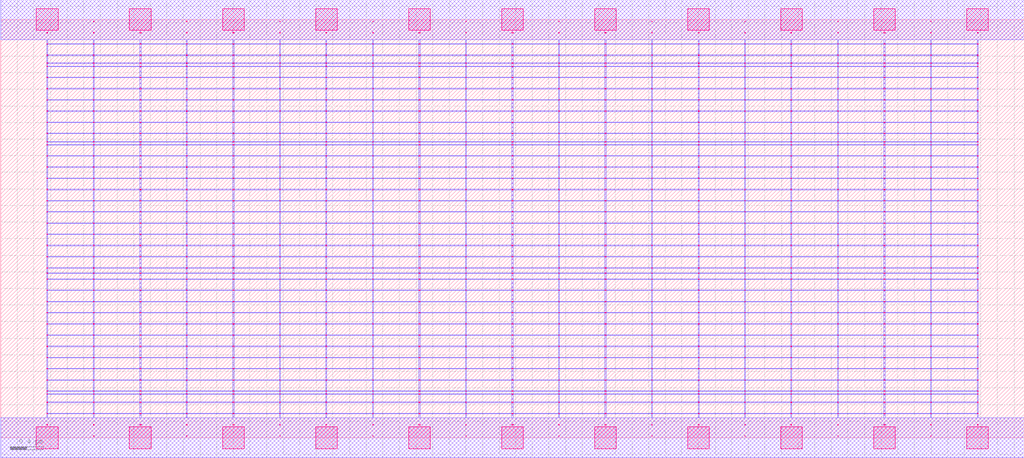
<source format=lef>
MACRO OAOOAOI211211_DEBUG
 CLASS CORE ;
 FOREIGN OAOOAOI211211_DEBUG 0 0 ;
 SIZE 12.32 BY 5.04 ;
 ORIGIN 0 0 ;
 SYMMETRY X Y R90 ;
 SITE unit ;

 OBS
    LAYER polycont ;
     RECT 6.15100000 2.58300000 6.16900000 2.59100000 ;
     RECT 6.15100000 2.71800000 6.16900000 2.72600000 ;
     RECT 6.15100000 2.85300000 6.16900000 2.86100000 ;
     RECT 6.15100000 2.98800000 6.16900000 2.99600000 ;
     RECT 8.39600000 2.58300000 8.40900000 2.59100000 ;
     RECT 8.95600000 2.58300000 8.96400000 2.59100000 ;
     RECT 9.51100000 2.58300000 9.52400000 2.59100000 ;
     RECT 10.07600000 2.58300000 10.08400000 2.59100000 ;
     RECT 10.63100000 2.58300000 10.64900000 2.59100000 ;
     RECT 11.19600000 2.58300000 11.20400000 2.59100000 ;
     RECT 11.75600000 2.58300000 11.76900000 2.59100000 ;
     RECT 6.71600000 2.58300000 6.72400000 2.59100000 ;
     RECT 6.71600000 2.71800000 6.72400000 2.72600000 ;
     RECT 7.27100000 2.71800000 7.28900000 2.72600000 ;
     RECT 7.83600000 2.71800000 7.84400000 2.72600000 ;
     RECT 8.39600000 2.71800000 8.40900000 2.72600000 ;
     RECT 8.95600000 2.71800000 8.96400000 2.72600000 ;
     RECT 9.51100000 2.71800000 9.52400000 2.72600000 ;
     RECT 10.07600000 2.71800000 10.08400000 2.72600000 ;
     RECT 10.63100000 2.71800000 10.64900000 2.72600000 ;
     RECT 11.19600000 2.71800000 11.20400000 2.72600000 ;
     RECT 11.75600000 2.71800000 11.76900000 2.72600000 ;
     RECT 7.27100000 2.58300000 7.28900000 2.59100000 ;
     RECT 6.71600000 2.85300000 6.72400000 2.86100000 ;
     RECT 7.27100000 2.85300000 7.28900000 2.86100000 ;
     RECT 7.83600000 2.85300000 7.84400000 2.86100000 ;
     RECT 8.39600000 2.85300000 8.40900000 2.86100000 ;
     RECT 8.95600000 2.85300000 8.96400000 2.86100000 ;
     RECT 9.51100000 2.85300000 9.52400000 2.86100000 ;
     RECT 10.07600000 2.85300000 10.08400000 2.86100000 ;
     RECT 10.63100000 2.85300000 10.64900000 2.86100000 ;
     RECT 11.19600000 2.85300000 11.20400000 2.86100000 ;
     RECT 11.75600000 2.85300000 11.76900000 2.86100000 ;
     RECT 7.83600000 2.58300000 7.84400000 2.59100000 ;
     RECT 6.71600000 2.98800000 6.72400000 2.99600000 ;
     RECT 7.27100000 2.98800000 7.28900000 2.99600000 ;
     RECT 7.83600000 2.98800000 7.84400000 2.99600000 ;
     RECT 8.39600000 2.98800000 8.40900000 2.99600000 ;
     RECT 8.95600000 2.98800000 8.96400000 2.99600000 ;
     RECT 9.51100000 2.98800000 9.52400000 2.99600000 ;
     RECT 10.07600000 2.98800000 10.08400000 2.99600000 ;
     RECT 10.63100000 2.98800000 10.64900000 2.99600000 ;
     RECT 11.19600000 2.98800000 11.20400000 2.99600000 ;
     RECT 11.75600000 2.98800000 11.76900000 2.99600000 ;
     RECT 8.95600000 3.12300000 8.96400000 3.13100000 ;
     RECT 8.95600000 3.25800000 8.96400000 3.26600000 ;
     RECT 8.95600000 3.39300000 8.96400000 3.40100000 ;
     RECT 8.95600000 3.52800000 8.96400000 3.53600000 ;
     RECT 8.95600000 3.56100000 8.96400000 3.56900000 ;
     RECT 8.95600000 3.66300000 8.96400000 3.67100000 ;
     RECT 8.95600000 3.79800000 8.96400000 3.80600000 ;
     RECT 8.95600000 3.93300000 8.96400000 3.94100000 ;
     RECT 8.95600000 4.06800000 8.96400000 4.07600000 ;
     RECT 8.95600000 4.20300000 8.96400000 4.21100000 ;
     RECT 8.95600000 4.33800000 8.96400000 4.34600000 ;
     RECT 8.95600000 4.47300000 8.96400000 4.48100000 ;
     RECT 8.95600000 4.51100000 8.96400000 4.51900000 ;
     RECT 8.95600000 4.60800000 8.96400000 4.61600000 ;
     RECT 8.95600000 4.74300000 8.96400000 4.75100000 ;
     RECT 8.95600000 4.87800000 8.96400000 4.88600000 ;
     RECT 5.59600000 2.71800000 5.60400000 2.72600000 ;
     RECT 1.11600000 2.58300000 1.12400000 2.59100000 ;
     RECT 1.67100000 2.58300000 1.68900000 2.59100000 ;
     RECT 0.55100000 2.98800000 0.56400000 2.99600000 ;
     RECT 1.11600000 2.98800000 1.12400000 2.99600000 ;
     RECT 1.67100000 2.98800000 1.68900000 2.99600000 ;
     RECT 2.23600000 2.98800000 2.24400000 2.99600000 ;
     RECT 2.79600000 2.98800000 2.80900000 2.99600000 ;
     RECT 3.35600000 2.98800000 3.36400000 2.99600000 ;
     RECT 3.91100000 2.98800000 3.92400000 2.99600000 ;
     RECT 4.47600000 2.98800000 4.48400000 2.99600000 ;
     RECT 5.03100000 2.98800000 5.04900000 2.99600000 ;
     RECT 5.59600000 2.98800000 5.60400000 2.99600000 ;
     RECT 2.23600000 2.58300000 2.24400000 2.59100000 ;
     RECT 2.79600000 2.58300000 2.80900000 2.59100000 ;
     RECT 3.35600000 2.58300000 3.36400000 2.59100000 ;
     RECT 3.91100000 2.58300000 3.92400000 2.59100000 ;
     RECT 4.47600000 2.58300000 4.48400000 2.59100000 ;
     RECT 5.03100000 2.58300000 5.04900000 2.59100000 ;
     RECT 5.59600000 2.58300000 5.60400000 2.59100000 ;
     RECT 0.55100000 2.58300000 0.56400000 2.59100000 ;
     RECT 0.55100000 2.71800000 0.56400000 2.72600000 ;
     RECT 0.55100000 2.85300000 0.56400000 2.86100000 ;
     RECT 1.11600000 2.85300000 1.12400000 2.86100000 ;
     RECT 3.35600000 3.12300000 3.36400000 3.13100000 ;
     RECT 1.67100000 2.85300000 1.68900000 2.86100000 ;
     RECT 3.35600000 3.25800000 3.36400000 3.26600000 ;
     RECT 2.23600000 2.85300000 2.24400000 2.86100000 ;
     RECT 3.35600000 3.39300000 3.36400000 3.40100000 ;
     RECT 2.79600000 2.85300000 2.80900000 2.86100000 ;
     RECT 3.35600000 3.52800000 3.36400000 3.53600000 ;
     RECT 3.35600000 2.85300000 3.36400000 2.86100000 ;
     RECT 3.35600000 3.56100000 3.36400000 3.56900000 ;
     RECT 3.91100000 2.85300000 3.92400000 2.86100000 ;
     RECT 3.35600000 3.66300000 3.36400000 3.67100000 ;
     RECT 4.47600000 2.85300000 4.48400000 2.86100000 ;
     RECT 3.35600000 3.79800000 3.36400000 3.80600000 ;
     RECT 5.03100000 2.85300000 5.04900000 2.86100000 ;
     RECT 3.35600000 3.93300000 3.36400000 3.94100000 ;
     RECT 5.59600000 2.85300000 5.60400000 2.86100000 ;
     RECT 3.35600000 4.06800000 3.36400000 4.07600000 ;
     RECT 1.11600000 2.71800000 1.12400000 2.72600000 ;
     RECT 3.35600000 4.20300000 3.36400000 4.21100000 ;
     RECT 1.67100000 2.71800000 1.68900000 2.72600000 ;
     RECT 3.35600000 4.33800000 3.36400000 4.34600000 ;
     RECT 2.23600000 2.71800000 2.24400000 2.72600000 ;
     RECT 3.35600000 4.47300000 3.36400000 4.48100000 ;
     RECT 2.79600000 2.71800000 2.80900000 2.72600000 ;
     RECT 3.35600000 4.51100000 3.36400000 4.51900000 ;
     RECT 3.35600000 2.71800000 3.36400000 2.72600000 ;
     RECT 3.35600000 4.60800000 3.36400000 4.61600000 ;
     RECT 3.91100000 2.71800000 3.92400000 2.72600000 ;
     RECT 3.35600000 4.74300000 3.36400000 4.75100000 ;
     RECT 4.47600000 2.71800000 4.48400000 2.72600000 ;
     RECT 3.35600000 4.87800000 3.36400000 4.88600000 ;
     RECT 5.03100000 2.71800000 5.04900000 2.72600000 ;
     RECT 5.59600000 2.04300000 5.60400000 2.05100000 ;
     RECT 5.59600000 2.17800000 5.60400000 2.18600000 ;
     RECT 5.59600000 2.31300000 5.60400000 2.32100000 ;
     RECT 5.59600000 2.44800000 5.60400000 2.45600000 ;
     RECT 5.59600000 0.15300000 5.60400000 0.16100000 ;
     RECT 5.59600000 0.28800000 5.60400000 0.29600000 ;
     RECT 5.59600000 0.42300000 5.60400000 0.43100000 ;
     RECT 5.59600000 0.52100000 5.60400000 0.52900000 ;
     RECT 5.59600000 0.55800000 5.60400000 0.56600000 ;
     RECT 5.59600000 0.69300000 5.60400000 0.70100000 ;
     RECT 5.59600000 0.82800000 5.60400000 0.83600000 ;
     RECT 5.59600000 0.96300000 5.60400000 0.97100000 ;
     RECT 5.59600000 1.09800000 5.60400000 1.10600000 ;
     RECT 5.59600000 1.23300000 5.60400000 1.24100000 ;
     RECT 5.59600000 1.36800000 5.60400000 1.37600000 ;
     RECT 5.59600000 1.50300000 5.60400000 1.51100000 ;
     RECT 5.59600000 1.63800000 5.60400000 1.64600000 ;
     RECT 5.59600000 1.77300000 5.60400000 1.78100000 ;
     RECT 5.59600000 1.90800000 5.60400000 1.91600000 ;
     RECT 5.59600000 1.98100000 5.60400000 1.98900000 ;
     RECT 10.07600000 0.55800000 10.08400000 0.56600000 ;
     RECT 10.07600000 2.31300000 10.08400000 2.32100000 ;
     RECT 10.07600000 1.23300000 10.08400000 1.24100000 ;
     RECT 10.07600000 2.44800000 10.08400000 2.45600000 ;
     RECT 10.07600000 0.42300000 10.08400000 0.43100000 ;
     RECT 10.07600000 1.36800000 10.08400000 1.37600000 ;
     RECT 10.07600000 0.69300000 10.08400000 0.70100000 ;
     RECT 10.07600000 1.50300000 10.08400000 1.51100000 ;
     RECT 10.07600000 0.28800000 10.08400000 0.29600000 ;
     RECT 10.07600000 1.63800000 10.08400000 1.64600000 ;
     RECT 10.07600000 0.82800000 10.08400000 0.83600000 ;
     RECT 10.07600000 1.77300000 10.08400000 1.78100000 ;
     RECT 10.07600000 0.52100000 10.08400000 0.52900000 ;
     RECT 10.07600000 1.90800000 10.08400000 1.91600000 ;
     RECT 10.07600000 0.96300000 10.08400000 0.97100000 ;
     RECT 10.07600000 1.98100000 10.08400000 1.98900000 ;
     RECT 10.07600000 0.15300000 10.08400000 0.16100000 ;
     RECT 10.07600000 2.04300000 10.08400000 2.05100000 ;
     RECT 10.07600000 1.09800000 10.08400000 1.10600000 ;
     RECT 10.07600000 2.17800000 10.08400000 2.18600000 ;

    LAYER pdiffc ;
     RECT 0.55100000 3.39300000 0.55900000 3.40100000 ;
     RECT 2.80100000 3.39300000 2.80900000 3.40100000 ;
     RECT 3.91100000 3.39300000 3.91900000 3.40100000 ;
     RECT 8.40100000 3.39300000 8.40900000 3.40100000 ;
     RECT 9.51100000 3.39300000 9.51900000 3.40100000 ;
     RECT 11.76100000 3.39300000 11.76900000 3.40100000 ;
     RECT 0.55100000 3.52800000 0.55900000 3.53600000 ;
     RECT 2.80100000 3.52800000 2.80900000 3.53600000 ;
     RECT 3.91100000 3.52800000 3.91900000 3.53600000 ;
     RECT 8.40100000 3.52800000 8.40900000 3.53600000 ;
     RECT 9.51100000 3.52800000 9.51900000 3.53600000 ;
     RECT 11.76100000 3.52800000 11.76900000 3.53600000 ;
     RECT 0.55100000 3.56100000 0.55900000 3.56900000 ;
     RECT 2.80100000 3.56100000 2.80900000 3.56900000 ;
     RECT 3.91100000 3.56100000 3.91900000 3.56900000 ;
     RECT 8.40100000 3.56100000 8.40900000 3.56900000 ;
     RECT 9.51100000 3.56100000 9.51900000 3.56900000 ;
     RECT 11.76100000 3.56100000 11.76900000 3.56900000 ;
     RECT 0.55100000 3.66300000 0.55900000 3.67100000 ;
     RECT 2.80100000 3.66300000 2.80900000 3.67100000 ;
     RECT 3.91100000 3.66300000 3.91900000 3.67100000 ;
     RECT 8.40100000 3.66300000 8.40900000 3.67100000 ;
     RECT 9.51100000 3.66300000 9.51900000 3.67100000 ;
     RECT 11.76100000 3.66300000 11.76900000 3.67100000 ;
     RECT 0.55100000 3.79800000 0.55900000 3.80600000 ;
     RECT 2.80100000 3.79800000 2.80900000 3.80600000 ;
     RECT 3.91100000 3.79800000 3.91900000 3.80600000 ;
     RECT 8.40100000 3.79800000 8.40900000 3.80600000 ;
     RECT 9.51100000 3.79800000 9.51900000 3.80600000 ;
     RECT 11.76100000 3.79800000 11.76900000 3.80600000 ;
     RECT 0.55100000 3.93300000 0.55900000 3.94100000 ;
     RECT 2.80100000 3.93300000 2.80900000 3.94100000 ;
     RECT 3.91100000 3.93300000 3.91900000 3.94100000 ;
     RECT 8.40100000 3.93300000 8.40900000 3.94100000 ;
     RECT 9.51100000 3.93300000 9.51900000 3.94100000 ;
     RECT 11.76100000 3.93300000 11.76900000 3.94100000 ;
     RECT 0.55100000 4.06800000 0.55900000 4.07600000 ;
     RECT 2.80100000 4.06800000 2.80900000 4.07600000 ;
     RECT 3.91100000 4.06800000 3.91900000 4.07600000 ;
     RECT 8.40100000 4.06800000 8.40900000 4.07600000 ;
     RECT 9.51100000 4.06800000 9.51900000 4.07600000 ;
     RECT 11.76100000 4.06800000 11.76900000 4.07600000 ;
     RECT 0.55100000 4.20300000 0.55900000 4.21100000 ;
     RECT 2.80100000 4.20300000 2.80900000 4.21100000 ;
     RECT 3.91100000 4.20300000 3.91900000 4.21100000 ;
     RECT 8.40100000 4.20300000 8.40900000 4.21100000 ;
     RECT 9.51100000 4.20300000 9.51900000 4.21100000 ;
     RECT 11.76100000 4.20300000 11.76900000 4.21100000 ;
     RECT 0.55100000 4.33800000 0.55900000 4.34600000 ;
     RECT 2.80100000 4.33800000 2.80900000 4.34600000 ;
     RECT 3.91100000 4.33800000 3.91900000 4.34600000 ;
     RECT 8.40100000 4.33800000 8.40900000 4.34600000 ;
     RECT 9.51100000 4.33800000 9.51900000 4.34600000 ;
     RECT 11.76100000 4.33800000 11.76900000 4.34600000 ;
     RECT 0.55100000 4.47300000 0.55900000 4.48100000 ;
     RECT 2.80100000 4.47300000 2.80900000 4.48100000 ;
     RECT 3.91100000 4.47300000 3.91900000 4.48100000 ;
     RECT 8.40100000 4.47300000 8.40900000 4.48100000 ;
     RECT 9.51100000 4.47300000 9.51900000 4.48100000 ;
     RECT 11.76100000 4.47300000 11.76900000 4.48100000 ;
     RECT 0.55100000 4.51100000 0.55900000 4.51900000 ;
     RECT 2.80100000 4.51100000 2.80900000 4.51900000 ;
     RECT 3.91100000 4.51100000 3.91900000 4.51900000 ;
     RECT 8.40100000 4.51100000 8.40900000 4.51900000 ;
     RECT 9.51100000 4.51100000 9.51900000 4.51900000 ;
     RECT 11.76100000 4.51100000 11.76900000 4.51900000 ;
     RECT 0.55100000 4.60800000 0.55900000 4.61600000 ;
     RECT 2.80100000 4.60800000 2.80900000 4.61600000 ;
     RECT 3.91100000 4.60800000 3.91900000 4.61600000 ;
     RECT 8.40100000 4.60800000 8.40900000 4.61600000 ;
     RECT 9.51100000 4.60800000 9.51900000 4.61600000 ;
     RECT 11.76100000 4.60800000 11.76900000 4.61600000 ;

    LAYER ndiffc ;
     RECT 6.15100000 0.42300000 6.16900000 0.43100000 ;
     RECT 6.15100000 0.52100000 6.16900000 0.52900000 ;
     RECT 6.15100000 0.55800000 6.16900000 0.56600000 ;
     RECT 6.15100000 0.69300000 6.16900000 0.70100000 ;
     RECT 6.15100000 0.82800000 6.16900000 0.83600000 ;
     RECT 6.15100000 0.96300000 6.16900000 0.97100000 ;
     RECT 6.15100000 1.09800000 6.16900000 1.10600000 ;
     RECT 6.15100000 1.23300000 6.16900000 1.24100000 ;
     RECT 6.15100000 1.36800000 6.16900000 1.37600000 ;
     RECT 6.15100000 1.50300000 6.16900000 1.51100000 ;
     RECT 6.15100000 1.63800000 6.16900000 1.64600000 ;
     RECT 6.15100000 1.77300000 6.16900000 1.78100000 ;
     RECT 6.15100000 1.90800000 6.16900000 1.91600000 ;
     RECT 6.15100000 1.98100000 6.16900000 1.98900000 ;
     RECT 6.15100000 2.04300000 6.16900000 2.05100000 ;
     RECT 9.51100000 0.55800000 9.52400000 0.56600000 ;
     RECT 10.63100000 0.55800000 10.64900000 0.56600000 ;
     RECT 11.75600000 0.55800000 11.76900000 0.56600000 ;
     RECT 9.51100000 0.42300000 9.52400000 0.43100000 ;
     RECT 7.27100000 0.69300000 7.28900000 0.70100000 ;
     RECT 8.39600000 0.69300000 8.40900000 0.70100000 ;
     RECT 9.51100000 0.69300000 9.52400000 0.70100000 ;
     RECT 10.63100000 0.69300000 10.64900000 0.70100000 ;
     RECT 11.75600000 0.69300000 11.76900000 0.70100000 ;
     RECT 10.63100000 0.42300000 10.64900000 0.43100000 ;
     RECT 7.27100000 0.82800000 7.28900000 0.83600000 ;
     RECT 8.39600000 0.82800000 8.40900000 0.83600000 ;
     RECT 9.51100000 0.82800000 9.52400000 0.83600000 ;
     RECT 10.63100000 0.82800000 10.64900000 0.83600000 ;
     RECT 11.75600000 0.82800000 11.76900000 0.83600000 ;
     RECT 11.75600000 0.42300000 11.76900000 0.43100000 ;
     RECT 7.27100000 0.96300000 7.28900000 0.97100000 ;
     RECT 8.39600000 0.96300000 8.40900000 0.97100000 ;
     RECT 9.51100000 0.96300000 9.52400000 0.97100000 ;
     RECT 10.63100000 0.96300000 10.64900000 0.97100000 ;
     RECT 11.75600000 0.96300000 11.76900000 0.97100000 ;
     RECT 7.27100000 0.42300000 7.28900000 0.43100000 ;
     RECT 7.27100000 1.09800000 7.28900000 1.10600000 ;
     RECT 8.39600000 1.09800000 8.40900000 1.10600000 ;
     RECT 9.51100000 1.09800000 9.52400000 1.10600000 ;
     RECT 10.63100000 1.09800000 10.64900000 1.10600000 ;
     RECT 11.75600000 1.09800000 11.76900000 1.10600000 ;
     RECT 7.27100000 0.52100000 7.28900000 0.52900000 ;
     RECT 7.27100000 1.23300000 7.28900000 1.24100000 ;
     RECT 8.39600000 1.23300000 8.40900000 1.24100000 ;
     RECT 9.51100000 1.23300000 9.52400000 1.24100000 ;
     RECT 10.63100000 1.23300000 10.64900000 1.24100000 ;
     RECT 11.75600000 1.23300000 11.76900000 1.24100000 ;
     RECT 8.39600000 0.52100000 8.40900000 0.52900000 ;
     RECT 7.27100000 1.36800000 7.28900000 1.37600000 ;
     RECT 8.39600000 1.36800000 8.40900000 1.37600000 ;
     RECT 9.51100000 1.36800000 9.52400000 1.37600000 ;
     RECT 10.63100000 1.36800000 10.64900000 1.37600000 ;
     RECT 11.75600000 1.36800000 11.76900000 1.37600000 ;
     RECT 9.51100000 0.52100000 9.52400000 0.52900000 ;
     RECT 7.27100000 1.50300000 7.28900000 1.51100000 ;
     RECT 8.39600000 1.50300000 8.40900000 1.51100000 ;
     RECT 9.51100000 1.50300000 9.52400000 1.51100000 ;
     RECT 10.63100000 1.50300000 10.64900000 1.51100000 ;
     RECT 11.75600000 1.50300000 11.76900000 1.51100000 ;
     RECT 10.63100000 0.52100000 10.64900000 0.52900000 ;
     RECT 7.27100000 1.63800000 7.28900000 1.64600000 ;
     RECT 8.39600000 1.63800000 8.40900000 1.64600000 ;
     RECT 9.51100000 1.63800000 9.52400000 1.64600000 ;
     RECT 10.63100000 1.63800000 10.64900000 1.64600000 ;
     RECT 11.75600000 1.63800000 11.76900000 1.64600000 ;
     RECT 11.75600000 0.52100000 11.76900000 0.52900000 ;
     RECT 7.27100000 1.77300000 7.28900000 1.78100000 ;
     RECT 8.39600000 1.77300000 8.40900000 1.78100000 ;
     RECT 9.51100000 1.77300000 9.52400000 1.78100000 ;
     RECT 10.63100000 1.77300000 10.64900000 1.78100000 ;
     RECT 11.75600000 1.77300000 11.76900000 1.78100000 ;
     RECT 8.39600000 0.42300000 8.40900000 0.43100000 ;
     RECT 7.27100000 1.90800000 7.28900000 1.91600000 ;
     RECT 8.39600000 1.90800000 8.40900000 1.91600000 ;
     RECT 9.51100000 1.90800000 9.52400000 1.91600000 ;
     RECT 10.63100000 1.90800000 10.64900000 1.91600000 ;
     RECT 11.75600000 1.90800000 11.76900000 1.91600000 ;
     RECT 7.27100000 0.55800000 7.28900000 0.56600000 ;
     RECT 7.27100000 1.98100000 7.28900000 1.98900000 ;
     RECT 8.39600000 1.98100000 8.40900000 1.98900000 ;
     RECT 9.51100000 1.98100000 9.52400000 1.98900000 ;
     RECT 10.63100000 1.98100000 10.64900000 1.98900000 ;
     RECT 11.75600000 1.98100000 11.76900000 1.98900000 ;
     RECT 8.39600000 0.55800000 8.40900000 0.56600000 ;
     RECT 7.27100000 2.04300000 7.28900000 2.05100000 ;
     RECT 8.39600000 2.04300000 8.40900000 2.05100000 ;
     RECT 9.51100000 2.04300000 9.52400000 2.05100000 ;
     RECT 10.63100000 2.04300000 10.64900000 2.05100000 ;
     RECT 11.75600000 2.04300000 11.76900000 2.05100000 ;
     RECT 2.79600000 1.36800000 2.80900000 1.37600000 ;
     RECT 3.91100000 1.36800000 3.92400000 1.37600000 ;
     RECT 5.03100000 1.36800000 5.04900000 1.37600000 ;
     RECT 5.03100000 0.82800000 5.04900000 0.83600000 ;
     RECT 2.79600000 0.55800000 2.80900000 0.56600000 ;
     RECT 3.91100000 0.55800000 3.92400000 0.56600000 ;
     RECT 5.03100000 0.55800000 5.04900000 0.56600000 ;
     RECT 1.67100000 0.52100000 1.68900000 0.52900000 ;
     RECT 2.79600000 0.52100000 2.80900000 0.52900000 ;
     RECT 0.55100000 1.50300000 0.56400000 1.51100000 ;
     RECT 1.67100000 1.50300000 1.68900000 1.51100000 ;
     RECT 2.79600000 1.50300000 2.80900000 1.51100000 ;
     RECT 3.91100000 1.50300000 3.92400000 1.51100000 ;
     RECT 5.03100000 1.50300000 5.04900000 1.51100000 ;
     RECT 3.91100000 0.52100000 3.92400000 0.52900000 ;
     RECT 0.55100000 0.96300000 0.56400000 0.97100000 ;
     RECT 1.67100000 0.96300000 1.68900000 0.97100000 ;
     RECT 2.79600000 0.96300000 2.80900000 0.97100000 ;
     RECT 3.91100000 0.96300000 3.92400000 0.97100000 ;
     RECT 5.03100000 0.96300000 5.04900000 0.97100000 ;
     RECT 0.55100000 1.63800000 0.56400000 1.64600000 ;
     RECT 1.67100000 1.63800000 1.68900000 1.64600000 ;
     RECT 2.79600000 1.63800000 2.80900000 1.64600000 ;
     RECT 3.91100000 1.63800000 3.92400000 1.64600000 ;
     RECT 5.03100000 1.63800000 5.04900000 1.64600000 ;
     RECT 5.03100000 0.52100000 5.04900000 0.52900000 ;
     RECT 1.67100000 0.42300000 1.68900000 0.43100000 ;
     RECT 2.79600000 0.42300000 2.80900000 0.43100000 ;
     RECT 0.55100000 0.69300000 0.56400000 0.70100000 ;
     RECT 1.67100000 0.69300000 1.68900000 0.70100000 ;
     RECT 2.79600000 0.69300000 2.80900000 0.70100000 ;
     RECT 0.55100000 1.77300000 0.56400000 1.78100000 ;
     RECT 1.67100000 1.77300000 1.68900000 1.78100000 ;
     RECT 2.79600000 1.77300000 2.80900000 1.78100000 ;
     RECT 3.91100000 1.77300000 3.92400000 1.78100000 ;
     RECT 5.03100000 1.77300000 5.04900000 1.78100000 ;
     RECT 0.55100000 1.09800000 0.56400000 1.10600000 ;
     RECT 1.67100000 1.09800000 1.68900000 1.10600000 ;
     RECT 2.79600000 1.09800000 2.80900000 1.10600000 ;
     RECT 3.91100000 1.09800000 3.92400000 1.10600000 ;
     RECT 5.03100000 1.09800000 5.04900000 1.10600000 ;
     RECT 3.91100000 0.69300000 3.92400000 0.70100000 ;
     RECT 0.55100000 1.90800000 0.56400000 1.91600000 ;
     RECT 1.67100000 1.90800000 1.68900000 1.91600000 ;
     RECT 2.79600000 1.90800000 2.80900000 1.91600000 ;
     RECT 3.91100000 1.90800000 3.92400000 1.91600000 ;
     RECT 5.03100000 1.90800000 5.04900000 1.91600000 ;
     RECT 5.03100000 0.69300000 5.04900000 0.70100000 ;
     RECT 3.91100000 0.42300000 3.92400000 0.43100000 ;
     RECT 5.03100000 0.42300000 5.04900000 0.43100000 ;
     RECT 0.55100000 0.42300000 0.56400000 0.43100000 ;
     RECT 0.55100000 0.52100000 0.56400000 0.52900000 ;
     RECT 0.55100000 1.23300000 0.56400000 1.24100000 ;
     RECT 0.55100000 1.98100000 0.56400000 1.98900000 ;
     RECT 1.67100000 1.98100000 1.68900000 1.98900000 ;
     RECT 2.79600000 1.98100000 2.80900000 1.98900000 ;
     RECT 3.91100000 1.98100000 3.92400000 1.98900000 ;
     RECT 5.03100000 1.98100000 5.04900000 1.98900000 ;
     RECT 1.67100000 1.23300000 1.68900000 1.24100000 ;
     RECT 2.79600000 1.23300000 2.80900000 1.24100000 ;
     RECT 3.91100000 1.23300000 3.92400000 1.24100000 ;
     RECT 5.03100000 1.23300000 5.04900000 1.24100000 ;
     RECT 0.55100000 0.55800000 0.56400000 0.56600000 ;
     RECT 1.67100000 0.55800000 1.68900000 0.56600000 ;
     RECT 0.55100000 2.04300000 0.56400000 2.05100000 ;
     RECT 1.67100000 2.04300000 1.68900000 2.05100000 ;
     RECT 2.79600000 2.04300000 2.80900000 2.05100000 ;
     RECT 3.91100000 2.04300000 3.92400000 2.05100000 ;
     RECT 5.03100000 2.04300000 5.04900000 2.05100000 ;
     RECT 0.55100000 0.82800000 0.56400000 0.83600000 ;
     RECT 1.67100000 0.82800000 1.68900000 0.83600000 ;
     RECT 2.79600000 0.82800000 2.80900000 0.83600000 ;
     RECT 3.91100000 0.82800000 3.92400000 0.83600000 ;
     RECT 0.55100000 1.36800000 0.56400000 1.37600000 ;
     RECT 1.67100000 1.36800000 1.68900000 1.37600000 ;

    LAYER met1 ;
     RECT 0.00000000 -0.24000000 12.32000000 0.24000000 ;
     RECT 6.15100000 0.24000000 6.16900000 0.28800000 ;
     RECT 0.55100000 0.28800000 11.76900000 0.29600000 ;
     RECT 6.15100000 0.29600000 6.16900000 0.42300000 ;
     RECT 0.55100000 0.42300000 11.76900000 0.43100000 ;
     RECT 6.15100000 0.43100000 6.16900000 0.52100000 ;
     RECT 0.55100000 0.52100000 11.76900000 0.52900000 ;
     RECT 6.15100000 0.52900000 6.16900000 0.55800000 ;
     RECT 0.55100000 0.55800000 11.76900000 0.56600000 ;
     RECT 6.15100000 0.56600000 6.16900000 0.69300000 ;
     RECT 0.55100000 0.69300000 11.76900000 0.70100000 ;
     RECT 6.15100000 0.70100000 6.16900000 0.82800000 ;
     RECT 0.55100000 0.82800000 11.76900000 0.83600000 ;
     RECT 6.15100000 0.83600000 6.16900000 0.96300000 ;
     RECT 0.55100000 0.96300000 11.76900000 0.97100000 ;
     RECT 6.15100000 0.97100000 6.16900000 1.09800000 ;
     RECT 0.55100000 1.09800000 11.76900000 1.10600000 ;
     RECT 6.15100000 1.10600000 6.16900000 1.23300000 ;
     RECT 0.55100000 1.23300000 11.76900000 1.24100000 ;
     RECT 6.15100000 1.24100000 6.16900000 1.36800000 ;
     RECT 0.55100000 1.36800000 11.76900000 1.37600000 ;
     RECT 6.15100000 1.37600000 6.16900000 1.50300000 ;
     RECT 0.55100000 1.50300000 11.76900000 1.51100000 ;
     RECT 6.15100000 1.51100000 6.16900000 1.63800000 ;
     RECT 0.55100000 1.63800000 11.76900000 1.64600000 ;
     RECT 6.15100000 1.64600000 6.16900000 1.77300000 ;
     RECT 0.55100000 1.77300000 11.76900000 1.78100000 ;
     RECT 6.15100000 1.78100000 6.16900000 1.90800000 ;
     RECT 0.55100000 1.90800000 11.76900000 1.91600000 ;
     RECT 6.15100000 1.91600000 6.16900000 1.98100000 ;
     RECT 0.55100000 1.98100000 11.76900000 1.98900000 ;
     RECT 6.15100000 1.98900000 6.16900000 2.04300000 ;
     RECT 0.55100000 2.04300000 11.76900000 2.05100000 ;
     RECT 6.15100000 2.05100000 6.16900000 2.17800000 ;
     RECT 0.55100000 2.17800000 11.76900000 2.18600000 ;
     RECT 6.15100000 2.18600000 6.16900000 2.31300000 ;
     RECT 0.55100000 2.31300000 11.76900000 2.32100000 ;
     RECT 6.15100000 2.32100000 6.16900000 2.44800000 ;
     RECT 0.55100000 2.44800000 11.76900000 2.45600000 ;
     RECT 0.55100000 2.45600000 0.56400000 2.58300000 ;
     RECT 1.11600000 2.45600000 1.12400000 2.58300000 ;
     RECT 1.67100000 2.45600000 1.68900000 2.58300000 ;
     RECT 2.23600000 2.45600000 2.24400000 2.58300000 ;
     RECT 2.79600000 2.45600000 2.80900000 2.58300000 ;
     RECT 3.35600000 2.45600000 3.36400000 2.58300000 ;
     RECT 3.91100000 2.45600000 3.92400000 2.58300000 ;
     RECT 4.47600000 2.45600000 4.48400000 2.58300000 ;
     RECT 5.03100000 2.45600000 5.04900000 2.58300000 ;
     RECT 5.59600000 2.45600000 5.60400000 2.58300000 ;
     RECT 6.15100000 2.45600000 6.16900000 2.58300000 ;
     RECT 6.71600000 2.45600000 6.72400000 2.58300000 ;
     RECT 7.27100000 2.45600000 7.28900000 2.58300000 ;
     RECT 7.83600000 2.45600000 7.84400000 2.58300000 ;
     RECT 8.39600000 2.45600000 8.40900000 2.58300000 ;
     RECT 8.95600000 2.45600000 8.96400000 2.58300000 ;
     RECT 9.51100000 2.45600000 9.52400000 2.58300000 ;
     RECT 10.07600000 2.45600000 10.08400000 2.58300000 ;
     RECT 10.63100000 2.45600000 10.64900000 2.58300000 ;
     RECT 11.19600000 2.45600000 11.20400000 2.58300000 ;
     RECT 11.75600000 2.45600000 11.76900000 2.58300000 ;
     RECT 0.55100000 2.58300000 11.76900000 2.59100000 ;
     RECT 6.15100000 2.59100000 6.16900000 2.71800000 ;
     RECT 0.55100000 2.71800000 11.76900000 2.72600000 ;
     RECT 6.15100000 2.72600000 6.16900000 2.85300000 ;
     RECT 0.55100000 2.85300000 11.76900000 2.86100000 ;
     RECT 6.15100000 2.86100000 6.16900000 2.98800000 ;
     RECT 0.55100000 2.98800000 11.76900000 2.99600000 ;
     RECT 6.15100000 2.99600000 6.16900000 3.12300000 ;
     RECT 0.55100000 3.12300000 11.76900000 3.13100000 ;
     RECT 6.15100000 3.13100000 6.16900000 3.25800000 ;
     RECT 0.55100000 3.25800000 11.76900000 3.26600000 ;
     RECT 6.15100000 3.26600000 6.16900000 3.39300000 ;
     RECT 0.55100000 3.39300000 11.76900000 3.40100000 ;
     RECT 6.15100000 3.40100000 6.16900000 3.52800000 ;
     RECT 0.55100000 3.52800000 11.76900000 3.53600000 ;
     RECT 6.15100000 3.53600000 6.16900000 3.56100000 ;
     RECT 0.55100000 3.56100000 11.76900000 3.56900000 ;
     RECT 6.15100000 3.56900000 6.16900000 3.66300000 ;
     RECT 0.55100000 3.66300000 11.76900000 3.67100000 ;
     RECT 6.15100000 3.67100000 6.16900000 3.79800000 ;
     RECT 0.55100000 3.79800000 11.76900000 3.80600000 ;
     RECT 6.15100000 3.80600000 6.16900000 3.93300000 ;
     RECT 0.55100000 3.93300000 11.76900000 3.94100000 ;
     RECT 6.15100000 3.94100000 6.16900000 4.06800000 ;
     RECT 0.55100000 4.06800000 11.76900000 4.07600000 ;
     RECT 6.15100000 4.07600000 6.16900000 4.20300000 ;
     RECT 0.55100000 4.20300000 11.76900000 4.21100000 ;
     RECT 6.15100000 4.21100000 6.16900000 4.33800000 ;
     RECT 0.55100000 4.33800000 11.76900000 4.34600000 ;
     RECT 6.15100000 4.34600000 6.16900000 4.47300000 ;
     RECT 0.55100000 4.47300000 11.76900000 4.48100000 ;
     RECT 6.15100000 4.48100000 6.16900000 4.51100000 ;
     RECT 0.55100000 4.51100000 11.76900000 4.51900000 ;
     RECT 6.15100000 4.51900000 6.16900000 4.60800000 ;
     RECT 0.55100000 4.60800000 11.76900000 4.61600000 ;
     RECT 6.15100000 4.61600000 6.16900000 4.74300000 ;
     RECT 0.55100000 4.74300000 11.76900000 4.75100000 ;
     RECT 6.15100000 4.75100000 6.16900000 4.80000000 ;
     RECT 0.00000000 4.80000000 12.32000000 5.28000000 ;
     RECT 6.71600000 3.80600000 6.72400000 3.93300000 ;
     RECT 7.27100000 3.80600000 7.28900000 3.93300000 ;
     RECT 7.83600000 3.80600000 7.84400000 3.93300000 ;
     RECT 8.39600000 3.80600000 8.40900000 3.93300000 ;
     RECT 8.95600000 3.80600000 8.96400000 3.93300000 ;
     RECT 9.51100000 3.80600000 9.52400000 3.93300000 ;
     RECT 10.07600000 3.80600000 10.08400000 3.93300000 ;
     RECT 10.63100000 3.80600000 10.64900000 3.93300000 ;
     RECT 11.19600000 3.80600000 11.20400000 3.93300000 ;
     RECT 11.75600000 3.80600000 11.76900000 3.93300000 ;
     RECT 9.51100000 3.94100000 9.52400000 4.06800000 ;
     RECT 10.07600000 3.94100000 10.08400000 4.06800000 ;
     RECT 10.63100000 3.94100000 10.64900000 4.06800000 ;
     RECT 11.19600000 3.94100000 11.20400000 4.06800000 ;
     RECT 11.75600000 3.94100000 11.76900000 4.06800000 ;
     RECT 9.51100000 4.07600000 9.52400000 4.20300000 ;
     RECT 10.07600000 4.07600000 10.08400000 4.20300000 ;
     RECT 10.63100000 4.07600000 10.64900000 4.20300000 ;
     RECT 11.19600000 4.07600000 11.20400000 4.20300000 ;
     RECT 11.75600000 4.07600000 11.76900000 4.20300000 ;
     RECT 9.51100000 4.21100000 9.52400000 4.33800000 ;
     RECT 10.07600000 4.21100000 10.08400000 4.33800000 ;
     RECT 10.63100000 4.21100000 10.64900000 4.33800000 ;
     RECT 11.19600000 4.21100000 11.20400000 4.33800000 ;
     RECT 11.75600000 4.21100000 11.76900000 4.33800000 ;
     RECT 9.51100000 4.34600000 9.52400000 4.47300000 ;
     RECT 10.07600000 4.34600000 10.08400000 4.47300000 ;
     RECT 10.63100000 4.34600000 10.64900000 4.47300000 ;
     RECT 11.19600000 4.34600000 11.20400000 4.47300000 ;
     RECT 11.75600000 4.34600000 11.76900000 4.47300000 ;
     RECT 9.51100000 4.48100000 9.52400000 4.51100000 ;
     RECT 10.07600000 4.48100000 10.08400000 4.51100000 ;
     RECT 10.63100000 4.48100000 10.64900000 4.51100000 ;
     RECT 11.19600000 4.48100000 11.20400000 4.51100000 ;
     RECT 11.75600000 4.48100000 11.76900000 4.51100000 ;
     RECT 9.51100000 4.51900000 9.52400000 4.60800000 ;
     RECT 10.07600000 4.51900000 10.08400000 4.60800000 ;
     RECT 10.63100000 4.51900000 10.64900000 4.60800000 ;
     RECT 11.19600000 4.51900000 11.20400000 4.60800000 ;
     RECT 11.75600000 4.51900000 11.76900000 4.60800000 ;
     RECT 9.51100000 4.61600000 9.52400000 4.74300000 ;
     RECT 10.07600000 4.61600000 10.08400000 4.74300000 ;
     RECT 10.63100000 4.61600000 10.64900000 4.74300000 ;
     RECT 11.19600000 4.61600000 11.20400000 4.74300000 ;
     RECT 11.75600000 4.61600000 11.76900000 4.74300000 ;
     RECT 9.51100000 4.75100000 9.52400000 4.80000000 ;
     RECT 10.07600000 4.75100000 10.08400000 4.80000000 ;
     RECT 10.63100000 4.75100000 10.64900000 4.80000000 ;
     RECT 11.19600000 4.75100000 11.20400000 4.80000000 ;
     RECT 11.75600000 4.75100000 11.76900000 4.80000000 ;
     RECT 6.71600000 4.48100000 6.72400000 4.51100000 ;
     RECT 7.27100000 4.48100000 7.28900000 4.51100000 ;
     RECT 7.83600000 4.48100000 7.84400000 4.51100000 ;
     RECT 8.39600000 4.48100000 8.40900000 4.51100000 ;
     RECT 8.95600000 4.48100000 8.96400000 4.51100000 ;
     RECT 6.71600000 4.21100000 6.72400000 4.33800000 ;
     RECT 7.27100000 4.21100000 7.28900000 4.33800000 ;
     RECT 7.83600000 4.21100000 7.84400000 4.33800000 ;
     RECT 8.39600000 4.21100000 8.40900000 4.33800000 ;
     RECT 8.95600000 4.21100000 8.96400000 4.33800000 ;
     RECT 6.71600000 4.51900000 6.72400000 4.60800000 ;
     RECT 7.27100000 4.51900000 7.28900000 4.60800000 ;
     RECT 7.83600000 4.51900000 7.84400000 4.60800000 ;
     RECT 8.39600000 4.51900000 8.40900000 4.60800000 ;
     RECT 8.95600000 4.51900000 8.96400000 4.60800000 ;
     RECT 6.71600000 4.07600000 6.72400000 4.20300000 ;
     RECT 7.27100000 4.07600000 7.28900000 4.20300000 ;
     RECT 7.83600000 4.07600000 7.84400000 4.20300000 ;
     RECT 8.39600000 4.07600000 8.40900000 4.20300000 ;
     RECT 8.95600000 4.07600000 8.96400000 4.20300000 ;
     RECT 6.71600000 4.61600000 6.72400000 4.74300000 ;
     RECT 7.27100000 4.61600000 7.28900000 4.74300000 ;
     RECT 7.83600000 4.61600000 7.84400000 4.74300000 ;
     RECT 8.39600000 4.61600000 8.40900000 4.74300000 ;
     RECT 8.95600000 4.61600000 8.96400000 4.74300000 ;
     RECT 6.71600000 4.34600000 6.72400000 4.47300000 ;
     RECT 7.27100000 4.34600000 7.28900000 4.47300000 ;
     RECT 7.83600000 4.34600000 7.84400000 4.47300000 ;
     RECT 8.39600000 4.34600000 8.40900000 4.47300000 ;
     RECT 8.95600000 4.34600000 8.96400000 4.47300000 ;
     RECT 6.71600000 4.75100000 6.72400000 4.80000000 ;
     RECT 7.27100000 4.75100000 7.28900000 4.80000000 ;
     RECT 7.83600000 4.75100000 7.84400000 4.80000000 ;
     RECT 8.39600000 4.75100000 8.40900000 4.80000000 ;
     RECT 8.95600000 4.75100000 8.96400000 4.80000000 ;
     RECT 6.71600000 3.94100000 6.72400000 4.06800000 ;
     RECT 7.27100000 3.94100000 7.28900000 4.06800000 ;
     RECT 7.83600000 3.94100000 7.84400000 4.06800000 ;
     RECT 8.39600000 3.94100000 8.40900000 4.06800000 ;
     RECT 8.95600000 3.94100000 8.96400000 4.06800000 ;
     RECT 8.39600000 2.99600000 8.40900000 3.12300000 ;
     RECT 8.95600000 2.99600000 8.96400000 3.12300000 ;
     RECT 6.71600000 3.13100000 6.72400000 3.25800000 ;
     RECT 7.27100000 3.13100000 7.28900000 3.25800000 ;
     RECT 7.83600000 3.13100000 7.84400000 3.25800000 ;
     RECT 8.39600000 3.13100000 8.40900000 3.25800000 ;
     RECT 8.95600000 3.13100000 8.96400000 3.25800000 ;
     RECT 8.95600000 2.86100000 8.96400000 2.98800000 ;
     RECT 6.71600000 3.26600000 6.72400000 3.39300000 ;
     RECT 7.27100000 3.26600000 7.28900000 3.39300000 ;
     RECT 7.83600000 3.26600000 7.84400000 3.39300000 ;
     RECT 8.39600000 3.26600000 8.40900000 3.39300000 ;
     RECT 8.95600000 3.26600000 8.96400000 3.39300000 ;
     RECT 6.71600000 2.59100000 6.72400000 2.71800000 ;
     RECT 7.27100000 2.59100000 7.28900000 2.71800000 ;
     RECT 6.71600000 3.40100000 6.72400000 3.52800000 ;
     RECT 7.27100000 3.40100000 7.28900000 3.52800000 ;
     RECT 7.83600000 3.40100000 7.84400000 3.52800000 ;
     RECT 8.39600000 3.40100000 8.40900000 3.52800000 ;
     RECT 7.83600000 2.59100000 7.84400000 2.71800000 ;
     RECT 8.39600000 2.59100000 8.40900000 2.71800000 ;
     RECT 8.95600000 3.40100000 8.96400000 3.52800000 ;
     RECT 6.71600000 2.72600000 6.72400000 2.85300000 ;
     RECT 7.27100000 2.72600000 7.28900000 2.85300000 ;
     RECT 6.71600000 3.53600000 6.72400000 3.56100000 ;
     RECT 7.27100000 3.53600000 7.28900000 3.56100000 ;
     RECT 7.83600000 3.53600000 7.84400000 3.56100000 ;
     RECT 8.39600000 3.53600000 8.40900000 3.56100000 ;
     RECT 8.95600000 3.53600000 8.96400000 3.56100000 ;
     RECT 7.83600000 2.72600000 7.84400000 2.85300000 ;
     RECT 8.39600000 2.72600000 8.40900000 2.85300000 ;
     RECT 6.71600000 2.86100000 6.72400000 2.98800000 ;
     RECT 7.27100000 2.86100000 7.28900000 2.98800000 ;
     RECT 6.71600000 3.56900000 6.72400000 3.66300000 ;
     RECT 7.27100000 3.56900000 7.28900000 3.66300000 ;
     RECT 7.83600000 3.56900000 7.84400000 3.66300000 ;
     RECT 8.39600000 3.56900000 8.40900000 3.66300000 ;
     RECT 8.95600000 3.56900000 8.96400000 3.66300000 ;
     RECT 8.95600000 2.59100000 8.96400000 2.71800000 ;
     RECT 8.95600000 2.72600000 8.96400000 2.85300000 ;
     RECT 6.71600000 3.67100000 6.72400000 3.79800000 ;
     RECT 7.27100000 3.67100000 7.28900000 3.79800000 ;
     RECT 7.83600000 3.67100000 7.84400000 3.79800000 ;
     RECT 8.39600000 3.67100000 8.40900000 3.79800000 ;
     RECT 7.83600000 2.86100000 7.84400000 2.98800000 ;
     RECT 8.39600000 2.86100000 8.40900000 2.98800000 ;
     RECT 8.95600000 3.67100000 8.96400000 3.79800000 ;
     RECT 7.27100000 2.99600000 7.28900000 3.12300000 ;
     RECT 7.83600000 2.99600000 7.84400000 3.12300000 ;
     RECT 6.71600000 2.99600000 6.72400000 3.12300000 ;
     RECT 9.51100000 3.53600000 9.52400000 3.56100000 ;
     RECT 10.07600000 3.53600000 10.08400000 3.56100000 ;
     RECT 9.51100000 2.86100000 9.52400000 2.98800000 ;
     RECT 10.63100000 3.53600000 10.64900000 3.56100000 ;
     RECT 11.19600000 3.53600000 11.20400000 3.56100000 ;
     RECT 11.75600000 3.53600000 11.76900000 3.56100000 ;
     RECT 9.51100000 3.26600000 9.52400000 3.39300000 ;
     RECT 10.07600000 3.26600000 10.08400000 3.39300000 ;
     RECT 10.63100000 3.26600000 10.64900000 3.39300000 ;
     RECT 11.19600000 3.26600000 11.20400000 3.39300000 ;
     RECT 11.75600000 3.26600000 11.76900000 3.39300000 ;
     RECT 11.19600000 2.99600000 11.20400000 3.12300000 ;
     RECT 11.75600000 2.99600000 11.76900000 3.12300000 ;
     RECT 10.07600000 2.86100000 10.08400000 2.98800000 ;
     RECT 10.63100000 2.86100000 10.64900000 2.98800000 ;
     RECT 9.51100000 3.56900000 9.52400000 3.66300000 ;
     RECT 10.07600000 3.56900000 10.08400000 3.66300000 ;
     RECT 10.63100000 3.56900000 10.64900000 3.66300000 ;
     RECT 11.19600000 3.56900000 11.20400000 3.66300000 ;
     RECT 11.75600000 3.56900000 11.76900000 3.66300000 ;
     RECT 9.51100000 3.13100000 9.52400000 3.25800000 ;
     RECT 9.51100000 2.72600000 9.52400000 2.85300000 ;
     RECT 10.07600000 3.13100000 10.08400000 3.25800000 ;
     RECT 10.63100000 3.13100000 10.64900000 3.25800000 ;
     RECT 11.19600000 3.13100000 11.20400000 3.25800000 ;
     RECT 11.19600000 2.86100000 11.20400000 2.98800000 ;
     RECT 11.75600000 2.86100000 11.76900000 2.98800000 ;
     RECT 11.75600000 3.13100000 11.76900000 3.25800000 ;
     RECT 9.51100000 3.40100000 9.52400000 3.52800000 ;
     RECT 9.51100000 3.67100000 9.52400000 3.79800000 ;
     RECT 10.07600000 3.67100000 10.08400000 3.79800000 ;
     RECT 10.63100000 3.67100000 10.64900000 3.79800000 ;
     RECT 11.19600000 3.67100000 11.20400000 3.79800000 ;
     RECT 11.75600000 3.67100000 11.76900000 3.79800000 ;
     RECT 10.07600000 2.72600000 10.08400000 2.85300000 ;
     RECT 10.63100000 2.72600000 10.64900000 2.85300000 ;
     RECT 10.07600000 3.40100000 10.08400000 3.52800000 ;
     RECT 10.63100000 3.40100000 10.64900000 3.52800000 ;
     RECT 9.51100000 2.59100000 9.52400000 2.71800000 ;
     RECT 11.19600000 3.40100000 11.20400000 3.52800000 ;
     RECT 11.75600000 3.40100000 11.76900000 3.52800000 ;
     RECT 11.19600000 2.59100000 11.20400000 2.71800000 ;
     RECT 11.75600000 2.59100000 11.76900000 2.71800000 ;
     RECT 10.07600000 2.59100000 10.08400000 2.71800000 ;
     RECT 10.63100000 2.59100000 10.64900000 2.71800000 ;
     RECT 9.51100000 2.99600000 9.52400000 3.12300000 ;
     RECT 10.07600000 2.99600000 10.08400000 3.12300000 ;
     RECT 11.19600000 2.72600000 11.20400000 2.85300000 ;
     RECT 11.75600000 2.72600000 11.76900000 2.85300000 ;
     RECT 10.63100000 2.99600000 10.64900000 3.12300000 ;
     RECT 5.03100000 3.80600000 5.04900000 3.93300000 ;
     RECT 5.59600000 3.80600000 5.60400000 3.93300000 ;
     RECT 0.55100000 3.80600000 0.56400000 3.93300000 ;
     RECT 1.11600000 3.80600000 1.12400000 3.93300000 ;
     RECT 1.67100000 3.80600000 1.68900000 3.93300000 ;
     RECT 2.23600000 3.80600000 2.24400000 3.93300000 ;
     RECT 2.79600000 3.80600000 2.80900000 3.93300000 ;
     RECT 3.35600000 3.80600000 3.36400000 3.93300000 ;
     RECT 3.91100000 3.80600000 3.92400000 3.93300000 ;
     RECT 4.47600000 3.80600000 4.48400000 3.93300000 ;
     RECT 5.03100000 4.07600000 5.04900000 4.20300000 ;
     RECT 5.59600000 4.07600000 5.60400000 4.20300000 ;
     RECT 3.35600000 4.21100000 3.36400000 4.33800000 ;
     RECT 3.91100000 4.21100000 3.92400000 4.33800000 ;
     RECT 4.47600000 4.21100000 4.48400000 4.33800000 ;
     RECT 5.03100000 4.21100000 5.04900000 4.33800000 ;
     RECT 5.59600000 4.21100000 5.60400000 4.33800000 ;
     RECT 3.35600000 4.34600000 3.36400000 4.47300000 ;
     RECT 3.91100000 4.34600000 3.92400000 4.47300000 ;
     RECT 4.47600000 4.34600000 4.48400000 4.47300000 ;
     RECT 5.03100000 4.34600000 5.04900000 4.47300000 ;
     RECT 5.59600000 4.34600000 5.60400000 4.47300000 ;
     RECT 3.35600000 4.48100000 3.36400000 4.51100000 ;
     RECT 3.91100000 4.48100000 3.92400000 4.51100000 ;
     RECT 4.47600000 4.48100000 4.48400000 4.51100000 ;
     RECT 5.03100000 4.48100000 5.04900000 4.51100000 ;
     RECT 5.59600000 4.48100000 5.60400000 4.51100000 ;
     RECT 3.35600000 4.51900000 3.36400000 4.60800000 ;
     RECT 3.91100000 4.51900000 3.92400000 4.60800000 ;
     RECT 4.47600000 4.51900000 4.48400000 4.60800000 ;
     RECT 5.03100000 4.51900000 5.04900000 4.60800000 ;
     RECT 5.59600000 4.51900000 5.60400000 4.60800000 ;
     RECT 3.35600000 4.61600000 3.36400000 4.74300000 ;
     RECT 3.91100000 4.61600000 3.92400000 4.74300000 ;
     RECT 4.47600000 4.61600000 4.48400000 4.74300000 ;
     RECT 5.03100000 4.61600000 5.04900000 4.74300000 ;
     RECT 5.59600000 4.61600000 5.60400000 4.74300000 ;
     RECT 3.35600000 4.75100000 3.36400000 4.80000000 ;
     RECT 3.91100000 4.75100000 3.92400000 4.80000000 ;
     RECT 4.47600000 4.75100000 4.48400000 4.80000000 ;
     RECT 5.03100000 4.75100000 5.04900000 4.80000000 ;
     RECT 5.59600000 4.75100000 5.60400000 4.80000000 ;
     RECT 3.35600000 3.94100000 3.36400000 4.06800000 ;
     RECT 3.91100000 3.94100000 3.92400000 4.06800000 ;
     RECT 4.47600000 3.94100000 4.48400000 4.06800000 ;
     RECT 5.03100000 3.94100000 5.04900000 4.06800000 ;
     RECT 5.59600000 3.94100000 5.60400000 4.06800000 ;
     RECT 3.35600000 4.07600000 3.36400000 4.20300000 ;
     RECT 3.91100000 4.07600000 3.92400000 4.20300000 ;
     RECT 4.47600000 4.07600000 4.48400000 4.20300000 ;
     RECT 2.23600000 4.21100000 2.24400000 4.33800000 ;
     RECT 2.79600000 4.21100000 2.80900000 4.33800000 ;
     RECT 0.55100000 4.51900000 0.56400000 4.60800000 ;
     RECT 1.11600000 4.51900000 1.12400000 4.60800000 ;
     RECT 1.67100000 4.51900000 1.68900000 4.60800000 ;
     RECT 2.23600000 4.51900000 2.24400000 4.60800000 ;
     RECT 2.79600000 4.51900000 2.80900000 4.60800000 ;
     RECT 0.55100000 4.07600000 0.56400000 4.20300000 ;
     RECT 1.11600000 4.07600000 1.12400000 4.20300000 ;
     RECT 1.67100000 4.07600000 1.68900000 4.20300000 ;
     RECT 2.23600000 4.07600000 2.24400000 4.20300000 ;
     RECT 2.79600000 4.07600000 2.80900000 4.20300000 ;
     RECT 0.55100000 4.61600000 0.56400000 4.74300000 ;
     RECT 1.11600000 4.61600000 1.12400000 4.74300000 ;
     RECT 1.67100000 4.61600000 1.68900000 4.74300000 ;
     RECT 2.23600000 4.61600000 2.24400000 4.74300000 ;
     RECT 2.79600000 4.61600000 2.80900000 4.74300000 ;
     RECT 0.55100000 4.34600000 0.56400000 4.47300000 ;
     RECT 1.11600000 4.34600000 1.12400000 4.47300000 ;
     RECT 1.67100000 4.34600000 1.68900000 4.47300000 ;
     RECT 2.23600000 4.34600000 2.24400000 4.47300000 ;
     RECT 2.79600000 4.34600000 2.80900000 4.47300000 ;
     RECT 0.55100000 4.75100000 0.56400000 4.80000000 ;
     RECT 1.11600000 4.75100000 1.12400000 4.80000000 ;
     RECT 1.67100000 4.75100000 1.68900000 4.80000000 ;
     RECT 2.23600000 4.75100000 2.24400000 4.80000000 ;
     RECT 2.79600000 4.75100000 2.80900000 4.80000000 ;
     RECT 0.55100000 3.94100000 0.56400000 4.06800000 ;
     RECT 1.11600000 3.94100000 1.12400000 4.06800000 ;
     RECT 1.67100000 3.94100000 1.68900000 4.06800000 ;
     RECT 2.23600000 3.94100000 2.24400000 4.06800000 ;
     RECT 2.79600000 3.94100000 2.80900000 4.06800000 ;
     RECT 0.55100000 4.48100000 0.56400000 4.51100000 ;
     RECT 1.11600000 4.48100000 1.12400000 4.51100000 ;
     RECT 1.67100000 4.48100000 1.68900000 4.51100000 ;
     RECT 2.23600000 4.48100000 2.24400000 4.51100000 ;
     RECT 2.79600000 4.48100000 2.80900000 4.51100000 ;
     RECT 0.55100000 4.21100000 0.56400000 4.33800000 ;
     RECT 1.11600000 4.21100000 1.12400000 4.33800000 ;
     RECT 1.67100000 4.21100000 1.68900000 4.33800000 ;
     RECT 2.79600000 3.53600000 2.80900000 3.56100000 ;
     RECT 0.55100000 2.86100000 0.56400000 2.98800000 ;
     RECT 1.11600000 2.86100000 1.12400000 2.98800000 ;
     RECT 1.67100000 2.86100000 1.68900000 2.98800000 ;
     RECT 2.23600000 2.86100000 2.24400000 2.98800000 ;
     RECT 2.23600000 2.59100000 2.24400000 2.71800000 ;
     RECT 0.55100000 3.40100000 0.56400000 3.52800000 ;
     RECT 1.11600000 3.40100000 1.12400000 3.52800000 ;
     RECT 0.55100000 2.59100000 0.56400000 2.71800000 ;
     RECT 1.67100000 2.72600000 1.68900000 2.85300000 ;
     RECT 2.23600000 2.72600000 2.24400000 2.85300000 ;
     RECT 2.79600000 2.72600000 2.80900000 2.85300000 ;
     RECT 0.55100000 3.67100000 0.56400000 3.79800000 ;
     RECT 1.11600000 3.67100000 1.12400000 3.79800000 ;
     RECT 1.67100000 3.67100000 1.68900000 3.79800000 ;
     RECT 2.23600000 3.67100000 2.24400000 3.79800000 ;
     RECT 2.79600000 3.67100000 2.80900000 3.79800000 ;
     RECT 1.11600000 2.59100000 1.12400000 2.71800000 ;
     RECT 0.55100000 2.72600000 0.56400000 2.85300000 ;
     RECT 1.11600000 2.72600000 1.12400000 2.85300000 ;
     RECT 0.55100000 3.53600000 0.56400000 3.56100000 ;
     RECT 1.11600000 3.53600000 1.12400000 3.56100000 ;
     RECT 1.67100000 3.40100000 1.68900000 3.52800000 ;
     RECT 0.55100000 3.13100000 0.56400000 3.25800000 ;
     RECT 1.11600000 3.13100000 1.12400000 3.25800000 ;
     RECT 1.67100000 3.13100000 1.68900000 3.25800000 ;
     RECT 2.23600000 3.13100000 2.24400000 3.25800000 ;
     RECT 0.55100000 3.26600000 0.56400000 3.39300000 ;
     RECT 1.11600000 3.26600000 1.12400000 3.39300000 ;
     RECT 1.67100000 3.26600000 1.68900000 3.39300000 ;
     RECT 2.23600000 3.26600000 2.24400000 3.39300000 ;
     RECT 2.79600000 3.26600000 2.80900000 3.39300000 ;
     RECT 2.79600000 3.13100000 2.80900000 3.25800000 ;
     RECT 0.55100000 3.56900000 0.56400000 3.66300000 ;
     RECT 1.11600000 3.56900000 1.12400000 3.66300000 ;
     RECT 1.67100000 3.56900000 1.68900000 3.66300000 ;
     RECT 2.23600000 3.56900000 2.24400000 3.66300000 ;
     RECT 2.23600000 3.40100000 2.24400000 3.52800000 ;
     RECT 2.79600000 3.40100000 2.80900000 3.52800000 ;
     RECT 2.79600000 2.59100000 2.80900000 2.71800000 ;
     RECT 0.55100000 2.99600000 0.56400000 3.12300000 ;
     RECT 1.11600000 2.99600000 1.12400000 3.12300000 ;
     RECT 1.67100000 2.99600000 1.68900000 3.12300000 ;
     RECT 2.23600000 2.99600000 2.24400000 3.12300000 ;
     RECT 2.79600000 2.99600000 2.80900000 3.12300000 ;
     RECT 1.67100000 2.59100000 1.68900000 2.71800000 ;
     RECT 1.67100000 3.53600000 1.68900000 3.56100000 ;
     RECT 2.79600000 3.56900000 2.80900000 3.66300000 ;
     RECT 2.79600000 2.86100000 2.80900000 2.98800000 ;
     RECT 2.23600000 3.53600000 2.24400000 3.56100000 ;
     RECT 5.59600000 2.72600000 5.60400000 2.85300000 ;
     RECT 5.03100000 2.72600000 5.04900000 2.85300000 ;
     RECT 3.35600000 3.40100000 3.36400000 3.52800000 ;
     RECT 3.91100000 3.40100000 3.92400000 3.52800000 ;
     RECT 4.47600000 3.40100000 4.48400000 3.52800000 ;
     RECT 3.35600000 3.67100000 3.36400000 3.79800000 ;
     RECT 5.03100000 3.40100000 5.04900000 3.52800000 ;
     RECT 5.59600000 3.40100000 5.60400000 3.52800000 ;
     RECT 3.91100000 2.99600000 3.92400000 3.12300000 ;
     RECT 5.03100000 2.99600000 5.04900000 3.12300000 ;
     RECT 5.59600000 2.99600000 5.60400000 3.12300000 ;
     RECT 3.91100000 2.59100000 3.92400000 2.71800000 ;
     RECT 3.35600000 3.56900000 3.36400000 3.66300000 ;
     RECT 3.91100000 3.56900000 3.92400000 3.66300000 ;
     RECT 4.47600000 3.56900000 4.48400000 3.66300000 ;
     RECT 5.03100000 3.56900000 5.04900000 3.66300000 ;
     RECT 3.91100000 3.67100000 3.92400000 3.79800000 ;
     RECT 4.47600000 3.67100000 4.48400000 3.79800000 ;
     RECT 5.03100000 3.67100000 5.04900000 3.79800000 ;
     RECT 5.59600000 3.67100000 5.60400000 3.79800000 ;
     RECT 3.91100000 2.72600000 3.92400000 2.85300000 ;
     RECT 4.47600000 2.72600000 4.48400000 2.85300000 ;
     RECT 5.59600000 3.56900000 5.60400000 3.66300000 ;
     RECT 5.03100000 3.13100000 5.04900000 3.25800000 ;
     RECT 5.59600000 3.13100000 5.60400000 3.25800000 ;
     RECT 4.47600000 2.59100000 4.48400000 2.71800000 ;
     RECT 3.35600000 2.86100000 3.36400000 2.98800000 ;
     RECT 3.35600000 3.26600000 3.36400000 3.39300000 ;
     RECT 3.91100000 2.86100000 3.92400000 2.98800000 ;
     RECT 4.47600000 2.86100000 4.48400000 2.98800000 ;
     RECT 5.03100000 2.59100000 5.04900000 2.71800000 ;
     RECT 5.59600000 2.59100000 5.60400000 2.71800000 ;
     RECT 4.47600000 2.99600000 4.48400000 3.12300000 ;
     RECT 3.35600000 2.99600000 3.36400000 3.12300000 ;
     RECT 3.35600000 3.53600000 3.36400000 3.56100000 ;
     RECT 3.91100000 3.53600000 3.92400000 3.56100000 ;
     RECT 3.35600000 3.13100000 3.36400000 3.25800000 ;
     RECT 3.91100000 3.13100000 3.92400000 3.25800000 ;
     RECT 3.91100000 3.26600000 3.92400000 3.39300000 ;
     RECT 4.47600000 3.26600000 4.48400000 3.39300000 ;
     RECT 5.03100000 3.26600000 5.04900000 3.39300000 ;
     RECT 5.59600000 3.26600000 5.60400000 3.39300000 ;
     RECT 4.47600000 3.13100000 4.48400000 3.25800000 ;
     RECT 4.47600000 3.53600000 4.48400000 3.56100000 ;
     RECT 5.03100000 2.86100000 5.04900000 2.98800000 ;
     RECT 5.59600000 2.86100000 5.60400000 2.98800000 ;
     RECT 5.03100000 3.53600000 5.04900000 3.56100000 ;
     RECT 5.59600000 3.53600000 5.60400000 3.56100000 ;
     RECT 3.35600000 2.59100000 3.36400000 2.71800000 ;
     RECT 3.35600000 2.72600000 3.36400000 2.85300000 ;
     RECT 1.67100000 1.10600000 1.68900000 1.23300000 ;
     RECT 2.23600000 1.10600000 2.24400000 1.23300000 ;
     RECT 2.79600000 1.10600000 2.80900000 1.23300000 ;
     RECT 3.35600000 1.10600000 3.36400000 1.23300000 ;
     RECT 3.91100000 1.10600000 3.92400000 1.23300000 ;
     RECT 4.47600000 1.10600000 4.48400000 1.23300000 ;
     RECT 5.03100000 1.10600000 5.04900000 1.23300000 ;
     RECT 5.59600000 1.10600000 5.60400000 1.23300000 ;
     RECT 0.55100000 1.10600000 0.56400000 1.23300000 ;
     RECT 1.11600000 1.10600000 1.12400000 1.23300000 ;
     RECT 4.47600000 1.24100000 4.48400000 1.36800000 ;
     RECT 5.03100000 1.24100000 5.04900000 1.36800000 ;
     RECT 5.59600000 1.24100000 5.60400000 1.36800000 ;
     RECT 3.35600000 1.37600000 3.36400000 1.50300000 ;
     RECT 3.91100000 1.37600000 3.92400000 1.50300000 ;
     RECT 4.47600000 1.37600000 4.48400000 1.50300000 ;
     RECT 5.03100000 1.37600000 5.04900000 1.50300000 ;
     RECT 5.59600000 1.37600000 5.60400000 1.50300000 ;
     RECT 3.35600000 1.51100000 3.36400000 1.63800000 ;
     RECT 3.91100000 1.51100000 3.92400000 1.63800000 ;
     RECT 4.47600000 1.51100000 4.48400000 1.63800000 ;
     RECT 5.03100000 1.51100000 5.04900000 1.63800000 ;
     RECT 5.59600000 1.51100000 5.60400000 1.63800000 ;
     RECT 3.35600000 1.64600000 3.36400000 1.77300000 ;
     RECT 3.91100000 1.64600000 3.92400000 1.77300000 ;
     RECT 4.47600000 1.64600000 4.48400000 1.77300000 ;
     RECT 5.03100000 1.64600000 5.04900000 1.77300000 ;
     RECT 5.59600000 1.64600000 5.60400000 1.77300000 ;
     RECT 3.35600000 1.78100000 3.36400000 1.90800000 ;
     RECT 3.91100000 1.78100000 3.92400000 1.90800000 ;
     RECT 4.47600000 1.78100000 4.48400000 1.90800000 ;
     RECT 5.03100000 1.78100000 5.04900000 1.90800000 ;
     RECT 5.59600000 1.78100000 5.60400000 1.90800000 ;
     RECT 3.35600000 1.91600000 3.36400000 1.98100000 ;
     RECT 3.91100000 1.91600000 3.92400000 1.98100000 ;
     RECT 4.47600000 1.91600000 4.48400000 1.98100000 ;
     RECT 5.03100000 1.91600000 5.04900000 1.98100000 ;
     RECT 5.59600000 1.91600000 5.60400000 1.98100000 ;
     RECT 3.35600000 1.98900000 3.36400000 2.04300000 ;
     RECT 3.91100000 1.98900000 3.92400000 2.04300000 ;
     RECT 4.47600000 1.98900000 4.48400000 2.04300000 ;
     RECT 5.03100000 1.98900000 5.04900000 2.04300000 ;
     RECT 5.59600000 1.98900000 5.60400000 2.04300000 ;
     RECT 3.35600000 2.05100000 3.36400000 2.17800000 ;
     RECT 3.91100000 2.05100000 3.92400000 2.17800000 ;
     RECT 4.47600000 2.05100000 4.48400000 2.17800000 ;
     RECT 5.03100000 2.05100000 5.04900000 2.17800000 ;
     RECT 5.59600000 2.05100000 5.60400000 2.17800000 ;
     RECT 3.35600000 2.18600000 3.36400000 2.31300000 ;
     RECT 3.91100000 2.18600000 3.92400000 2.31300000 ;
     RECT 4.47600000 2.18600000 4.48400000 2.31300000 ;
     RECT 5.03100000 2.18600000 5.04900000 2.31300000 ;
     RECT 5.59600000 2.18600000 5.60400000 2.31300000 ;
     RECT 3.35600000 2.32100000 3.36400000 2.44800000 ;
     RECT 3.91100000 2.32100000 3.92400000 2.44800000 ;
     RECT 4.47600000 2.32100000 4.48400000 2.44800000 ;
     RECT 5.03100000 2.32100000 5.04900000 2.44800000 ;
     RECT 5.59600000 2.32100000 5.60400000 2.44800000 ;
     RECT 3.35600000 1.24100000 3.36400000 1.36800000 ;
     RECT 3.91100000 1.24100000 3.92400000 1.36800000 ;
     RECT 1.67100000 1.91600000 1.68900000 1.98100000 ;
     RECT 2.23600000 1.91600000 2.24400000 1.98100000 ;
     RECT 2.79600000 1.91600000 2.80900000 1.98100000 ;
     RECT 0.55100000 1.37600000 0.56400000 1.50300000 ;
     RECT 1.11600000 1.37600000 1.12400000 1.50300000 ;
     RECT 1.67100000 1.37600000 1.68900000 1.50300000 ;
     RECT 2.23600000 1.37600000 2.24400000 1.50300000 ;
     RECT 2.79600000 1.37600000 2.80900000 1.50300000 ;
     RECT 0.55100000 1.98900000 0.56400000 2.04300000 ;
     RECT 1.11600000 1.98900000 1.12400000 2.04300000 ;
     RECT 1.67100000 1.98900000 1.68900000 2.04300000 ;
     RECT 2.23600000 1.98900000 2.24400000 2.04300000 ;
     RECT 2.79600000 1.98900000 2.80900000 2.04300000 ;
     RECT 0.55100000 1.64600000 0.56400000 1.77300000 ;
     RECT 1.11600000 1.64600000 1.12400000 1.77300000 ;
     RECT 1.67100000 1.64600000 1.68900000 1.77300000 ;
     RECT 2.23600000 1.64600000 2.24400000 1.77300000 ;
     RECT 2.79600000 1.64600000 2.80900000 1.77300000 ;
     RECT 0.55100000 2.05100000 0.56400000 2.17800000 ;
     RECT 1.11600000 2.05100000 1.12400000 2.17800000 ;
     RECT 1.67100000 2.05100000 1.68900000 2.17800000 ;
     RECT 2.23600000 2.05100000 2.24400000 2.17800000 ;
     RECT 2.79600000 2.05100000 2.80900000 2.17800000 ;
     RECT 0.55100000 1.24100000 0.56400000 1.36800000 ;
     RECT 1.11600000 1.24100000 1.12400000 1.36800000 ;
     RECT 1.67100000 1.24100000 1.68900000 1.36800000 ;
     RECT 2.23600000 1.24100000 2.24400000 1.36800000 ;
     RECT 2.79600000 1.24100000 2.80900000 1.36800000 ;
     RECT 0.55100000 2.18600000 0.56400000 2.31300000 ;
     RECT 1.11600000 2.18600000 1.12400000 2.31300000 ;
     RECT 1.67100000 2.18600000 1.68900000 2.31300000 ;
     RECT 2.23600000 2.18600000 2.24400000 2.31300000 ;
     RECT 2.79600000 2.18600000 2.80900000 2.31300000 ;
     RECT 0.55100000 1.78100000 0.56400000 1.90800000 ;
     RECT 1.11600000 1.78100000 1.12400000 1.90800000 ;
     RECT 1.67100000 1.78100000 1.68900000 1.90800000 ;
     RECT 2.23600000 1.78100000 2.24400000 1.90800000 ;
     RECT 2.79600000 1.78100000 2.80900000 1.90800000 ;
     RECT 0.55100000 2.32100000 0.56400000 2.44800000 ;
     RECT 1.11600000 2.32100000 1.12400000 2.44800000 ;
     RECT 1.67100000 2.32100000 1.68900000 2.44800000 ;
     RECT 2.23600000 2.32100000 2.24400000 2.44800000 ;
     RECT 2.79600000 2.32100000 2.80900000 2.44800000 ;
     RECT 0.55100000 1.51100000 0.56400000 1.63800000 ;
     RECT 1.11600000 1.51100000 1.12400000 1.63800000 ;
     RECT 1.67100000 1.51100000 1.68900000 1.63800000 ;
     RECT 2.23600000 1.51100000 2.24400000 1.63800000 ;
     RECT 2.79600000 1.51100000 2.80900000 1.63800000 ;
     RECT 0.55100000 1.91600000 0.56400000 1.98100000 ;
     RECT 1.11600000 1.91600000 1.12400000 1.98100000 ;
     RECT 1.11600000 0.43100000 1.12400000 0.52100000 ;
     RECT 1.67100000 0.43100000 1.68900000 0.52100000 ;
     RECT 2.23600000 0.43100000 2.24400000 0.52100000 ;
     RECT 1.67100000 0.24000000 1.68900000 0.28800000 ;
     RECT 2.23600000 0.24000000 2.24400000 0.28800000 ;
     RECT 2.79600000 0.24000000 2.80900000 0.28800000 ;
     RECT 2.79600000 0.29600000 2.80900000 0.42300000 ;
     RECT 0.55100000 0.52900000 0.56400000 0.55800000 ;
     RECT 1.11600000 0.52900000 1.12400000 0.55800000 ;
     RECT 1.67100000 0.52900000 1.68900000 0.55800000 ;
     RECT 2.23600000 0.52900000 2.24400000 0.55800000 ;
     RECT 2.79600000 0.52900000 2.80900000 0.55800000 ;
     RECT 0.55100000 0.56600000 0.56400000 0.69300000 ;
     RECT 1.11600000 0.56600000 1.12400000 0.69300000 ;
     RECT 1.67100000 0.56600000 1.68900000 0.69300000 ;
     RECT 2.23600000 0.56600000 2.24400000 0.69300000 ;
     RECT 2.79600000 0.56600000 2.80900000 0.69300000 ;
     RECT 0.55100000 0.70100000 0.56400000 0.82800000 ;
     RECT 1.11600000 0.70100000 1.12400000 0.82800000 ;
     RECT 1.67100000 0.70100000 1.68900000 0.82800000 ;
     RECT 2.23600000 0.70100000 2.24400000 0.82800000 ;
     RECT 2.79600000 0.70100000 2.80900000 0.82800000 ;
     RECT 0.55100000 0.24000000 0.56400000 0.28800000 ;
     RECT 1.11600000 0.24000000 1.12400000 0.28800000 ;
     RECT 0.55100000 0.83600000 0.56400000 0.96300000 ;
     RECT 1.11600000 0.83600000 1.12400000 0.96300000 ;
     RECT 1.67100000 0.83600000 1.68900000 0.96300000 ;
     RECT 2.23600000 0.83600000 2.24400000 0.96300000 ;
     RECT 2.79600000 0.83600000 2.80900000 0.96300000 ;
     RECT 0.55100000 0.29600000 0.56400000 0.42300000 ;
     RECT 1.11600000 0.29600000 1.12400000 0.42300000 ;
     RECT 0.55100000 0.97100000 0.56400000 1.09800000 ;
     RECT 1.11600000 0.97100000 1.12400000 1.09800000 ;
     RECT 1.67100000 0.97100000 1.68900000 1.09800000 ;
     RECT 2.23600000 0.97100000 2.24400000 1.09800000 ;
     RECT 2.79600000 0.97100000 2.80900000 1.09800000 ;
     RECT 1.67100000 0.29600000 1.68900000 0.42300000 ;
     RECT 2.23600000 0.29600000 2.24400000 0.42300000 ;
     RECT 2.79600000 0.43100000 2.80900000 0.52100000 ;
     RECT 0.55100000 0.43100000 0.56400000 0.52100000 ;
     RECT 5.03100000 0.24000000 5.04900000 0.28800000 ;
     RECT 5.59600000 0.24000000 5.60400000 0.28800000 ;
     RECT 3.35600000 0.29600000 3.36400000 0.42300000 ;
     RECT 3.35600000 0.24000000 3.36400000 0.28800000 ;
     RECT 5.03100000 0.29600000 5.04900000 0.42300000 ;
     RECT 5.59600000 0.29600000 5.60400000 0.42300000 ;
     RECT 3.91100000 0.29600000 3.92400000 0.42300000 ;
     RECT 3.35600000 0.70100000 3.36400000 0.82800000 ;
     RECT 3.91100000 0.70100000 3.92400000 0.82800000 ;
     RECT 4.47600000 0.70100000 4.48400000 0.82800000 ;
     RECT 5.03100000 0.70100000 5.04900000 0.82800000 ;
     RECT 5.59600000 0.70100000 5.60400000 0.82800000 ;
     RECT 3.91100000 0.43100000 3.92400000 0.52100000 ;
     RECT 3.35600000 0.52900000 3.36400000 0.55800000 ;
     RECT 3.91100000 0.52900000 3.92400000 0.55800000 ;
     RECT 4.47600000 0.52900000 4.48400000 0.55800000 ;
     RECT 5.03100000 0.52900000 5.04900000 0.55800000 ;
     RECT 5.59600000 0.52900000 5.60400000 0.55800000 ;
     RECT 3.91100000 0.24000000 3.92400000 0.28800000 ;
     RECT 3.35600000 0.83600000 3.36400000 0.96300000 ;
     RECT 3.91100000 0.83600000 3.92400000 0.96300000 ;
     RECT 4.47600000 0.83600000 4.48400000 0.96300000 ;
     RECT 5.03100000 0.83600000 5.04900000 0.96300000 ;
     RECT 5.59600000 0.83600000 5.60400000 0.96300000 ;
     RECT 4.47600000 0.24000000 4.48400000 0.28800000 ;
     RECT 4.47600000 0.43100000 4.48400000 0.52100000 ;
     RECT 4.47600000 0.29600000 4.48400000 0.42300000 ;
     RECT 3.35600000 0.43100000 3.36400000 0.52100000 ;
     RECT 5.03100000 0.43100000 5.04900000 0.52100000 ;
     RECT 5.59600000 0.43100000 5.60400000 0.52100000 ;
     RECT 3.35600000 0.56600000 3.36400000 0.69300000 ;
     RECT 3.35600000 0.97100000 3.36400000 1.09800000 ;
     RECT 3.91100000 0.97100000 3.92400000 1.09800000 ;
     RECT 4.47600000 0.97100000 4.48400000 1.09800000 ;
     RECT 5.03100000 0.97100000 5.04900000 1.09800000 ;
     RECT 5.59600000 0.97100000 5.60400000 1.09800000 ;
     RECT 3.91100000 0.56600000 3.92400000 0.69300000 ;
     RECT 4.47600000 0.56600000 4.48400000 0.69300000 ;
     RECT 5.03100000 0.56600000 5.04900000 0.69300000 ;
     RECT 5.59600000 0.56600000 5.60400000 0.69300000 ;
     RECT 6.71600000 1.10600000 6.72400000 1.23300000 ;
     RECT 7.27100000 1.10600000 7.28900000 1.23300000 ;
     RECT 7.83600000 1.10600000 7.84400000 1.23300000 ;
     RECT 8.39600000 1.10600000 8.40900000 1.23300000 ;
     RECT 8.95600000 1.10600000 8.96400000 1.23300000 ;
     RECT 9.51100000 1.10600000 9.52400000 1.23300000 ;
     RECT 10.07600000 1.10600000 10.08400000 1.23300000 ;
     RECT 10.63100000 1.10600000 10.64900000 1.23300000 ;
     RECT 11.19600000 1.10600000 11.20400000 1.23300000 ;
     RECT 11.75600000 1.10600000 11.76900000 1.23300000 ;
     RECT 9.51100000 1.78100000 9.52400000 1.90800000 ;
     RECT 10.07600000 1.78100000 10.08400000 1.90800000 ;
     RECT 10.63100000 1.78100000 10.64900000 1.90800000 ;
     RECT 11.19600000 1.78100000 11.20400000 1.90800000 ;
     RECT 9.51100000 1.98900000 9.52400000 2.04300000 ;
     RECT 10.07600000 1.98900000 10.08400000 2.04300000 ;
     RECT 10.63100000 1.98900000 10.64900000 2.04300000 ;
     RECT 11.19600000 1.98900000 11.20400000 2.04300000 ;
     RECT 11.75600000 1.98900000 11.76900000 2.04300000 ;
     RECT 11.75600000 1.78100000 11.76900000 1.90800000 ;
     RECT 9.51100000 1.91600000 9.52400000 1.98100000 ;
     RECT 10.07600000 1.91600000 10.08400000 1.98100000 ;
     RECT 10.63100000 1.91600000 10.64900000 1.98100000 ;
     RECT 11.19600000 1.91600000 11.20400000 1.98100000 ;
     RECT 11.75600000 1.91600000 11.76900000 1.98100000 ;
     RECT 9.51100000 2.05100000 9.52400000 2.17800000 ;
     RECT 10.07600000 2.05100000 10.08400000 2.17800000 ;
     RECT 10.63100000 2.05100000 10.64900000 2.17800000 ;
     RECT 11.19600000 2.05100000 11.20400000 2.17800000 ;
     RECT 11.75600000 2.05100000 11.76900000 2.17800000 ;
     RECT 9.51100000 1.24100000 9.52400000 1.36800000 ;
     RECT 9.51100000 2.18600000 9.52400000 2.31300000 ;
     RECT 10.07600000 2.18600000 10.08400000 2.31300000 ;
     RECT 10.63100000 2.18600000 10.64900000 2.31300000 ;
     RECT 11.19600000 2.18600000 11.20400000 2.31300000 ;
     RECT 11.75600000 2.18600000 11.76900000 2.31300000 ;
     RECT 10.07600000 1.24100000 10.08400000 1.36800000 ;
     RECT 10.63100000 1.24100000 10.64900000 1.36800000 ;
     RECT 11.19600000 1.24100000 11.20400000 1.36800000 ;
     RECT 11.75600000 1.24100000 11.76900000 1.36800000 ;
     RECT 9.51100000 2.32100000 9.52400000 2.44800000 ;
     RECT 10.07600000 2.32100000 10.08400000 2.44800000 ;
     RECT 10.63100000 2.32100000 10.64900000 2.44800000 ;
     RECT 11.19600000 2.32100000 11.20400000 2.44800000 ;
     RECT 11.75600000 2.32100000 11.76900000 2.44800000 ;
     RECT 9.51100000 1.37600000 9.52400000 1.50300000 ;
     RECT 10.07600000 1.37600000 10.08400000 1.50300000 ;
     RECT 10.63100000 1.37600000 10.64900000 1.50300000 ;
     RECT 11.19600000 1.37600000 11.20400000 1.50300000 ;
     RECT 11.75600000 1.37600000 11.76900000 1.50300000 ;
     RECT 9.51100000 1.51100000 9.52400000 1.63800000 ;
     RECT 10.07600000 1.51100000 10.08400000 1.63800000 ;
     RECT 10.63100000 1.51100000 10.64900000 1.63800000 ;
     RECT 11.19600000 1.51100000 11.20400000 1.63800000 ;
     RECT 11.75600000 1.51100000 11.76900000 1.63800000 ;
     RECT 9.51100000 1.64600000 9.52400000 1.77300000 ;
     RECT 10.07600000 1.64600000 10.08400000 1.77300000 ;
     RECT 10.63100000 1.64600000 10.64900000 1.77300000 ;
     RECT 11.19600000 1.64600000 11.20400000 1.77300000 ;
     RECT 11.75600000 1.64600000 11.76900000 1.77300000 ;
     RECT 8.95600000 2.18600000 8.96400000 2.31300000 ;
     RECT 7.27100000 1.78100000 7.28900000 1.90800000 ;
     RECT 7.83600000 1.78100000 7.84400000 1.90800000 ;
     RECT 8.39600000 1.78100000 8.40900000 1.90800000 ;
     RECT 8.95600000 1.78100000 8.96400000 1.90800000 ;
     RECT 6.71600000 1.91600000 6.72400000 1.98100000 ;
     RECT 7.27100000 1.91600000 7.28900000 1.98100000 ;
     RECT 7.83600000 1.91600000 7.84400000 1.98100000 ;
     RECT 8.39600000 1.91600000 8.40900000 1.98100000 ;
     RECT 6.71600000 1.98900000 6.72400000 2.04300000 ;
     RECT 6.71600000 2.32100000 6.72400000 2.44800000 ;
     RECT 7.27100000 2.32100000 7.28900000 2.44800000 ;
     RECT 7.83600000 2.32100000 7.84400000 2.44800000 ;
     RECT 8.39600000 2.32100000 8.40900000 2.44800000 ;
     RECT 8.95600000 2.32100000 8.96400000 2.44800000 ;
     RECT 6.71600000 2.05100000 6.72400000 2.17800000 ;
     RECT 7.27100000 2.05100000 7.28900000 2.17800000 ;
     RECT 7.83600000 2.05100000 7.84400000 2.17800000 ;
     RECT 8.39600000 2.05100000 8.40900000 2.17800000 ;
     RECT 8.95600000 2.05100000 8.96400000 2.17800000 ;
     RECT 6.71600000 1.37600000 6.72400000 1.50300000 ;
     RECT 7.27100000 1.37600000 7.28900000 1.50300000 ;
     RECT 7.83600000 1.37600000 7.84400000 1.50300000 ;
     RECT 8.39600000 1.37600000 8.40900000 1.50300000 ;
     RECT 8.95600000 1.37600000 8.96400000 1.50300000 ;
     RECT 7.27100000 1.98900000 7.28900000 2.04300000 ;
     RECT 7.83600000 1.98900000 7.84400000 2.04300000 ;
     RECT 8.39600000 1.98900000 8.40900000 2.04300000 ;
     RECT 8.95600000 1.98900000 8.96400000 2.04300000 ;
     RECT 8.95600000 1.91600000 8.96400000 1.98100000 ;
     RECT 6.71600000 1.51100000 6.72400000 1.63800000 ;
     RECT 7.27100000 1.51100000 7.28900000 1.63800000 ;
     RECT 7.83600000 1.51100000 7.84400000 1.63800000 ;
     RECT 8.39600000 1.51100000 8.40900000 1.63800000 ;
     RECT 8.95600000 1.51100000 8.96400000 1.63800000 ;
     RECT 6.71600000 1.24100000 6.72400000 1.36800000 ;
     RECT 7.27100000 1.24100000 7.28900000 1.36800000 ;
     RECT 7.83600000 1.24100000 7.84400000 1.36800000 ;
     RECT 8.39600000 1.24100000 8.40900000 1.36800000 ;
     RECT 8.95600000 1.24100000 8.96400000 1.36800000 ;
     RECT 6.71600000 1.64600000 6.72400000 1.77300000 ;
     RECT 7.27100000 1.64600000 7.28900000 1.77300000 ;
     RECT 7.83600000 1.64600000 7.84400000 1.77300000 ;
     RECT 8.39600000 1.64600000 8.40900000 1.77300000 ;
     RECT 8.95600000 1.64600000 8.96400000 1.77300000 ;
     RECT 6.71600000 1.78100000 6.72400000 1.90800000 ;
     RECT 6.71600000 2.18600000 6.72400000 2.31300000 ;
     RECT 7.27100000 2.18600000 7.28900000 2.31300000 ;
     RECT 7.83600000 2.18600000 7.84400000 2.31300000 ;
     RECT 8.39600000 2.18600000 8.40900000 2.31300000 ;
     RECT 7.27100000 0.97100000 7.28900000 1.09800000 ;
     RECT 6.71600000 0.24000000 6.72400000 0.28800000 ;
     RECT 7.27100000 0.24000000 7.28900000 0.28800000 ;
     RECT 6.71600000 0.29600000 6.72400000 0.42300000 ;
     RECT 7.27100000 0.29600000 7.28900000 0.42300000 ;
     RECT 7.83600000 0.97100000 7.84400000 1.09800000 ;
     RECT 8.39600000 0.97100000 8.40900000 1.09800000 ;
     RECT 7.83600000 0.24000000 7.84400000 0.28800000 ;
     RECT 8.39600000 0.24000000 8.40900000 0.28800000 ;
     RECT 8.95600000 0.24000000 8.96400000 0.28800000 ;
     RECT 6.71600000 0.52900000 6.72400000 0.55800000 ;
     RECT 7.27100000 0.52900000 7.28900000 0.55800000 ;
     RECT 7.83600000 0.52900000 7.84400000 0.55800000 ;
     RECT 8.39600000 0.52900000 8.40900000 0.55800000 ;
     RECT 8.95600000 0.52900000 8.96400000 0.55800000 ;
     RECT 8.95600000 0.97100000 8.96400000 1.09800000 ;
     RECT 7.83600000 0.29600000 7.84400000 0.42300000 ;
     RECT 6.71600000 0.70100000 6.72400000 0.82800000 ;
     RECT 7.27100000 0.70100000 7.28900000 0.82800000 ;
     RECT 7.83600000 0.70100000 7.84400000 0.82800000 ;
     RECT 8.39600000 0.70100000 8.40900000 0.82800000 ;
     RECT 8.95600000 0.70100000 8.96400000 0.82800000 ;
     RECT 8.39600000 0.29600000 8.40900000 0.42300000 ;
     RECT 8.95600000 0.29600000 8.96400000 0.42300000 ;
     RECT 6.71600000 0.43100000 6.72400000 0.52100000 ;
     RECT 6.71600000 0.83600000 6.72400000 0.96300000 ;
     RECT 7.27100000 0.83600000 7.28900000 0.96300000 ;
     RECT 7.83600000 0.83600000 7.84400000 0.96300000 ;
     RECT 8.39600000 0.83600000 8.40900000 0.96300000 ;
     RECT 8.95600000 0.83600000 8.96400000 0.96300000 ;
     RECT 6.71600000 0.56600000 6.72400000 0.69300000 ;
     RECT 7.27100000 0.56600000 7.28900000 0.69300000 ;
     RECT 7.83600000 0.56600000 7.84400000 0.69300000 ;
     RECT 8.39600000 0.56600000 8.40900000 0.69300000 ;
     RECT 8.95600000 0.56600000 8.96400000 0.69300000 ;
     RECT 7.27100000 0.43100000 7.28900000 0.52100000 ;
     RECT 7.83600000 0.43100000 7.84400000 0.52100000 ;
     RECT 8.95600000 0.43100000 8.96400000 0.52100000 ;
     RECT 8.39600000 0.43100000 8.40900000 0.52100000 ;
     RECT 6.71600000 0.97100000 6.72400000 1.09800000 ;
     RECT 11.75600000 0.97100000 11.76900000 1.09800000 ;
     RECT 11.19600000 0.24000000 11.20400000 0.28800000 ;
     RECT 11.75600000 0.24000000 11.76900000 0.28800000 ;
     RECT 10.63100000 0.24000000 10.64900000 0.28800000 ;
     RECT 9.51100000 0.52900000 9.52400000 0.55800000 ;
     RECT 9.51100000 0.56600000 9.52400000 0.69300000 ;
     RECT 11.19600000 0.43100000 11.20400000 0.52100000 ;
     RECT 11.75600000 0.43100000 11.76900000 0.52100000 ;
     RECT 11.19600000 0.56600000 11.20400000 0.69300000 ;
     RECT 10.07600000 0.70100000 10.08400000 0.82800000 ;
     RECT 10.63100000 0.70100000 10.64900000 0.82800000 ;
     RECT 11.19600000 0.70100000 11.20400000 0.82800000 ;
     RECT 11.75600000 0.70100000 11.76900000 0.82800000 ;
     RECT 11.75600000 0.56600000 11.76900000 0.69300000 ;
     RECT 10.07600000 0.56600000 10.08400000 0.69300000 ;
     RECT 9.51100000 0.29600000 9.52400000 0.42300000 ;
     RECT 9.51100000 0.43100000 9.52400000 0.52100000 ;
     RECT 10.07600000 0.29600000 10.08400000 0.42300000 ;
     RECT 10.63100000 0.29600000 10.64900000 0.42300000 ;
     RECT 10.07600000 0.43100000 10.08400000 0.52100000 ;
     RECT 9.51100000 0.83600000 9.52400000 0.96300000 ;
     RECT 10.07600000 0.83600000 10.08400000 0.96300000 ;
     RECT 10.63100000 0.83600000 10.64900000 0.96300000 ;
     RECT 11.19600000 0.83600000 11.20400000 0.96300000 ;
     RECT 11.75600000 0.83600000 11.76900000 0.96300000 ;
     RECT 10.07600000 0.52900000 10.08400000 0.55800000 ;
     RECT 10.63100000 0.52900000 10.64900000 0.55800000 ;
     RECT 10.63100000 0.43100000 10.64900000 0.52100000 ;
     RECT 10.63100000 0.56600000 10.64900000 0.69300000 ;
     RECT 9.51100000 0.97100000 9.52400000 1.09800000 ;
     RECT 11.19600000 0.29600000 11.20400000 0.42300000 ;
     RECT 11.75600000 0.29600000 11.76900000 0.42300000 ;
     RECT 10.07600000 0.97100000 10.08400000 1.09800000 ;
     RECT 9.51100000 0.70100000 9.52400000 0.82800000 ;
     RECT 10.63100000 0.97100000 10.64900000 1.09800000 ;
     RECT 9.51100000 0.24000000 9.52400000 0.28800000 ;
     RECT 11.19600000 0.97100000 11.20400000 1.09800000 ;
     RECT 11.19600000 0.52900000 11.20400000 0.55800000 ;
     RECT 11.75600000 0.52900000 11.76900000 0.55800000 ;
     RECT 10.07600000 0.24000000 10.08400000 0.28800000 ;

    LAYER via1 ;
     RECT 6.03000000 -0.13000000 6.29000000 0.13000000 ;
     RECT 6.15100000 0.15300000 6.16900000 0.16100000 ;
     RECT 6.15100000 0.28800000 6.16900000 0.29600000 ;
     RECT 6.15100000 0.42300000 6.16900000 0.43100000 ;
     RECT 6.15100000 0.52100000 6.16900000 0.52900000 ;
     RECT 6.15100000 0.55800000 6.16900000 0.56600000 ;
     RECT 6.15100000 0.69300000 6.16900000 0.70100000 ;
     RECT 6.15100000 0.82800000 6.16900000 0.83600000 ;
     RECT 6.15100000 0.96300000 6.16900000 0.97100000 ;
     RECT 6.15100000 1.09800000 6.16900000 1.10600000 ;
     RECT 6.15100000 1.23300000 6.16900000 1.24100000 ;
     RECT 6.15100000 1.36800000 6.16900000 1.37600000 ;
     RECT 6.15100000 1.50300000 6.16900000 1.51100000 ;
     RECT 6.15100000 1.63800000 6.16900000 1.64600000 ;
     RECT 6.15100000 1.77300000 6.16900000 1.78100000 ;
     RECT 6.15100000 1.90800000 6.16900000 1.91600000 ;
     RECT 6.15100000 1.98100000 6.16900000 1.98900000 ;
     RECT 6.15100000 2.04300000 6.16900000 2.05100000 ;
     RECT 6.15100000 2.17800000 6.16900000 2.18600000 ;
     RECT 6.15100000 2.31300000 6.16900000 2.32100000 ;
     RECT 6.15100000 2.44800000 6.16900000 2.45600000 ;
     RECT 6.15100000 2.58300000 6.16900000 2.59100000 ;
     RECT 6.15100000 2.71800000 6.16900000 2.72600000 ;
     RECT 6.15100000 2.85300000 6.16900000 2.86100000 ;
     RECT 6.15100000 2.98800000 6.16900000 2.99600000 ;
     RECT 6.15100000 3.12300000 6.16900000 3.13100000 ;
     RECT 6.15100000 3.25800000 6.16900000 3.26600000 ;
     RECT 6.15100000 3.39300000 6.16900000 3.40100000 ;
     RECT 6.15100000 3.52800000 6.16900000 3.53600000 ;
     RECT 6.15100000 3.56100000 6.16900000 3.56900000 ;
     RECT 6.15100000 3.66300000 6.16900000 3.67100000 ;
     RECT 6.15100000 3.79800000 6.16900000 3.80600000 ;
     RECT 6.15100000 3.93300000 6.16900000 3.94100000 ;
     RECT 6.15100000 4.06800000 6.16900000 4.07600000 ;
     RECT 6.15100000 4.20300000 6.16900000 4.21100000 ;
     RECT 6.15100000 4.33800000 6.16900000 4.34600000 ;
     RECT 6.15100000 4.47300000 6.16900000 4.48100000 ;
     RECT 6.15100000 4.51100000 6.16900000 4.51900000 ;
     RECT 6.15100000 4.60800000 6.16900000 4.61600000 ;
     RECT 6.15100000 4.74300000 6.16900000 4.75100000 ;
     RECT 6.15100000 4.87800000 6.16900000 4.88600000 ;
     RECT 6.03000000 4.91000000 6.29000000 5.17000000 ;
     RECT 9.51100000 3.93300000 9.52400000 3.94100000 ;
     RECT 10.07600000 3.93300000 10.08400000 3.94100000 ;
     RECT 10.63100000 3.93300000 10.64900000 3.94100000 ;
     RECT 11.19600000 3.93300000 11.20400000 3.94100000 ;
     RECT 11.75600000 3.93300000 11.76900000 3.94100000 ;
     RECT 9.51100000 4.06800000 9.52400000 4.07600000 ;
     RECT 10.07600000 4.06800000 10.08400000 4.07600000 ;
     RECT 10.63100000 4.06800000 10.64900000 4.07600000 ;
     RECT 11.19600000 4.06800000 11.20400000 4.07600000 ;
     RECT 11.75600000 4.06800000 11.76900000 4.07600000 ;
     RECT 9.51100000 4.20300000 9.52400000 4.21100000 ;
     RECT 10.07600000 4.20300000 10.08400000 4.21100000 ;
     RECT 10.63100000 4.20300000 10.64900000 4.21100000 ;
     RECT 11.19600000 4.20300000 11.20400000 4.21100000 ;
     RECT 11.75600000 4.20300000 11.76900000 4.21100000 ;
     RECT 9.51100000 4.33800000 9.52400000 4.34600000 ;
     RECT 10.07600000 4.33800000 10.08400000 4.34600000 ;
     RECT 10.63100000 4.33800000 10.64900000 4.34600000 ;
     RECT 11.19600000 4.33800000 11.20400000 4.34600000 ;
     RECT 11.75600000 4.33800000 11.76900000 4.34600000 ;
     RECT 9.51100000 4.47300000 9.52400000 4.48100000 ;
     RECT 10.07600000 4.47300000 10.08400000 4.48100000 ;
     RECT 10.63100000 4.47300000 10.64900000 4.48100000 ;
     RECT 11.19600000 4.47300000 11.20400000 4.48100000 ;
     RECT 11.75600000 4.47300000 11.76900000 4.48100000 ;
     RECT 9.51100000 4.51100000 9.52400000 4.51900000 ;
     RECT 10.07600000 4.51100000 10.08400000 4.51900000 ;
     RECT 10.63100000 4.51100000 10.64900000 4.51900000 ;
     RECT 11.19600000 4.51100000 11.20400000 4.51900000 ;
     RECT 11.75600000 4.51100000 11.76900000 4.51900000 ;
     RECT 9.51100000 4.60800000 9.52400000 4.61600000 ;
     RECT 10.07600000 4.60800000 10.08400000 4.61600000 ;
     RECT 10.63100000 4.60800000 10.64900000 4.61600000 ;
     RECT 11.19600000 4.60800000 11.20400000 4.61600000 ;
     RECT 11.75600000 4.60800000 11.76900000 4.61600000 ;
     RECT 9.51100000 4.74300000 9.52400000 4.75100000 ;
     RECT 10.07600000 4.74300000 10.08400000 4.75100000 ;
     RECT 10.63100000 4.74300000 10.64900000 4.75100000 ;
     RECT 11.19600000 4.74300000 11.20400000 4.75100000 ;
     RECT 11.75600000 4.74300000 11.76900000 4.75100000 ;
     RECT 9.51100000 4.87800000 9.52400000 4.88600000 ;
     RECT 10.07600000 4.87800000 10.08400000 4.88600000 ;
     RECT 10.63100000 4.87800000 10.64900000 4.88600000 ;
     RECT 11.19600000 4.87800000 11.20400000 4.88600000 ;
     RECT 11.75600000 4.87800000 11.76900000 4.88600000 ;
     RECT 10.07600000 5.01300000 10.08400000 5.02100000 ;
     RECT 11.19600000 5.01300000 11.20400000 5.02100000 ;
     RECT 9.39000000 4.91000000 9.65000000 5.17000000 ;
     RECT 10.51000000 4.91000000 10.77000000 5.17000000 ;
     RECT 11.63000000 4.91000000 11.89000000 5.17000000 ;
     RECT 6.71600000 4.51100000 6.72400000 4.51900000 ;
     RECT 7.27100000 4.51100000 7.28900000 4.51900000 ;
     RECT 7.83600000 4.51100000 7.84400000 4.51900000 ;
     RECT 8.39600000 4.51100000 8.40900000 4.51900000 ;
     RECT 8.95600000 4.51100000 8.96400000 4.51900000 ;
     RECT 6.71600000 4.06800000 6.72400000 4.07600000 ;
     RECT 7.27100000 4.06800000 7.28900000 4.07600000 ;
     RECT 7.83600000 4.06800000 7.84400000 4.07600000 ;
     RECT 8.39600000 4.06800000 8.40900000 4.07600000 ;
     RECT 8.95600000 4.06800000 8.96400000 4.07600000 ;
     RECT 6.71600000 4.60800000 6.72400000 4.61600000 ;
     RECT 7.27100000 4.60800000 7.28900000 4.61600000 ;
     RECT 7.83600000 4.60800000 7.84400000 4.61600000 ;
     RECT 8.39600000 4.60800000 8.40900000 4.61600000 ;
     RECT 8.95600000 4.60800000 8.96400000 4.61600000 ;
     RECT 6.71600000 4.33800000 6.72400000 4.34600000 ;
     RECT 7.27100000 4.33800000 7.28900000 4.34600000 ;
     RECT 7.83600000 4.33800000 7.84400000 4.34600000 ;
     RECT 8.39600000 4.33800000 8.40900000 4.34600000 ;
     RECT 8.95600000 4.33800000 8.96400000 4.34600000 ;
     RECT 6.71600000 4.74300000 6.72400000 4.75100000 ;
     RECT 7.27100000 4.74300000 7.28900000 4.75100000 ;
     RECT 7.83600000 4.74300000 7.84400000 4.75100000 ;
     RECT 8.39600000 4.74300000 8.40900000 4.75100000 ;
     RECT 8.95600000 4.74300000 8.96400000 4.75100000 ;
     RECT 6.71600000 3.93300000 6.72400000 3.94100000 ;
     RECT 7.27100000 3.93300000 7.28900000 3.94100000 ;
     RECT 7.83600000 3.93300000 7.84400000 3.94100000 ;
     RECT 8.39600000 3.93300000 8.40900000 3.94100000 ;
     RECT 8.95600000 3.93300000 8.96400000 3.94100000 ;
     RECT 6.71600000 4.87800000 6.72400000 4.88600000 ;
     RECT 7.27100000 4.87800000 7.28900000 4.88600000 ;
     RECT 7.83600000 4.87800000 7.84400000 4.88600000 ;
     RECT 8.39600000 4.87800000 8.40900000 4.88600000 ;
     RECT 8.95600000 4.87800000 8.96400000 4.88600000 ;
     RECT 6.71600000 4.47300000 6.72400000 4.48100000 ;
     RECT 7.27100000 4.47300000 7.28900000 4.48100000 ;
     RECT 7.83600000 4.47300000 7.84400000 4.48100000 ;
     RECT 8.39600000 4.47300000 8.40900000 4.48100000 ;
     RECT 8.95600000 4.47300000 8.96400000 4.48100000 ;
     RECT 6.71600000 5.01300000 6.72400000 5.02100000 ;
     RECT 7.83600000 5.01300000 7.84400000 5.02100000 ;
     RECT 8.95600000 5.01300000 8.96400000 5.02100000 ;
     RECT 6.71600000 4.20300000 6.72400000 4.21100000 ;
     RECT 7.27100000 4.20300000 7.28900000 4.21100000 ;
     RECT 7.15000000 4.91000000 7.41000000 5.17000000 ;
     RECT 8.27000000 4.91000000 8.53000000 5.17000000 ;
     RECT 7.83600000 4.20300000 7.84400000 4.21100000 ;
     RECT 8.39600000 4.20300000 8.40900000 4.21100000 ;
     RECT 8.95600000 4.20300000 8.96400000 4.21100000 ;
     RECT 7.83600000 3.79800000 7.84400000 3.80600000 ;
     RECT 8.39600000 3.79800000 8.40900000 3.80600000 ;
     RECT 8.95600000 3.79800000 8.96400000 3.80600000 ;
     RECT 6.71600000 2.58300000 6.72400000 2.59100000 ;
     RECT 8.95600000 2.71800000 8.96400000 2.72600000 ;
     RECT 7.27100000 2.58300000 7.28900000 2.59100000 ;
     RECT 6.71600000 2.85300000 6.72400000 2.86100000 ;
     RECT 7.27100000 2.85300000 7.28900000 2.86100000 ;
     RECT 7.83600000 2.85300000 7.84400000 2.86100000 ;
     RECT 8.39600000 2.85300000 8.40900000 2.86100000 ;
     RECT 8.95600000 2.85300000 8.96400000 2.86100000 ;
     RECT 7.83600000 2.58300000 7.84400000 2.59100000 ;
     RECT 6.71600000 2.98800000 6.72400000 2.99600000 ;
     RECT 7.27100000 2.98800000 7.28900000 2.99600000 ;
     RECT 7.83600000 2.98800000 7.84400000 2.99600000 ;
     RECT 6.71600000 2.71800000 6.72400000 2.72600000 ;
     RECT 8.39600000 2.98800000 8.40900000 2.99600000 ;
     RECT 8.95600000 2.98800000 8.96400000 2.99600000 ;
     RECT 8.39600000 2.58300000 8.40900000 2.59100000 ;
     RECT 6.71600000 3.12300000 6.72400000 3.13100000 ;
     RECT 7.27100000 3.12300000 7.28900000 3.13100000 ;
     RECT 7.83600000 3.12300000 7.84400000 3.13100000 ;
     RECT 8.39600000 3.12300000 8.40900000 3.13100000 ;
     RECT 8.95600000 3.12300000 8.96400000 3.13100000 ;
     RECT 8.95600000 2.58300000 8.96400000 2.59100000 ;
     RECT 6.71600000 3.25800000 6.72400000 3.26600000 ;
     RECT 7.27100000 2.71800000 7.28900000 2.72600000 ;
     RECT 7.27100000 3.25800000 7.28900000 3.26600000 ;
     RECT 7.83600000 3.25800000 7.84400000 3.26600000 ;
     RECT 8.39600000 3.25800000 8.40900000 3.26600000 ;
     RECT 8.95600000 3.25800000 8.96400000 3.26600000 ;
     RECT 6.71600000 3.39300000 6.72400000 3.40100000 ;
     RECT 7.27100000 3.39300000 7.28900000 3.40100000 ;
     RECT 7.83600000 3.39300000 7.84400000 3.40100000 ;
     RECT 8.39600000 3.39300000 8.40900000 3.40100000 ;
     RECT 8.95600000 3.39300000 8.96400000 3.40100000 ;
     RECT 6.71600000 3.52800000 6.72400000 3.53600000 ;
     RECT 7.83600000 2.71800000 7.84400000 2.72600000 ;
     RECT 7.27100000 3.52800000 7.28900000 3.53600000 ;
     RECT 7.83600000 3.52800000 7.84400000 3.53600000 ;
     RECT 8.39600000 3.52800000 8.40900000 3.53600000 ;
     RECT 8.95600000 3.52800000 8.96400000 3.53600000 ;
     RECT 6.71600000 3.56100000 6.72400000 3.56900000 ;
     RECT 7.27100000 3.56100000 7.28900000 3.56900000 ;
     RECT 7.83600000 3.56100000 7.84400000 3.56900000 ;
     RECT 8.39600000 3.56100000 8.40900000 3.56900000 ;
     RECT 8.95600000 3.56100000 8.96400000 3.56900000 ;
     RECT 6.71600000 3.66300000 6.72400000 3.67100000 ;
     RECT 8.39600000 2.71800000 8.40900000 2.72600000 ;
     RECT 7.27100000 3.66300000 7.28900000 3.67100000 ;
     RECT 7.83600000 3.66300000 7.84400000 3.67100000 ;
     RECT 8.39600000 3.66300000 8.40900000 3.67100000 ;
     RECT 8.95600000 3.66300000 8.96400000 3.67100000 ;
     RECT 6.71600000 3.79800000 6.72400000 3.80600000 ;
     RECT 7.27100000 3.79800000 7.28900000 3.80600000 ;
     RECT 10.63100000 3.39300000 10.64900000 3.40100000 ;
     RECT 11.19600000 3.39300000 11.20400000 3.40100000 ;
     RECT 11.75600000 3.39300000 11.76900000 3.40100000 ;
     RECT 10.07600000 2.58300000 10.08400000 2.59100000 ;
     RECT 9.51100000 3.12300000 9.52400000 3.13100000 ;
     RECT 10.07600000 3.12300000 10.08400000 3.13100000 ;
     RECT 10.63100000 3.12300000 10.64900000 3.13100000 ;
     RECT 11.19600000 3.12300000 11.20400000 3.13100000 ;
     RECT 11.75600000 3.12300000 11.76900000 3.13100000 ;
     RECT 9.51100000 3.52800000 9.52400000 3.53600000 ;
     RECT 10.07600000 3.52800000 10.08400000 3.53600000 ;
     RECT 9.51100000 2.71800000 9.52400000 2.72600000 ;
     RECT 10.63100000 3.52800000 10.64900000 3.53600000 ;
     RECT 11.19600000 3.52800000 11.20400000 3.53600000 ;
     RECT 11.75600000 3.52800000 11.76900000 3.53600000 ;
     RECT 10.63100000 2.58300000 10.64900000 2.59100000 ;
     RECT 9.51100000 2.98800000 9.52400000 2.99600000 ;
     RECT 10.07600000 2.98800000 10.08400000 2.99600000 ;
     RECT 10.63100000 2.98800000 10.64900000 2.99600000 ;
     RECT 11.19600000 2.98800000 11.20400000 2.99600000 ;
     RECT 11.75600000 2.98800000 11.76900000 2.99600000 ;
     RECT 9.51100000 3.56100000 9.52400000 3.56900000 ;
     RECT 10.07600000 2.71800000 10.08400000 2.72600000 ;
     RECT 10.07600000 3.56100000 10.08400000 3.56900000 ;
     RECT 10.63100000 3.56100000 10.64900000 3.56900000 ;
     RECT 11.19600000 3.56100000 11.20400000 3.56900000 ;
     RECT 11.75600000 3.56100000 11.76900000 3.56900000 ;
     RECT 11.19600000 2.58300000 11.20400000 2.59100000 ;
     RECT 11.75600000 2.71800000 11.76900000 2.72600000 ;
     RECT 9.51100000 3.25800000 9.52400000 3.26600000 ;
     RECT 10.07600000 3.25800000 10.08400000 3.26600000 ;
     RECT 10.63100000 3.25800000 10.64900000 3.26600000 ;
     RECT 11.19600000 3.25800000 11.20400000 3.26600000 ;
     RECT 10.63100000 2.71800000 10.64900000 2.72600000 ;
     RECT 9.51100000 3.66300000 9.52400000 3.67100000 ;
     RECT 10.07600000 3.66300000 10.08400000 3.67100000 ;
     RECT 10.63100000 3.66300000 10.64900000 3.67100000 ;
     RECT 11.19600000 3.66300000 11.20400000 3.67100000 ;
     RECT 11.75600000 3.66300000 11.76900000 3.67100000 ;
     RECT 11.75600000 2.58300000 11.76900000 2.59100000 ;
     RECT 11.75600000 3.25800000 11.76900000 3.26600000 ;
     RECT 9.51100000 2.58300000 9.52400000 2.59100000 ;
     RECT 9.51100000 2.85300000 9.52400000 2.86100000 ;
     RECT 10.07600000 2.85300000 10.08400000 2.86100000 ;
     RECT 10.63100000 2.85300000 10.64900000 2.86100000 ;
     RECT 9.51100000 3.79800000 9.52400000 3.80600000 ;
     RECT 10.07600000 3.79800000 10.08400000 3.80600000 ;
     RECT 10.63100000 3.79800000 10.64900000 3.80600000 ;
     RECT 11.19600000 3.79800000 11.20400000 3.80600000 ;
     RECT 11.19600000 2.71800000 11.20400000 2.72600000 ;
     RECT 11.75600000 3.79800000 11.76900000 3.80600000 ;
     RECT 11.19600000 2.85300000 11.20400000 2.86100000 ;
     RECT 11.75600000 2.85300000 11.76900000 2.86100000 ;
     RECT 9.51100000 3.39300000 9.52400000 3.40100000 ;
     RECT 10.07600000 3.39300000 10.08400000 3.40100000 ;
     RECT 3.35600000 3.93300000 3.36400000 3.94100000 ;
     RECT 3.91100000 3.93300000 3.92400000 3.94100000 ;
     RECT 4.47600000 3.93300000 4.48400000 3.94100000 ;
     RECT 5.03100000 3.93300000 5.04900000 3.94100000 ;
     RECT 5.59600000 3.93300000 5.60400000 3.94100000 ;
     RECT 3.35600000 4.06800000 3.36400000 4.07600000 ;
     RECT 3.91100000 4.06800000 3.92400000 4.07600000 ;
     RECT 4.47600000 4.06800000 4.48400000 4.07600000 ;
     RECT 5.03100000 4.06800000 5.04900000 4.07600000 ;
     RECT 5.59600000 4.06800000 5.60400000 4.07600000 ;
     RECT 3.35600000 4.20300000 3.36400000 4.21100000 ;
     RECT 3.91100000 4.20300000 3.92400000 4.21100000 ;
     RECT 4.47600000 4.20300000 4.48400000 4.21100000 ;
     RECT 5.03100000 4.20300000 5.04900000 4.21100000 ;
     RECT 5.59600000 4.20300000 5.60400000 4.21100000 ;
     RECT 3.35600000 4.33800000 3.36400000 4.34600000 ;
     RECT 3.91100000 4.33800000 3.92400000 4.34600000 ;
     RECT 4.47600000 4.33800000 4.48400000 4.34600000 ;
     RECT 5.03100000 4.33800000 5.04900000 4.34600000 ;
     RECT 5.59600000 4.33800000 5.60400000 4.34600000 ;
     RECT 3.35600000 4.47300000 3.36400000 4.48100000 ;
     RECT 3.91100000 4.47300000 3.92400000 4.48100000 ;
     RECT 4.47600000 4.47300000 4.48400000 4.48100000 ;
     RECT 5.03100000 4.47300000 5.04900000 4.48100000 ;
     RECT 5.59600000 4.47300000 5.60400000 4.48100000 ;
     RECT 3.35600000 4.51100000 3.36400000 4.51900000 ;
     RECT 3.91100000 4.51100000 3.92400000 4.51900000 ;
     RECT 4.47600000 4.51100000 4.48400000 4.51900000 ;
     RECT 5.03100000 4.51100000 5.04900000 4.51900000 ;
     RECT 5.59600000 4.51100000 5.60400000 4.51900000 ;
     RECT 3.35600000 4.60800000 3.36400000 4.61600000 ;
     RECT 3.91100000 4.60800000 3.92400000 4.61600000 ;
     RECT 4.47600000 4.60800000 4.48400000 4.61600000 ;
     RECT 5.03100000 4.60800000 5.04900000 4.61600000 ;
     RECT 5.59600000 4.60800000 5.60400000 4.61600000 ;
     RECT 3.35600000 4.74300000 3.36400000 4.75100000 ;
     RECT 3.91100000 4.74300000 3.92400000 4.75100000 ;
     RECT 4.47600000 4.74300000 4.48400000 4.75100000 ;
     RECT 5.03100000 4.74300000 5.04900000 4.75100000 ;
     RECT 5.59600000 4.74300000 5.60400000 4.75100000 ;
     RECT 3.35600000 4.87800000 3.36400000 4.88600000 ;
     RECT 3.91100000 4.87800000 3.92400000 4.88600000 ;
     RECT 4.47600000 4.87800000 4.48400000 4.88600000 ;
     RECT 5.03100000 4.87800000 5.04900000 4.88600000 ;
     RECT 5.59600000 4.87800000 5.60400000 4.88600000 ;
     RECT 3.35600000 5.01300000 3.36400000 5.02100000 ;
     RECT 4.47600000 5.01300000 4.48400000 5.02100000 ;
     RECT 5.59600000 5.01300000 5.60400000 5.02100000 ;
     RECT 3.79000000 4.91000000 4.05000000 5.17000000 ;
     RECT 4.91000000 4.91000000 5.17000000 5.17000000 ;
     RECT 0.55100000 4.51100000 0.56400000 4.51900000 ;
     RECT 1.11600000 4.51100000 1.12400000 4.51900000 ;
     RECT 1.67100000 4.51100000 1.68900000 4.51900000 ;
     RECT 2.23600000 4.51100000 2.24400000 4.51900000 ;
     RECT 2.79600000 4.51100000 2.80900000 4.51900000 ;
     RECT 0.55100000 4.06800000 0.56400000 4.07600000 ;
     RECT 1.11600000 4.06800000 1.12400000 4.07600000 ;
     RECT 1.67100000 4.06800000 1.68900000 4.07600000 ;
     RECT 2.23600000 4.06800000 2.24400000 4.07600000 ;
     RECT 2.79600000 4.06800000 2.80900000 4.07600000 ;
     RECT 0.55100000 4.60800000 0.56400000 4.61600000 ;
     RECT 1.11600000 4.60800000 1.12400000 4.61600000 ;
     RECT 1.67100000 4.60800000 1.68900000 4.61600000 ;
     RECT 2.23600000 4.60800000 2.24400000 4.61600000 ;
     RECT 2.79600000 4.60800000 2.80900000 4.61600000 ;
     RECT 0.55100000 4.33800000 0.56400000 4.34600000 ;
     RECT 1.11600000 4.33800000 1.12400000 4.34600000 ;
     RECT 1.67100000 4.33800000 1.68900000 4.34600000 ;
     RECT 2.23600000 4.33800000 2.24400000 4.34600000 ;
     RECT 2.79600000 4.33800000 2.80900000 4.34600000 ;
     RECT 0.55100000 4.74300000 0.56400000 4.75100000 ;
     RECT 1.11600000 4.74300000 1.12400000 4.75100000 ;
     RECT 1.67100000 4.74300000 1.68900000 4.75100000 ;
     RECT 2.23600000 4.74300000 2.24400000 4.75100000 ;
     RECT 2.79600000 4.74300000 2.80900000 4.75100000 ;
     RECT 0.55100000 3.93300000 0.56400000 3.94100000 ;
     RECT 1.11600000 3.93300000 1.12400000 3.94100000 ;
     RECT 1.67100000 3.93300000 1.68900000 3.94100000 ;
     RECT 2.23600000 3.93300000 2.24400000 3.94100000 ;
     RECT 2.79600000 3.93300000 2.80900000 3.94100000 ;
     RECT 0.55100000 4.87800000 0.56400000 4.88600000 ;
     RECT 1.11600000 4.87800000 1.12400000 4.88600000 ;
     RECT 1.67100000 4.87800000 1.68900000 4.88600000 ;
     RECT 2.23600000 4.87800000 2.24400000 4.88600000 ;
     RECT 2.79600000 4.87800000 2.80900000 4.88600000 ;
     RECT 0.55100000 4.47300000 0.56400000 4.48100000 ;
     RECT 1.11600000 4.47300000 1.12400000 4.48100000 ;
     RECT 1.67100000 4.47300000 1.68900000 4.48100000 ;
     RECT 2.23600000 4.47300000 2.24400000 4.48100000 ;
     RECT 2.79600000 4.47300000 2.80900000 4.48100000 ;
     RECT 1.11600000 5.01300000 1.12400000 5.02100000 ;
     RECT 2.23600000 5.01300000 2.24400000 5.02100000 ;
     RECT 0.55100000 4.20300000 0.56400000 4.21100000 ;
     RECT 1.11600000 4.20300000 1.12400000 4.21100000 ;
     RECT 1.67100000 4.20300000 1.68900000 4.21100000 ;
     RECT 0.43000000 4.91000000 0.69000000 5.17000000 ;
     RECT 1.55000000 4.91000000 1.81000000 5.17000000 ;
     RECT 2.67000000 4.91000000 2.93000000 5.17000000 ;
     RECT 2.23600000 4.20300000 2.24400000 4.21100000 ;
     RECT 2.79600000 4.20300000 2.80900000 4.21100000 ;
     RECT 2.23600000 3.39300000 2.24400000 3.40100000 ;
     RECT 2.79600000 3.39300000 2.80900000 3.40100000 ;
     RECT 2.23600000 2.58300000 2.24400000 2.59100000 ;
     RECT 2.79600000 2.58300000 2.80900000 2.59100000 ;
     RECT 0.55100000 3.52800000 0.56400000 3.53600000 ;
     RECT 1.11600000 3.52800000 1.12400000 3.53600000 ;
     RECT 0.55100000 3.66300000 0.56400000 3.67100000 ;
     RECT 1.11600000 3.66300000 1.12400000 3.67100000 ;
     RECT 1.67100000 3.66300000 1.68900000 3.67100000 ;
     RECT 2.23600000 3.66300000 2.24400000 3.67100000 ;
     RECT 2.79600000 3.66300000 2.80900000 3.67100000 ;
     RECT 1.67100000 3.52800000 1.68900000 3.53600000 ;
     RECT 2.23600000 3.52800000 2.24400000 3.53600000 ;
     RECT 2.79600000 3.52800000 2.80900000 3.53600000 ;
     RECT 2.23600000 2.98800000 2.24400000 2.99600000 ;
     RECT 1.11600000 3.12300000 1.12400000 3.13100000 ;
     RECT 1.67100000 3.12300000 1.68900000 3.13100000 ;
     RECT 2.23600000 3.12300000 2.24400000 3.13100000 ;
     RECT 0.55100000 3.56100000 0.56400000 3.56900000 ;
     RECT 1.11600000 3.56100000 1.12400000 3.56900000 ;
     RECT 1.67100000 3.56100000 1.68900000 3.56900000 ;
     RECT 1.11600000 2.71800000 1.12400000 2.72600000 ;
     RECT 1.67100000 2.71800000 1.68900000 2.72600000 ;
     RECT 2.23600000 2.71800000 2.24400000 2.72600000 ;
     RECT 0.55100000 3.25800000 0.56400000 3.26600000 ;
     RECT 1.11600000 3.25800000 1.12400000 3.26600000 ;
     RECT 1.67100000 3.25800000 1.68900000 3.26600000 ;
     RECT 2.23600000 3.25800000 2.24400000 3.26600000 ;
     RECT 2.23600000 3.56100000 2.24400000 3.56900000 ;
     RECT 2.79600000 3.56100000 2.80900000 3.56900000 ;
     RECT 2.79600000 2.98800000 2.80900000 2.99600000 ;
     RECT 1.11600000 2.58300000 1.12400000 2.59100000 ;
     RECT 1.67100000 2.58300000 1.68900000 2.59100000 ;
     RECT 0.55100000 2.98800000 0.56400000 2.99600000 ;
     RECT 1.11600000 2.98800000 1.12400000 2.99600000 ;
     RECT 1.67100000 2.98800000 1.68900000 2.99600000 ;
     RECT 0.55100000 3.39300000 0.56400000 3.40100000 ;
     RECT 1.11600000 3.39300000 1.12400000 3.40100000 ;
     RECT 2.79600000 3.25800000 2.80900000 3.26600000 ;
     RECT 0.55100000 3.79800000 0.56400000 3.80600000 ;
     RECT 1.11600000 3.79800000 1.12400000 3.80600000 ;
     RECT 1.67100000 3.79800000 1.68900000 3.80600000 ;
     RECT 2.23600000 3.79800000 2.24400000 3.80600000 ;
     RECT 2.79600000 3.79800000 2.80900000 3.80600000 ;
     RECT 1.67100000 3.39300000 1.68900000 3.40100000 ;
     RECT 0.55100000 2.58300000 0.56400000 2.59100000 ;
     RECT 2.79600000 3.12300000 2.80900000 3.13100000 ;
     RECT 1.67100000 2.85300000 1.68900000 2.86100000 ;
     RECT 2.23600000 2.85300000 2.24400000 2.86100000 ;
     RECT 2.79600000 2.85300000 2.80900000 2.86100000 ;
     RECT 0.55100000 2.71800000 0.56400000 2.72600000 ;
     RECT 0.55100000 2.85300000 0.56400000 2.86100000 ;
     RECT 1.11600000 2.85300000 1.12400000 2.86100000 ;
     RECT 0.55100000 3.12300000 0.56400000 3.13100000 ;
     RECT 2.79600000 2.71800000 2.80900000 2.72600000 ;
     RECT 3.91100000 3.12300000 3.92400000 3.13100000 ;
     RECT 4.47600000 3.12300000 4.48400000 3.13100000 ;
     RECT 5.59600000 3.66300000 5.60400000 3.67100000 ;
     RECT 4.47600000 2.85300000 4.48400000 2.86100000 ;
     RECT 5.03100000 2.85300000 5.04900000 2.86100000 ;
     RECT 5.59600000 2.85300000 5.60400000 2.86100000 ;
     RECT 5.03100000 3.12300000 5.04900000 3.13100000 ;
     RECT 5.59600000 3.12300000 5.60400000 3.13100000 ;
     RECT 4.47600000 3.52800000 4.48400000 3.53600000 ;
     RECT 5.03100000 3.52800000 5.04900000 3.53600000 ;
     RECT 5.59600000 3.52800000 5.60400000 3.53600000 ;
     RECT 4.47600000 2.58300000 4.48400000 2.59100000 ;
     RECT 5.03100000 2.58300000 5.04900000 2.59100000 ;
     RECT 5.59600000 2.58300000 5.60400000 2.59100000 ;
     RECT 3.35600000 2.98800000 3.36400000 2.99600000 ;
     RECT 3.91100000 2.98800000 3.92400000 2.99600000 ;
     RECT 3.35600000 3.52800000 3.36400000 3.53600000 ;
     RECT 3.35600000 3.56100000 3.36400000 3.56900000 ;
     RECT 3.91100000 3.56100000 3.92400000 3.56900000 ;
     RECT 4.47600000 3.56100000 4.48400000 3.56900000 ;
     RECT 3.91100000 3.52800000 3.92400000 3.53600000 ;
     RECT 3.35600000 2.85300000 3.36400000 2.86100000 ;
     RECT 3.91100000 2.85300000 3.92400000 2.86100000 ;
     RECT 4.47600000 2.98800000 4.48400000 2.99600000 ;
     RECT 5.03100000 2.98800000 5.04900000 2.99600000 ;
     RECT 5.59600000 2.98800000 5.60400000 2.99600000 ;
     RECT 4.47600000 3.39300000 4.48400000 3.40100000 ;
     RECT 5.03100000 3.39300000 5.04900000 3.40100000 ;
     RECT 3.35600000 3.66300000 3.36400000 3.67100000 ;
     RECT 3.35600000 3.79800000 3.36400000 3.80600000 ;
     RECT 3.91100000 3.79800000 3.92400000 3.80600000 ;
     RECT 4.47600000 3.79800000 4.48400000 3.80600000 ;
     RECT 5.03100000 3.79800000 5.04900000 3.80600000 ;
     RECT 5.59600000 3.79800000 5.60400000 3.80600000 ;
     RECT 3.91100000 3.66300000 3.92400000 3.67100000 ;
     RECT 4.47600000 3.66300000 4.48400000 3.67100000 ;
     RECT 5.03100000 3.66300000 5.04900000 3.67100000 ;
     RECT 3.35600000 2.58300000 3.36400000 2.59100000 ;
     RECT 3.91100000 2.58300000 3.92400000 2.59100000 ;
     RECT 3.35600000 3.25800000 3.36400000 3.26600000 ;
     RECT 3.91100000 3.25800000 3.92400000 3.26600000 ;
     RECT 4.47600000 3.25800000 4.48400000 3.26600000 ;
     RECT 5.03100000 3.25800000 5.04900000 3.26600000 ;
     RECT 5.59600000 3.25800000 5.60400000 3.26600000 ;
     RECT 5.59600000 3.39300000 5.60400000 3.40100000 ;
     RECT 3.35600000 3.39300000 3.36400000 3.40100000 ;
     RECT 5.03100000 3.56100000 5.04900000 3.56900000 ;
     RECT 5.59600000 3.56100000 5.60400000 3.56900000 ;
     RECT 3.91100000 3.39300000 3.92400000 3.40100000 ;
     RECT 3.35600000 3.12300000 3.36400000 3.13100000 ;
     RECT 3.35600000 2.71800000 3.36400000 2.72600000 ;
     RECT 3.91100000 2.71800000 3.92400000 2.72600000 ;
     RECT 4.47600000 2.71800000 4.48400000 2.72600000 ;
     RECT 5.03100000 2.71800000 5.04900000 2.72600000 ;
     RECT 5.59600000 2.71800000 5.60400000 2.72600000 ;
     RECT 3.35600000 1.23300000 3.36400000 1.24100000 ;
     RECT 3.91100000 1.23300000 3.92400000 1.24100000 ;
     RECT 4.47600000 1.23300000 4.48400000 1.24100000 ;
     RECT 5.03100000 1.23300000 5.04900000 1.24100000 ;
     RECT 5.59600000 1.23300000 5.60400000 1.24100000 ;
     RECT 3.35600000 1.36800000 3.36400000 1.37600000 ;
     RECT 3.91100000 1.36800000 3.92400000 1.37600000 ;
     RECT 4.47600000 1.36800000 4.48400000 1.37600000 ;
     RECT 5.03100000 1.36800000 5.04900000 1.37600000 ;
     RECT 5.59600000 1.36800000 5.60400000 1.37600000 ;
     RECT 3.35600000 1.50300000 3.36400000 1.51100000 ;
     RECT 3.91100000 1.50300000 3.92400000 1.51100000 ;
     RECT 4.47600000 1.50300000 4.48400000 1.51100000 ;
     RECT 5.03100000 1.50300000 5.04900000 1.51100000 ;
     RECT 5.59600000 1.50300000 5.60400000 1.51100000 ;
     RECT 3.35600000 1.63800000 3.36400000 1.64600000 ;
     RECT 3.91100000 1.63800000 3.92400000 1.64600000 ;
     RECT 4.47600000 1.63800000 4.48400000 1.64600000 ;
     RECT 5.03100000 1.63800000 5.04900000 1.64600000 ;
     RECT 5.59600000 1.63800000 5.60400000 1.64600000 ;
     RECT 3.35600000 1.77300000 3.36400000 1.78100000 ;
     RECT 3.91100000 1.77300000 3.92400000 1.78100000 ;
     RECT 4.47600000 1.77300000 4.48400000 1.78100000 ;
     RECT 5.03100000 1.77300000 5.04900000 1.78100000 ;
     RECT 5.59600000 1.77300000 5.60400000 1.78100000 ;
     RECT 3.35600000 1.90800000 3.36400000 1.91600000 ;
     RECT 3.91100000 1.90800000 3.92400000 1.91600000 ;
     RECT 4.47600000 1.90800000 4.48400000 1.91600000 ;
     RECT 5.03100000 1.90800000 5.04900000 1.91600000 ;
     RECT 5.59600000 1.90800000 5.60400000 1.91600000 ;
     RECT 3.35600000 1.98100000 3.36400000 1.98900000 ;
     RECT 3.91100000 1.98100000 3.92400000 1.98900000 ;
     RECT 4.47600000 1.98100000 4.48400000 1.98900000 ;
     RECT 5.03100000 1.98100000 5.04900000 1.98900000 ;
     RECT 5.59600000 1.98100000 5.60400000 1.98900000 ;
     RECT 3.35600000 2.04300000 3.36400000 2.05100000 ;
     RECT 3.91100000 2.04300000 3.92400000 2.05100000 ;
     RECT 4.47600000 2.04300000 4.48400000 2.05100000 ;
     RECT 5.03100000 2.04300000 5.04900000 2.05100000 ;
     RECT 5.59600000 2.04300000 5.60400000 2.05100000 ;
     RECT 3.35600000 2.17800000 3.36400000 2.18600000 ;
     RECT 3.91100000 2.17800000 3.92400000 2.18600000 ;
     RECT 4.47600000 2.17800000 4.48400000 2.18600000 ;
     RECT 5.03100000 2.17800000 5.04900000 2.18600000 ;
     RECT 5.59600000 2.17800000 5.60400000 2.18600000 ;
     RECT 3.35600000 2.31300000 3.36400000 2.32100000 ;
     RECT 3.91100000 2.31300000 3.92400000 2.32100000 ;
     RECT 4.47600000 2.31300000 4.48400000 2.32100000 ;
     RECT 5.03100000 2.31300000 5.04900000 2.32100000 ;
     RECT 5.59600000 2.31300000 5.60400000 2.32100000 ;
     RECT 3.35600000 2.44800000 3.36400000 2.45600000 ;
     RECT 3.91100000 2.44800000 3.92400000 2.45600000 ;
     RECT 4.47600000 2.44800000 4.48400000 2.45600000 ;
     RECT 5.03100000 2.44800000 5.04900000 2.45600000 ;
     RECT 5.59600000 2.44800000 5.60400000 2.45600000 ;
     RECT 0.55100000 1.36800000 0.56400000 1.37600000 ;
     RECT 1.11600000 1.36800000 1.12400000 1.37600000 ;
     RECT 1.67100000 1.36800000 1.68900000 1.37600000 ;
     RECT 2.23600000 1.36800000 2.24400000 1.37600000 ;
     RECT 2.79600000 1.36800000 2.80900000 1.37600000 ;
     RECT 0.55100000 1.98100000 0.56400000 1.98900000 ;
     RECT 1.11600000 1.98100000 1.12400000 1.98900000 ;
     RECT 1.67100000 1.98100000 1.68900000 1.98900000 ;
     RECT 2.23600000 1.98100000 2.24400000 1.98900000 ;
     RECT 2.79600000 1.98100000 2.80900000 1.98900000 ;
     RECT 0.55100000 1.63800000 0.56400000 1.64600000 ;
     RECT 1.11600000 1.63800000 1.12400000 1.64600000 ;
     RECT 1.67100000 1.63800000 1.68900000 1.64600000 ;
     RECT 2.23600000 1.63800000 2.24400000 1.64600000 ;
     RECT 2.79600000 1.63800000 2.80900000 1.64600000 ;
     RECT 0.55100000 2.04300000 0.56400000 2.05100000 ;
     RECT 1.11600000 2.04300000 1.12400000 2.05100000 ;
     RECT 1.67100000 2.04300000 1.68900000 2.05100000 ;
     RECT 2.23600000 2.04300000 2.24400000 2.05100000 ;
     RECT 2.79600000 2.04300000 2.80900000 2.05100000 ;
     RECT 0.55100000 1.23300000 0.56400000 1.24100000 ;
     RECT 1.11600000 1.23300000 1.12400000 1.24100000 ;
     RECT 1.67100000 1.23300000 1.68900000 1.24100000 ;
     RECT 2.23600000 1.23300000 2.24400000 1.24100000 ;
     RECT 2.79600000 1.23300000 2.80900000 1.24100000 ;
     RECT 0.55100000 2.17800000 0.56400000 2.18600000 ;
     RECT 1.11600000 2.17800000 1.12400000 2.18600000 ;
     RECT 1.67100000 2.17800000 1.68900000 2.18600000 ;
     RECT 2.23600000 2.17800000 2.24400000 2.18600000 ;
     RECT 2.79600000 2.17800000 2.80900000 2.18600000 ;
     RECT 0.55100000 1.77300000 0.56400000 1.78100000 ;
     RECT 1.11600000 1.77300000 1.12400000 1.78100000 ;
     RECT 1.67100000 1.77300000 1.68900000 1.78100000 ;
     RECT 2.23600000 1.77300000 2.24400000 1.78100000 ;
     RECT 2.79600000 1.77300000 2.80900000 1.78100000 ;
     RECT 0.55100000 2.31300000 0.56400000 2.32100000 ;
     RECT 1.11600000 2.31300000 1.12400000 2.32100000 ;
     RECT 1.67100000 2.31300000 1.68900000 2.32100000 ;
     RECT 2.23600000 2.31300000 2.24400000 2.32100000 ;
     RECT 2.79600000 2.31300000 2.80900000 2.32100000 ;
     RECT 0.55100000 1.50300000 0.56400000 1.51100000 ;
     RECT 1.11600000 1.50300000 1.12400000 1.51100000 ;
     RECT 1.67100000 1.50300000 1.68900000 1.51100000 ;
     RECT 2.23600000 1.50300000 2.24400000 1.51100000 ;
     RECT 2.79600000 1.50300000 2.80900000 1.51100000 ;
     RECT 0.55100000 2.44800000 0.56400000 2.45600000 ;
     RECT 1.11600000 2.44800000 1.12400000 2.45600000 ;
     RECT 1.67100000 2.44800000 1.68900000 2.45600000 ;
     RECT 2.23600000 2.44800000 2.24400000 2.45600000 ;
     RECT 2.79600000 2.44800000 2.80900000 2.45600000 ;
     RECT 0.55100000 1.90800000 0.56400000 1.91600000 ;
     RECT 1.11600000 1.90800000 1.12400000 1.91600000 ;
     RECT 1.67100000 1.90800000 1.68900000 1.91600000 ;
     RECT 2.23600000 1.90800000 2.24400000 1.91600000 ;
     RECT 2.79600000 1.90800000 2.80900000 1.91600000 ;
     RECT 1.67100000 0.52100000 1.68900000 0.52900000 ;
     RECT 2.23600000 0.52100000 2.24400000 0.52900000 ;
     RECT 2.79600000 0.52100000 2.80900000 0.52900000 ;
     RECT 0.55100000 0.55800000 0.56400000 0.56600000 ;
     RECT 1.11600000 0.55800000 1.12400000 0.56600000 ;
     RECT 1.67100000 0.15300000 1.68900000 0.16100000 ;
     RECT 1.67100000 0.55800000 1.68900000 0.56600000 ;
     RECT 2.23600000 0.55800000 2.24400000 0.56600000 ;
     RECT 2.79600000 0.55800000 2.80900000 0.56600000 ;
     RECT 1.11600000 0.01800000 1.12400000 0.02600000 ;
     RECT 0.43000000 -0.13000000 0.69000000 0.13000000 ;
     RECT 0.55100000 0.69300000 0.56400000 0.70100000 ;
     RECT 1.11600000 0.69300000 1.12400000 0.70100000 ;
     RECT 1.67100000 0.69300000 1.68900000 0.70100000 ;
     RECT 2.23600000 0.69300000 2.24400000 0.70100000 ;
     RECT 2.79600000 0.69300000 2.80900000 0.70100000 ;
     RECT 2.23600000 0.15300000 2.24400000 0.16100000 ;
     RECT 1.55000000 -0.13000000 1.81000000 0.13000000 ;
     RECT 0.55100000 0.82800000 0.56400000 0.83600000 ;
     RECT 1.11600000 0.82800000 1.12400000 0.83600000 ;
     RECT 1.67100000 0.82800000 1.68900000 0.83600000 ;
     RECT 0.55100000 0.15300000 0.56400000 0.16100000 ;
     RECT 2.23600000 0.82800000 2.24400000 0.83600000 ;
     RECT 2.79600000 0.82800000 2.80900000 0.83600000 ;
     RECT 2.67000000 -0.13000000 2.93000000 0.13000000 ;
     RECT 0.55100000 0.96300000 0.56400000 0.97100000 ;
     RECT 1.11600000 0.96300000 1.12400000 0.97100000 ;
     RECT 2.79600000 0.15300000 2.80900000 0.16100000 ;
     RECT 1.67100000 0.96300000 1.68900000 0.97100000 ;
     RECT 2.23600000 0.96300000 2.24400000 0.97100000 ;
     RECT 2.79600000 0.96300000 2.80900000 0.97100000 ;
     RECT 0.55100000 1.09800000 0.56400000 1.10600000 ;
     RECT 1.11600000 1.09800000 1.12400000 1.10600000 ;
     RECT 1.11600000 0.15300000 1.12400000 0.16100000 ;
     RECT 1.67100000 1.09800000 1.68900000 1.10600000 ;
     RECT 2.23600000 1.09800000 2.24400000 1.10600000 ;
     RECT 2.79600000 1.09800000 2.80900000 1.10600000 ;
     RECT 0.55100000 0.52100000 0.56400000 0.52900000 ;
     RECT 1.11600000 0.52100000 1.12400000 0.52900000 ;
     RECT 2.23600000 0.01800000 2.24400000 0.02600000 ;
     RECT 0.55100000 0.28800000 0.56400000 0.29600000 ;
     RECT 1.11600000 0.28800000 1.12400000 0.29600000 ;
     RECT 1.67100000 0.28800000 1.68900000 0.29600000 ;
     RECT 2.23600000 0.28800000 2.24400000 0.29600000 ;
     RECT 2.79600000 0.28800000 2.80900000 0.29600000 ;
     RECT 0.55100000 0.42300000 0.56400000 0.43100000 ;
     RECT 1.11600000 0.42300000 1.12400000 0.43100000 ;
     RECT 1.67100000 0.42300000 1.68900000 0.43100000 ;
     RECT 2.23600000 0.42300000 2.24400000 0.43100000 ;
     RECT 2.79600000 0.42300000 2.80900000 0.43100000 ;
     RECT 4.47600000 0.96300000 4.48400000 0.97100000 ;
     RECT 5.03100000 0.96300000 5.04900000 0.97100000 ;
     RECT 5.59600000 0.96300000 5.60400000 0.97100000 ;
     RECT 3.79000000 -0.13000000 4.05000000 0.13000000 ;
     RECT 3.35600000 0.52100000 3.36400000 0.52900000 ;
     RECT 3.35600000 0.69300000 3.36400000 0.70100000 ;
     RECT 4.47600000 0.15300000 4.48400000 0.16100000 ;
     RECT 3.91100000 0.69300000 3.92400000 0.70100000 ;
     RECT 4.47600000 0.69300000 4.48400000 0.70100000 ;
     RECT 5.03100000 0.69300000 5.04900000 0.70100000 ;
     RECT 3.35600000 1.09800000 3.36400000 1.10600000 ;
     RECT 3.91100000 1.09800000 3.92400000 1.10600000 ;
     RECT 4.47600000 1.09800000 4.48400000 1.10600000 ;
     RECT 5.03100000 1.09800000 5.04900000 1.10600000 ;
     RECT 5.59600000 1.09800000 5.60400000 1.10600000 ;
     RECT 4.91000000 -0.13000000 5.17000000 0.13000000 ;
     RECT 5.59600000 0.69300000 5.60400000 0.70100000 ;
     RECT 5.03100000 0.15300000 5.04900000 0.16100000 ;
     RECT 3.91100000 0.52100000 3.92400000 0.52900000 ;
     RECT 4.47600000 0.52100000 4.48400000 0.52900000 ;
     RECT 3.35600000 0.55800000 3.36400000 0.56600000 ;
     RECT 3.91100000 0.55800000 3.92400000 0.56600000 ;
     RECT 4.47600000 0.55800000 4.48400000 0.56600000 ;
     RECT 3.35600000 0.15300000 3.36400000 0.16100000 ;
     RECT 5.03100000 0.55800000 5.04900000 0.56600000 ;
     RECT 3.35600000 0.82800000 3.36400000 0.83600000 ;
     RECT 3.91100000 0.82800000 3.92400000 0.83600000 ;
     RECT 4.47600000 0.82800000 4.48400000 0.83600000 ;
     RECT 5.59600000 0.15300000 5.60400000 0.16100000 ;
     RECT 5.03100000 0.82800000 5.04900000 0.83600000 ;
     RECT 5.59600000 0.82800000 5.60400000 0.83600000 ;
     RECT 5.59600000 0.55800000 5.60400000 0.56600000 ;
     RECT 5.03100000 0.52100000 5.04900000 0.52900000 ;
     RECT 5.59600000 0.52100000 5.60400000 0.52900000 ;
     RECT 5.59600000 0.01800000 5.60400000 0.02600000 ;
     RECT 3.35600000 0.28800000 3.36400000 0.29600000 ;
     RECT 3.91100000 0.28800000 3.92400000 0.29600000 ;
     RECT 4.47600000 0.28800000 4.48400000 0.29600000 ;
     RECT 5.03100000 0.28800000 5.04900000 0.29600000 ;
     RECT 5.59600000 0.28800000 5.60400000 0.29600000 ;
     RECT 3.35600000 0.01800000 3.36400000 0.02600000 ;
     RECT 3.91100000 0.15300000 3.92400000 0.16100000 ;
     RECT 4.47600000 0.01800000 4.48400000 0.02600000 ;
     RECT 5.59600000 0.42300000 5.60400000 0.43100000 ;
     RECT 3.35600000 0.96300000 3.36400000 0.97100000 ;
     RECT 3.91100000 0.96300000 3.92400000 0.97100000 ;
     RECT 3.35600000 0.42300000 3.36400000 0.43100000 ;
     RECT 3.91100000 0.42300000 3.92400000 0.43100000 ;
     RECT 4.47600000 0.42300000 4.48400000 0.43100000 ;
     RECT 5.03100000 0.42300000 5.04900000 0.43100000 ;
     RECT 9.51100000 1.50300000 9.52400000 1.51100000 ;
     RECT 10.07600000 1.50300000 10.08400000 1.51100000 ;
     RECT 10.63100000 1.50300000 10.64900000 1.51100000 ;
     RECT 11.19600000 1.50300000 11.20400000 1.51100000 ;
     RECT 11.75600000 1.50300000 11.76900000 1.51100000 ;
     RECT 9.51100000 1.63800000 9.52400000 1.64600000 ;
     RECT 10.07600000 1.63800000 10.08400000 1.64600000 ;
     RECT 10.63100000 1.63800000 10.64900000 1.64600000 ;
     RECT 11.19600000 1.63800000 11.20400000 1.64600000 ;
     RECT 11.75600000 1.63800000 11.76900000 1.64600000 ;
     RECT 9.51100000 1.77300000 9.52400000 1.78100000 ;
     RECT 10.07600000 1.77300000 10.08400000 1.78100000 ;
     RECT 10.63100000 1.77300000 10.64900000 1.78100000 ;
     RECT 11.19600000 1.77300000 11.20400000 1.78100000 ;
     RECT 11.75600000 1.77300000 11.76900000 1.78100000 ;
     RECT 9.51100000 1.90800000 9.52400000 1.91600000 ;
     RECT 10.07600000 1.90800000 10.08400000 1.91600000 ;
     RECT 10.63100000 1.90800000 10.64900000 1.91600000 ;
     RECT 11.19600000 1.90800000 11.20400000 1.91600000 ;
     RECT 11.75600000 1.90800000 11.76900000 1.91600000 ;
     RECT 9.51100000 1.98100000 9.52400000 1.98900000 ;
     RECT 10.07600000 1.98100000 10.08400000 1.98900000 ;
     RECT 10.63100000 1.98100000 10.64900000 1.98900000 ;
     RECT 11.19600000 1.98100000 11.20400000 1.98900000 ;
     RECT 11.75600000 1.98100000 11.76900000 1.98900000 ;
     RECT 9.51100000 2.04300000 9.52400000 2.05100000 ;
     RECT 10.07600000 2.04300000 10.08400000 2.05100000 ;
     RECT 10.63100000 2.04300000 10.64900000 2.05100000 ;
     RECT 11.19600000 2.04300000 11.20400000 2.05100000 ;
     RECT 11.75600000 2.04300000 11.76900000 2.05100000 ;
     RECT 9.51100000 2.17800000 9.52400000 2.18600000 ;
     RECT 10.07600000 2.17800000 10.08400000 2.18600000 ;
     RECT 10.63100000 2.17800000 10.64900000 2.18600000 ;
     RECT 11.19600000 2.17800000 11.20400000 2.18600000 ;
     RECT 11.75600000 2.17800000 11.76900000 2.18600000 ;
     RECT 9.51100000 2.31300000 9.52400000 2.32100000 ;
     RECT 10.07600000 2.31300000 10.08400000 2.32100000 ;
     RECT 10.63100000 2.31300000 10.64900000 2.32100000 ;
     RECT 11.19600000 2.31300000 11.20400000 2.32100000 ;
     RECT 11.75600000 2.31300000 11.76900000 2.32100000 ;
     RECT 9.51100000 1.23300000 9.52400000 1.24100000 ;
     RECT 10.07600000 1.23300000 10.08400000 1.24100000 ;
     RECT 10.63100000 1.23300000 10.64900000 1.24100000 ;
     RECT 11.19600000 1.23300000 11.20400000 1.24100000 ;
     RECT 11.75600000 1.23300000 11.76900000 1.24100000 ;
     RECT 9.51100000 2.44800000 9.52400000 2.45600000 ;
     RECT 10.07600000 2.44800000 10.08400000 2.45600000 ;
     RECT 10.63100000 2.44800000 10.64900000 2.45600000 ;
     RECT 11.19600000 2.44800000 11.20400000 2.45600000 ;
     RECT 11.75600000 2.44800000 11.76900000 2.45600000 ;
     RECT 9.51100000 1.36800000 9.52400000 1.37600000 ;
     RECT 10.07600000 1.36800000 10.08400000 1.37600000 ;
     RECT 10.63100000 1.36800000 10.64900000 1.37600000 ;
     RECT 11.19600000 1.36800000 11.20400000 1.37600000 ;
     RECT 11.75600000 1.36800000 11.76900000 1.37600000 ;
     RECT 6.71600000 1.63800000 6.72400000 1.64600000 ;
     RECT 7.27100000 1.63800000 7.28900000 1.64600000 ;
     RECT 7.83600000 1.63800000 7.84400000 1.64600000 ;
     RECT 8.39600000 1.63800000 8.40900000 1.64600000 ;
     RECT 8.95600000 1.63800000 8.96400000 1.64600000 ;
     RECT 6.71600000 2.17800000 6.72400000 2.18600000 ;
     RECT 7.27100000 2.17800000 7.28900000 2.18600000 ;
     RECT 7.83600000 2.17800000 7.84400000 2.18600000 ;
     RECT 8.39600000 2.17800000 8.40900000 2.18600000 ;
     RECT 8.95600000 2.17800000 8.96400000 2.18600000 ;
     RECT 6.71600000 1.90800000 6.72400000 1.91600000 ;
     RECT 7.27100000 1.90800000 7.28900000 1.91600000 ;
     RECT 7.83600000 1.90800000 7.84400000 1.91600000 ;
     RECT 8.39600000 1.90800000 8.40900000 1.91600000 ;
     RECT 8.95600000 1.90800000 8.96400000 1.91600000 ;
     RECT 6.71600000 2.31300000 6.72400000 2.32100000 ;
     RECT 7.27100000 2.31300000 7.28900000 2.32100000 ;
     RECT 7.83600000 2.31300000 7.84400000 2.32100000 ;
     RECT 8.39600000 2.31300000 8.40900000 2.32100000 ;
     RECT 8.95600000 2.31300000 8.96400000 2.32100000 ;
     RECT 6.71600000 1.50300000 6.72400000 1.51100000 ;
     RECT 7.27100000 1.50300000 7.28900000 1.51100000 ;
     RECT 7.83600000 1.50300000 7.84400000 1.51100000 ;
     RECT 8.39600000 1.50300000 8.40900000 1.51100000 ;
     RECT 8.95600000 1.50300000 8.96400000 1.51100000 ;
     RECT 6.71600000 1.23300000 6.72400000 1.24100000 ;
     RECT 7.27100000 1.23300000 7.28900000 1.24100000 ;
     RECT 7.83600000 1.23300000 7.84400000 1.24100000 ;
     RECT 8.39600000 1.23300000 8.40900000 1.24100000 ;
     RECT 8.95600000 1.23300000 8.96400000 1.24100000 ;
     RECT 6.71600000 1.98100000 6.72400000 1.98900000 ;
     RECT 7.27100000 1.98100000 7.28900000 1.98900000 ;
     RECT 7.83600000 1.98100000 7.84400000 1.98900000 ;
     RECT 8.39600000 1.98100000 8.40900000 1.98900000 ;
     RECT 8.95600000 1.98100000 8.96400000 1.98900000 ;
     RECT 6.71600000 2.44800000 6.72400000 2.45600000 ;
     RECT 7.27100000 2.44800000 7.28900000 2.45600000 ;
     RECT 7.83600000 2.44800000 7.84400000 2.45600000 ;
     RECT 8.39600000 2.44800000 8.40900000 2.45600000 ;
     RECT 8.95600000 2.44800000 8.96400000 2.45600000 ;
     RECT 6.71600000 1.77300000 6.72400000 1.78100000 ;
     RECT 7.27100000 1.77300000 7.28900000 1.78100000 ;
     RECT 7.83600000 1.77300000 7.84400000 1.78100000 ;
     RECT 8.39600000 1.77300000 8.40900000 1.78100000 ;
     RECT 8.95600000 1.77300000 8.96400000 1.78100000 ;
     RECT 6.71600000 1.36800000 6.72400000 1.37600000 ;
     RECT 7.27100000 1.36800000 7.28900000 1.37600000 ;
     RECT 7.83600000 1.36800000 7.84400000 1.37600000 ;
     RECT 8.39600000 1.36800000 8.40900000 1.37600000 ;
     RECT 8.95600000 1.36800000 8.96400000 1.37600000 ;
     RECT 6.71600000 2.04300000 6.72400000 2.05100000 ;
     RECT 7.27100000 2.04300000 7.28900000 2.05100000 ;
     RECT 7.83600000 2.04300000 7.84400000 2.05100000 ;
     RECT 8.39600000 2.04300000 8.40900000 2.05100000 ;
     RECT 8.95600000 2.04300000 8.96400000 2.05100000 ;
     RECT 7.83600000 0.96300000 7.84400000 0.97100000 ;
     RECT 7.27100000 0.15300000 7.28900000 0.16100000 ;
     RECT 7.83600000 0.15300000 7.84400000 0.16100000 ;
     RECT 8.39600000 0.15300000 8.40900000 0.16100000 ;
     RECT 6.71600000 0.55800000 6.72400000 0.56600000 ;
     RECT 7.27100000 0.55800000 7.28900000 0.56600000 ;
     RECT 7.83600000 0.55800000 7.84400000 0.56600000 ;
     RECT 8.39600000 0.55800000 8.40900000 0.56600000 ;
     RECT 8.39600000 0.96300000 8.40900000 0.97100000 ;
     RECT 8.95600000 0.96300000 8.96400000 0.97100000 ;
     RECT 6.71600000 0.42300000 6.72400000 0.43100000 ;
     RECT 7.27100000 0.42300000 7.28900000 0.43100000 ;
     RECT 7.83600000 0.42300000 7.84400000 0.43100000 ;
     RECT 6.71600000 0.69300000 6.72400000 0.70100000 ;
     RECT 7.27100000 0.69300000 7.28900000 0.70100000 ;
     RECT 7.83600000 0.69300000 7.84400000 0.70100000 ;
     RECT 8.39600000 0.69300000 8.40900000 0.70100000 ;
     RECT 8.95600000 0.69300000 8.96400000 0.70100000 ;
     RECT 8.95600000 0.55800000 8.96400000 0.56600000 ;
     RECT 8.95600000 0.01800000 8.96400000 0.02600000 ;
     RECT 7.83600000 0.01800000 7.84400000 0.02600000 ;
     RECT 8.95600000 0.52100000 8.96400000 0.52900000 ;
     RECT 7.83600000 0.28800000 7.84400000 0.29600000 ;
     RECT 8.39600000 0.28800000 8.40900000 0.29600000 ;
     RECT 8.95600000 0.28800000 8.96400000 0.29600000 ;
     RECT 6.71600000 0.15300000 6.72400000 0.16100000 ;
     RECT 6.71600000 0.28800000 6.72400000 0.29600000 ;
     RECT 7.27100000 0.28800000 7.28900000 0.29600000 ;
     RECT 6.71600000 0.52100000 6.72400000 0.52900000 ;
     RECT 8.39600000 0.42300000 8.40900000 0.43100000 ;
     RECT 6.71600000 0.01800000 6.72400000 0.02600000 ;
     RECT 7.15000000 -0.13000000 7.41000000 0.13000000 ;
     RECT 8.27000000 -0.13000000 8.53000000 0.13000000 ;
     RECT 6.71600000 0.82800000 6.72400000 0.83600000 ;
     RECT 7.27100000 0.82800000 7.28900000 0.83600000 ;
     RECT 6.71600000 1.09800000 6.72400000 1.10600000 ;
     RECT 7.27100000 1.09800000 7.28900000 1.10600000 ;
     RECT 7.83600000 1.09800000 7.84400000 1.10600000 ;
     RECT 8.39600000 1.09800000 8.40900000 1.10600000 ;
     RECT 8.95600000 0.15300000 8.96400000 0.16100000 ;
     RECT 8.95600000 1.09800000 8.96400000 1.10600000 ;
     RECT 7.83600000 0.82800000 7.84400000 0.83600000 ;
     RECT 8.39600000 0.82800000 8.40900000 0.83600000 ;
     RECT 8.95600000 0.82800000 8.96400000 0.83600000 ;
     RECT 8.95600000 0.42300000 8.96400000 0.43100000 ;
     RECT 7.27100000 0.52100000 7.28900000 0.52900000 ;
     RECT 7.83600000 0.52100000 7.84400000 0.52900000 ;
     RECT 8.39600000 0.52100000 8.40900000 0.52900000 ;
     RECT 6.71600000 0.96300000 6.72400000 0.97100000 ;
     RECT 7.27100000 0.96300000 7.28900000 0.97100000 ;
     RECT 9.51100000 0.42300000 9.52400000 0.43100000 ;
     RECT 9.51100000 0.82800000 9.52400000 0.83600000 ;
     RECT 9.51100000 0.96300000 9.52400000 0.97100000 ;
     RECT 10.07600000 0.96300000 10.08400000 0.97100000 ;
     RECT 10.63100000 0.96300000 10.64900000 0.97100000 ;
     RECT 10.07600000 0.82800000 10.08400000 0.83600000 ;
     RECT 9.51100000 0.28800000 9.52400000 0.29600000 ;
     RECT 10.07600000 0.28800000 10.08400000 0.29600000 ;
     RECT 10.07600000 0.42300000 10.08400000 0.43100000 ;
     RECT 10.63100000 0.42300000 10.64900000 0.43100000 ;
     RECT 11.19600000 0.42300000 11.20400000 0.43100000 ;
     RECT 11.19600000 0.01800000 11.20400000 0.02600000 ;
     RECT 11.75600000 0.42300000 11.76900000 0.43100000 ;
     RECT 9.51100000 1.09800000 9.52400000 1.10600000 ;
     RECT 10.07600000 1.09800000 10.08400000 1.10600000 ;
     RECT 10.63100000 1.09800000 10.64900000 1.10600000 ;
     RECT 11.19600000 1.09800000 11.20400000 1.10600000 ;
     RECT 10.07600000 0.69300000 10.08400000 0.70100000 ;
     RECT 10.63100000 0.69300000 10.64900000 0.70100000 ;
     RECT 11.19600000 0.69300000 11.20400000 0.70100000 ;
     RECT 11.75600000 0.69300000 11.76900000 0.70100000 ;
     RECT 11.19600000 0.96300000 11.20400000 0.97100000 ;
     RECT 11.75600000 0.96300000 11.76900000 0.97100000 ;
     RECT 10.07600000 0.01800000 10.08400000 0.02600000 ;
     RECT 9.51100000 0.52100000 9.52400000 0.52900000 ;
     RECT 10.07600000 0.52100000 10.08400000 0.52900000 ;
     RECT 10.63100000 0.52100000 10.64900000 0.52900000 ;
     RECT 11.75600000 1.09800000 11.76900000 1.10600000 ;
     RECT 10.63100000 0.28800000 10.64900000 0.29600000 ;
     RECT 9.51100000 0.55800000 9.52400000 0.56600000 ;
     RECT 10.07600000 0.55800000 10.08400000 0.56600000 ;
     RECT 10.63100000 0.55800000 10.64900000 0.56600000 ;
     RECT 11.19600000 0.55800000 11.20400000 0.56600000 ;
     RECT 11.75600000 0.55800000 11.76900000 0.56600000 ;
     RECT 11.19600000 0.28800000 11.20400000 0.29600000 ;
     RECT 9.51100000 0.15300000 9.52400000 0.16100000 ;
     RECT 10.07600000 0.15300000 10.08400000 0.16100000 ;
     RECT 10.63100000 0.15300000 10.64900000 0.16100000 ;
     RECT 11.19600000 0.15300000 11.20400000 0.16100000 ;
     RECT 11.75600000 0.15300000 11.76900000 0.16100000 ;
     RECT 11.75600000 0.28800000 11.76900000 0.29600000 ;
     RECT 11.19600000 0.52100000 11.20400000 0.52900000 ;
     RECT 11.75600000 0.52100000 11.76900000 0.52900000 ;
     RECT 10.63100000 0.82800000 10.64900000 0.83600000 ;
     RECT 11.19600000 0.82800000 11.20400000 0.83600000 ;
     RECT 11.75600000 0.82800000 11.76900000 0.83600000 ;
     RECT 9.39000000 -0.13000000 9.65000000 0.13000000 ;
     RECT 10.51000000 -0.13000000 10.77000000 0.13000000 ;
     RECT 11.63000000 -0.13000000 11.89000000 0.13000000 ;
     RECT 9.51100000 0.69300000 9.52400000 0.70100000 ;

    LAYER met2 ;
     RECT 0.00000000 -0.24000000 12.32000000 0.24000000 ;
     RECT 6.15100000 0.24000000 6.16900000 0.28800000 ;
     RECT 0.55100000 0.28800000 11.76900000 0.29600000 ;
     RECT 6.15100000 0.29600000 6.16900000 0.42300000 ;
     RECT 0.55100000 0.42300000 11.76900000 0.43100000 ;
     RECT 6.15100000 0.43100000 6.16900000 0.52100000 ;
     RECT 0.55100000 0.52100000 11.76900000 0.52900000 ;
     RECT 6.15100000 0.52900000 6.16900000 0.55800000 ;
     RECT 0.55100000 0.55800000 11.76900000 0.56600000 ;
     RECT 6.15100000 0.56600000 6.16900000 0.69300000 ;
     RECT 0.55100000 0.69300000 11.76900000 0.70100000 ;
     RECT 6.15100000 0.70100000 6.16900000 0.82800000 ;
     RECT 0.55100000 0.82800000 11.76900000 0.83600000 ;
     RECT 6.15100000 0.83600000 6.16900000 0.96300000 ;
     RECT 0.55100000 0.96300000 11.76900000 0.97100000 ;
     RECT 6.15100000 0.97100000 6.16900000 1.09800000 ;
     RECT 0.55100000 1.09800000 11.76900000 1.10600000 ;
     RECT 6.15100000 1.10600000 6.16900000 1.23300000 ;
     RECT 0.55100000 1.23300000 11.76900000 1.24100000 ;
     RECT 6.15100000 1.24100000 6.16900000 1.36800000 ;
     RECT 0.55100000 1.36800000 11.76900000 1.37600000 ;
     RECT 6.15100000 1.37600000 6.16900000 1.50300000 ;
     RECT 0.55100000 1.50300000 11.76900000 1.51100000 ;
     RECT 6.15100000 1.51100000 6.16900000 1.63800000 ;
     RECT 0.55100000 1.63800000 11.76900000 1.64600000 ;
     RECT 6.15100000 1.64600000 6.16900000 1.77300000 ;
     RECT 0.55100000 1.77300000 11.76900000 1.78100000 ;
     RECT 6.15100000 1.78100000 6.16900000 1.90800000 ;
     RECT 0.55100000 1.90800000 11.76900000 1.91600000 ;
     RECT 6.15100000 1.91600000 6.16900000 1.98100000 ;
     RECT 0.55100000 1.98100000 11.76900000 1.98900000 ;
     RECT 6.15100000 1.98900000 6.16900000 2.04300000 ;
     RECT 0.55100000 2.04300000 11.76900000 2.05100000 ;
     RECT 6.15100000 2.05100000 6.16900000 2.17800000 ;
     RECT 0.55100000 2.17800000 11.76900000 2.18600000 ;
     RECT 6.15100000 2.18600000 6.16900000 2.31300000 ;
     RECT 0.55100000 2.31300000 11.76900000 2.32100000 ;
     RECT 6.15100000 2.32100000 6.16900000 2.44800000 ;
     RECT 0.55100000 2.44800000 11.76900000 2.45600000 ;
     RECT 0.55100000 2.45600000 0.56400000 2.58300000 ;
     RECT 1.11600000 2.45600000 1.12400000 2.58300000 ;
     RECT 1.67100000 2.45600000 1.68900000 2.58300000 ;
     RECT 2.23600000 2.45600000 2.24400000 2.58300000 ;
     RECT 2.79600000 2.45600000 2.80900000 2.58300000 ;
     RECT 3.35600000 2.45600000 3.36400000 2.58300000 ;
     RECT 3.91100000 2.45600000 3.92400000 2.58300000 ;
     RECT 4.47600000 2.45600000 4.48400000 2.58300000 ;
     RECT 5.03100000 2.45600000 5.04900000 2.58300000 ;
     RECT 5.59600000 2.45600000 5.60400000 2.58300000 ;
     RECT 6.15100000 2.45600000 6.16900000 2.58300000 ;
     RECT 6.71600000 2.45600000 6.72400000 2.58300000 ;
     RECT 7.27100000 2.45600000 7.28900000 2.58300000 ;
     RECT 7.83600000 2.45600000 7.84400000 2.58300000 ;
     RECT 8.39600000 2.45600000 8.40900000 2.58300000 ;
     RECT 8.95600000 2.45600000 8.96400000 2.58300000 ;
     RECT 9.51100000 2.45600000 9.52400000 2.58300000 ;
     RECT 10.07600000 2.45600000 10.08400000 2.58300000 ;
     RECT 10.63100000 2.45600000 10.64900000 2.58300000 ;
     RECT 11.19600000 2.45600000 11.20400000 2.58300000 ;
     RECT 11.75600000 2.45600000 11.76900000 2.58300000 ;
     RECT 0.55100000 2.58300000 11.76900000 2.59100000 ;
     RECT 6.15100000 2.59100000 6.16900000 2.71800000 ;
     RECT 0.55100000 2.71800000 11.76900000 2.72600000 ;
     RECT 6.15100000 2.72600000 6.16900000 2.85300000 ;
     RECT 0.55100000 2.85300000 11.76900000 2.86100000 ;
     RECT 6.15100000 2.86100000 6.16900000 2.98800000 ;
     RECT 0.55100000 2.98800000 11.76900000 2.99600000 ;
     RECT 6.15100000 2.99600000 6.16900000 3.12300000 ;
     RECT 0.55100000 3.12300000 11.76900000 3.13100000 ;
     RECT 6.15100000 3.13100000 6.16900000 3.25800000 ;
     RECT 0.55100000 3.25800000 11.76900000 3.26600000 ;
     RECT 6.15100000 3.26600000 6.16900000 3.39300000 ;
     RECT 0.55100000 3.39300000 11.76900000 3.40100000 ;
     RECT 6.15100000 3.40100000 6.16900000 3.52800000 ;
     RECT 0.55100000 3.52800000 11.76900000 3.53600000 ;
     RECT 6.15100000 3.53600000 6.16900000 3.56100000 ;
     RECT 0.55100000 3.56100000 11.76900000 3.56900000 ;
     RECT 6.15100000 3.56900000 6.16900000 3.66300000 ;
     RECT 0.55100000 3.66300000 11.76900000 3.67100000 ;
     RECT 6.15100000 3.67100000 6.16900000 3.79800000 ;
     RECT 0.55100000 3.79800000 11.76900000 3.80600000 ;
     RECT 6.15100000 3.80600000 6.16900000 3.93300000 ;
     RECT 0.55100000 3.93300000 11.76900000 3.94100000 ;
     RECT 6.15100000 3.94100000 6.16900000 4.06800000 ;
     RECT 0.55100000 4.06800000 11.76900000 4.07600000 ;
     RECT 6.15100000 4.07600000 6.16900000 4.20300000 ;
     RECT 0.55100000 4.20300000 11.76900000 4.21100000 ;
     RECT 6.15100000 4.21100000 6.16900000 4.33800000 ;
     RECT 0.55100000 4.33800000 11.76900000 4.34600000 ;
     RECT 6.15100000 4.34600000 6.16900000 4.47300000 ;
     RECT 0.55100000 4.47300000 11.76900000 4.48100000 ;
     RECT 6.15100000 4.48100000 6.16900000 4.51100000 ;
     RECT 0.55100000 4.51100000 11.76900000 4.51900000 ;
     RECT 6.15100000 4.51900000 6.16900000 4.60800000 ;
     RECT 0.55100000 4.60800000 11.76900000 4.61600000 ;
     RECT 6.15100000 4.61600000 6.16900000 4.74300000 ;
     RECT 0.55100000 4.74300000 11.76900000 4.75100000 ;
     RECT 6.15100000 4.75100000 6.16900000 4.80000000 ;
     RECT 0.00000000 4.80000000 12.32000000 5.28000000 ;
     RECT 6.71600000 3.80600000 6.72400000 3.93300000 ;
     RECT 7.27100000 3.80600000 7.28900000 3.93300000 ;
     RECT 7.83600000 3.80600000 7.84400000 3.93300000 ;
     RECT 8.39600000 3.80600000 8.40900000 3.93300000 ;
     RECT 8.95600000 3.80600000 8.96400000 3.93300000 ;
     RECT 9.51100000 3.80600000 9.52400000 3.93300000 ;
     RECT 10.07600000 3.80600000 10.08400000 3.93300000 ;
     RECT 10.63100000 3.80600000 10.64900000 3.93300000 ;
     RECT 11.19600000 3.80600000 11.20400000 3.93300000 ;
     RECT 11.75600000 3.80600000 11.76900000 3.93300000 ;
     RECT 9.51100000 3.94100000 9.52400000 4.06800000 ;
     RECT 10.07600000 3.94100000 10.08400000 4.06800000 ;
     RECT 10.63100000 3.94100000 10.64900000 4.06800000 ;
     RECT 11.19600000 3.94100000 11.20400000 4.06800000 ;
     RECT 11.75600000 3.94100000 11.76900000 4.06800000 ;
     RECT 9.51100000 4.07600000 9.52400000 4.20300000 ;
     RECT 10.07600000 4.07600000 10.08400000 4.20300000 ;
     RECT 10.63100000 4.07600000 10.64900000 4.20300000 ;
     RECT 11.19600000 4.07600000 11.20400000 4.20300000 ;
     RECT 11.75600000 4.07600000 11.76900000 4.20300000 ;
     RECT 9.51100000 4.21100000 9.52400000 4.33800000 ;
     RECT 10.07600000 4.21100000 10.08400000 4.33800000 ;
     RECT 10.63100000 4.21100000 10.64900000 4.33800000 ;
     RECT 11.19600000 4.21100000 11.20400000 4.33800000 ;
     RECT 11.75600000 4.21100000 11.76900000 4.33800000 ;
     RECT 9.51100000 4.34600000 9.52400000 4.47300000 ;
     RECT 10.07600000 4.34600000 10.08400000 4.47300000 ;
     RECT 10.63100000 4.34600000 10.64900000 4.47300000 ;
     RECT 11.19600000 4.34600000 11.20400000 4.47300000 ;
     RECT 11.75600000 4.34600000 11.76900000 4.47300000 ;
     RECT 9.51100000 4.48100000 9.52400000 4.51100000 ;
     RECT 10.07600000 4.48100000 10.08400000 4.51100000 ;
     RECT 10.63100000 4.48100000 10.64900000 4.51100000 ;
     RECT 11.19600000 4.48100000 11.20400000 4.51100000 ;
     RECT 11.75600000 4.48100000 11.76900000 4.51100000 ;
     RECT 9.51100000 4.51900000 9.52400000 4.60800000 ;
     RECT 10.07600000 4.51900000 10.08400000 4.60800000 ;
     RECT 10.63100000 4.51900000 10.64900000 4.60800000 ;
     RECT 11.19600000 4.51900000 11.20400000 4.60800000 ;
     RECT 11.75600000 4.51900000 11.76900000 4.60800000 ;
     RECT 9.51100000 4.61600000 9.52400000 4.74300000 ;
     RECT 10.07600000 4.61600000 10.08400000 4.74300000 ;
     RECT 10.63100000 4.61600000 10.64900000 4.74300000 ;
     RECT 11.19600000 4.61600000 11.20400000 4.74300000 ;
     RECT 11.75600000 4.61600000 11.76900000 4.74300000 ;
     RECT 9.51100000 4.75100000 9.52400000 4.80000000 ;
     RECT 10.07600000 4.75100000 10.08400000 4.80000000 ;
     RECT 10.63100000 4.75100000 10.64900000 4.80000000 ;
     RECT 11.19600000 4.75100000 11.20400000 4.80000000 ;
     RECT 11.75600000 4.75100000 11.76900000 4.80000000 ;
     RECT 6.71600000 4.48100000 6.72400000 4.51100000 ;
     RECT 7.27100000 4.48100000 7.28900000 4.51100000 ;
     RECT 7.83600000 4.48100000 7.84400000 4.51100000 ;
     RECT 8.39600000 4.48100000 8.40900000 4.51100000 ;
     RECT 8.95600000 4.48100000 8.96400000 4.51100000 ;
     RECT 6.71600000 4.21100000 6.72400000 4.33800000 ;
     RECT 7.27100000 4.21100000 7.28900000 4.33800000 ;
     RECT 7.83600000 4.21100000 7.84400000 4.33800000 ;
     RECT 8.39600000 4.21100000 8.40900000 4.33800000 ;
     RECT 8.95600000 4.21100000 8.96400000 4.33800000 ;
     RECT 6.71600000 4.51900000 6.72400000 4.60800000 ;
     RECT 7.27100000 4.51900000 7.28900000 4.60800000 ;
     RECT 7.83600000 4.51900000 7.84400000 4.60800000 ;
     RECT 8.39600000 4.51900000 8.40900000 4.60800000 ;
     RECT 8.95600000 4.51900000 8.96400000 4.60800000 ;
     RECT 6.71600000 4.07600000 6.72400000 4.20300000 ;
     RECT 7.27100000 4.07600000 7.28900000 4.20300000 ;
     RECT 7.83600000 4.07600000 7.84400000 4.20300000 ;
     RECT 8.39600000 4.07600000 8.40900000 4.20300000 ;
     RECT 8.95600000 4.07600000 8.96400000 4.20300000 ;
     RECT 6.71600000 4.61600000 6.72400000 4.74300000 ;
     RECT 7.27100000 4.61600000 7.28900000 4.74300000 ;
     RECT 7.83600000 4.61600000 7.84400000 4.74300000 ;
     RECT 8.39600000 4.61600000 8.40900000 4.74300000 ;
     RECT 8.95600000 4.61600000 8.96400000 4.74300000 ;
     RECT 6.71600000 4.34600000 6.72400000 4.47300000 ;
     RECT 7.27100000 4.34600000 7.28900000 4.47300000 ;
     RECT 7.83600000 4.34600000 7.84400000 4.47300000 ;
     RECT 8.39600000 4.34600000 8.40900000 4.47300000 ;
     RECT 8.95600000 4.34600000 8.96400000 4.47300000 ;
     RECT 6.71600000 4.75100000 6.72400000 4.80000000 ;
     RECT 7.27100000 4.75100000 7.28900000 4.80000000 ;
     RECT 7.83600000 4.75100000 7.84400000 4.80000000 ;
     RECT 8.39600000 4.75100000 8.40900000 4.80000000 ;
     RECT 8.95600000 4.75100000 8.96400000 4.80000000 ;
     RECT 6.71600000 3.94100000 6.72400000 4.06800000 ;
     RECT 7.27100000 3.94100000 7.28900000 4.06800000 ;
     RECT 7.83600000 3.94100000 7.84400000 4.06800000 ;
     RECT 8.39600000 3.94100000 8.40900000 4.06800000 ;
     RECT 8.95600000 3.94100000 8.96400000 4.06800000 ;
     RECT 8.39600000 2.99600000 8.40900000 3.12300000 ;
     RECT 8.95600000 2.99600000 8.96400000 3.12300000 ;
     RECT 6.71600000 3.13100000 6.72400000 3.25800000 ;
     RECT 7.27100000 3.13100000 7.28900000 3.25800000 ;
     RECT 7.83600000 3.13100000 7.84400000 3.25800000 ;
     RECT 8.39600000 3.13100000 8.40900000 3.25800000 ;
     RECT 8.95600000 3.13100000 8.96400000 3.25800000 ;
     RECT 8.95600000 2.86100000 8.96400000 2.98800000 ;
     RECT 6.71600000 3.26600000 6.72400000 3.39300000 ;
     RECT 7.27100000 3.26600000 7.28900000 3.39300000 ;
     RECT 7.83600000 3.26600000 7.84400000 3.39300000 ;
     RECT 8.39600000 3.26600000 8.40900000 3.39300000 ;
     RECT 8.95600000 3.26600000 8.96400000 3.39300000 ;
     RECT 6.71600000 2.59100000 6.72400000 2.71800000 ;
     RECT 7.27100000 2.59100000 7.28900000 2.71800000 ;
     RECT 6.71600000 3.40100000 6.72400000 3.52800000 ;
     RECT 7.27100000 3.40100000 7.28900000 3.52800000 ;
     RECT 7.83600000 3.40100000 7.84400000 3.52800000 ;
     RECT 8.39600000 3.40100000 8.40900000 3.52800000 ;
     RECT 7.83600000 2.59100000 7.84400000 2.71800000 ;
     RECT 8.39600000 2.59100000 8.40900000 2.71800000 ;
     RECT 8.95600000 3.40100000 8.96400000 3.52800000 ;
     RECT 6.71600000 2.72600000 6.72400000 2.85300000 ;
     RECT 7.27100000 2.72600000 7.28900000 2.85300000 ;
     RECT 6.71600000 3.53600000 6.72400000 3.56100000 ;
     RECT 7.27100000 3.53600000 7.28900000 3.56100000 ;
     RECT 7.83600000 3.53600000 7.84400000 3.56100000 ;
     RECT 8.39600000 3.53600000 8.40900000 3.56100000 ;
     RECT 8.95600000 3.53600000 8.96400000 3.56100000 ;
     RECT 7.83600000 2.72600000 7.84400000 2.85300000 ;
     RECT 8.39600000 2.72600000 8.40900000 2.85300000 ;
     RECT 6.71600000 2.86100000 6.72400000 2.98800000 ;
     RECT 7.27100000 2.86100000 7.28900000 2.98800000 ;
     RECT 6.71600000 3.56900000 6.72400000 3.66300000 ;
     RECT 7.27100000 3.56900000 7.28900000 3.66300000 ;
     RECT 7.83600000 3.56900000 7.84400000 3.66300000 ;
     RECT 8.39600000 3.56900000 8.40900000 3.66300000 ;
     RECT 8.95600000 3.56900000 8.96400000 3.66300000 ;
     RECT 8.95600000 2.59100000 8.96400000 2.71800000 ;
     RECT 8.95600000 2.72600000 8.96400000 2.85300000 ;
     RECT 6.71600000 3.67100000 6.72400000 3.79800000 ;
     RECT 7.27100000 3.67100000 7.28900000 3.79800000 ;
     RECT 7.83600000 3.67100000 7.84400000 3.79800000 ;
     RECT 8.39600000 3.67100000 8.40900000 3.79800000 ;
     RECT 7.83600000 2.86100000 7.84400000 2.98800000 ;
     RECT 8.39600000 2.86100000 8.40900000 2.98800000 ;
     RECT 8.95600000 3.67100000 8.96400000 3.79800000 ;
     RECT 7.27100000 2.99600000 7.28900000 3.12300000 ;
     RECT 7.83600000 2.99600000 7.84400000 3.12300000 ;
     RECT 6.71600000 2.99600000 6.72400000 3.12300000 ;
     RECT 9.51100000 3.53600000 9.52400000 3.56100000 ;
     RECT 10.07600000 3.53600000 10.08400000 3.56100000 ;
     RECT 9.51100000 2.86100000 9.52400000 2.98800000 ;
     RECT 10.63100000 3.53600000 10.64900000 3.56100000 ;
     RECT 11.19600000 3.53600000 11.20400000 3.56100000 ;
     RECT 11.75600000 3.53600000 11.76900000 3.56100000 ;
     RECT 9.51100000 3.26600000 9.52400000 3.39300000 ;
     RECT 10.07600000 3.26600000 10.08400000 3.39300000 ;
     RECT 10.63100000 3.26600000 10.64900000 3.39300000 ;
     RECT 11.19600000 3.26600000 11.20400000 3.39300000 ;
     RECT 11.75600000 3.26600000 11.76900000 3.39300000 ;
     RECT 11.19600000 2.99600000 11.20400000 3.12300000 ;
     RECT 11.75600000 2.99600000 11.76900000 3.12300000 ;
     RECT 10.07600000 2.86100000 10.08400000 2.98800000 ;
     RECT 10.63100000 2.86100000 10.64900000 2.98800000 ;
     RECT 9.51100000 3.56900000 9.52400000 3.66300000 ;
     RECT 10.07600000 3.56900000 10.08400000 3.66300000 ;
     RECT 10.63100000 3.56900000 10.64900000 3.66300000 ;
     RECT 11.19600000 3.56900000 11.20400000 3.66300000 ;
     RECT 11.75600000 3.56900000 11.76900000 3.66300000 ;
     RECT 9.51100000 3.13100000 9.52400000 3.25800000 ;
     RECT 9.51100000 2.72600000 9.52400000 2.85300000 ;
     RECT 10.07600000 3.13100000 10.08400000 3.25800000 ;
     RECT 10.63100000 3.13100000 10.64900000 3.25800000 ;
     RECT 11.19600000 3.13100000 11.20400000 3.25800000 ;
     RECT 11.19600000 2.86100000 11.20400000 2.98800000 ;
     RECT 11.75600000 2.86100000 11.76900000 2.98800000 ;
     RECT 11.75600000 3.13100000 11.76900000 3.25800000 ;
     RECT 9.51100000 3.40100000 9.52400000 3.52800000 ;
     RECT 9.51100000 3.67100000 9.52400000 3.79800000 ;
     RECT 10.07600000 3.67100000 10.08400000 3.79800000 ;
     RECT 10.63100000 3.67100000 10.64900000 3.79800000 ;
     RECT 11.19600000 3.67100000 11.20400000 3.79800000 ;
     RECT 11.75600000 3.67100000 11.76900000 3.79800000 ;
     RECT 10.07600000 2.72600000 10.08400000 2.85300000 ;
     RECT 10.63100000 2.72600000 10.64900000 2.85300000 ;
     RECT 10.07600000 3.40100000 10.08400000 3.52800000 ;
     RECT 10.63100000 3.40100000 10.64900000 3.52800000 ;
     RECT 9.51100000 2.59100000 9.52400000 2.71800000 ;
     RECT 11.19600000 3.40100000 11.20400000 3.52800000 ;
     RECT 11.75600000 3.40100000 11.76900000 3.52800000 ;
     RECT 11.19600000 2.59100000 11.20400000 2.71800000 ;
     RECT 11.75600000 2.59100000 11.76900000 2.71800000 ;
     RECT 10.07600000 2.59100000 10.08400000 2.71800000 ;
     RECT 10.63100000 2.59100000 10.64900000 2.71800000 ;
     RECT 9.51100000 2.99600000 9.52400000 3.12300000 ;
     RECT 10.07600000 2.99600000 10.08400000 3.12300000 ;
     RECT 11.19600000 2.72600000 11.20400000 2.85300000 ;
     RECT 11.75600000 2.72600000 11.76900000 2.85300000 ;
     RECT 10.63100000 2.99600000 10.64900000 3.12300000 ;
     RECT 5.03100000 3.80600000 5.04900000 3.93300000 ;
     RECT 5.59600000 3.80600000 5.60400000 3.93300000 ;
     RECT 0.55100000 3.80600000 0.56400000 3.93300000 ;
     RECT 1.11600000 3.80600000 1.12400000 3.93300000 ;
     RECT 1.67100000 3.80600000 1.68900000 3.93300000 ;
     RECT 2.23600000 3.80600000 2.24400000 3.93300000 ;
     RECT 2.79600000 3.80600000 2.80900000 3.93300000 ;
     RECT 3.35600000 3.80600000 3.36400000 3.93300000 ;
     RECT 3.91100000 3.80600000 3.92400000 3.93300000 ;
     RECT 4.47600000 3.80600000 4.48400000 3.93300000 ;
     RECT 5.03100000 4.07600000 5.04900000 4.20300000 ;
     RECT 5.59600000 4.07600000 5.60400000 4.20300000 ;
     RECT 3.35600000 4.21100000 3.36400000 4.33800000 ;
     RECT 3.91100000 4.21100000 3.92400000 4.33800000 ;
     RECT 4.47600000 4.21100000 4.48400000 4.33800000 ;
     RECT 5.03100000 4.21100000 5.04900000 4.33800000 ;
     RECT 5.59600000 4.21100000 5.60400000 4.33800000 ;
     RECT 3.35600000 4.34600000 3.36400000 4.47300000 ;
     RECT 3.91100000 4.34600000 3.92400000 4.47300000 ;
     RECT 4.47600000 4.34600000 4.48400000 4.47300000 ;
     RECT 5.03100000 4.34600000 5.04900000 4.47300000 ;
     RECT 5.59600000 4.34600000 5.60400000 4.47300000 ;
     RECT 3.35600000 4.48100000 3.36400000 4.51100000 ;
     RECT 3.91100000 4.48100000 3.92400000 4.51100000 ;
     RECT 4.47600000 4.48100000 4.48400000 4.51100000 ;
     RECT 5.03100000 4.48100000 5.04900000 4.51100000 ;
     RECT 5.59600000 4.48100000 5.60400000 4.51100000 ;
     RECT 3.35600000 4.51900000 3.36400000 4.60800000 ;
     RECT 3.91100000 4.51900000 3.92400000 4.60800000 ;
     RECT 4.47600000 4.51900000 4.48400000 4.60800000 ;
     RECT 5.03100000 4.51900000 5.04900000 4.60800000 ;
     RECT 5.59600000 4.51900000 5.60400000 4.60800000 ;
     RECT 3.35600000 4.61600000 3.36400000 4.74300000 ;
     RECT 3.91100000 4.61600000 3.92400000 4.74300000 ;
     RECT 4.47600000 4.61600000 4.48400000 4.74300000 ;
     RECT 5.03100000 4.61600000 5.04900000 4.74300000 ;
     RECT 5.59600000 4.61600000 5.60400000 4.74300000 ;
     RECT 3.35600000 4.75100000 3.36400000 4.80000000 ;
     RECT 3.91100000 4.75100000 3.92400000 4.80000000 ;
     RECT 4.47600000 4.75100000 4.48400000 4.80000000 ;
     RECT 5.03100000 4.75100000 5.04900000 4.80000000 ;
     RECT 5.59600000 4.75100000 5.60400000 4.80000000 ;
     RECT 3.35600000 3.94100000 3.36400000 4.06800000 ;
     RECT 3.91100000 3.94100000 3.92400000 4.06800000 ;
     RECT 4.47600000 3.94100000 4.48400000 4.06800000 ;
     RECT 5.03100000 3.94100000 5.04900000 4.06800000 ;
     RECT 5.59600000 3.94100000 5.60400000 4.06800000 ;
     RECT 3.35600000 4.07600000 3.36400000 4.20300000 ;
     RECT 3.91100000 4.07600000 3.92400000 4.20300000 ;
     RECT 4.47600000 4.07600000 4.48400000 4.20300000 ;
     RECT 2.23600000 4.21100000 2.24400000 4.33800000 ;
     RECT 2.79600000 4.21100000 2.80900000 4.33800000 ;
     RECT 0.55100000 4.51900000 0.56400000 4.60800000 ;
     RECT 1.11600000 4.51900000 1.12400000 4.60800000 ;
     RECT 1.67100000 4.51900000 1.68900000 4.60800000 ;
     RECT 2.23600000 4.51900000 2.24400000 4.60800000 ;
     RECT 2.79600000 4.51900000 2.80900000 4.60800000 ;
     RECT 0.55100000 4.07600000 0.56400000 4.20300000 ;
     RECT 1.11600000 4.07600000 1.12400000 4.20300000 ;
     RECT 1.67100000 4.07600000 1.68900000 4.20300000 ;
     RECT 2.23600000 4.07600000 2.24400000 4.20300000 ;
     RECT 2.79600000 4.07600000 2.80900000 4.20300000 ;
     RECT 0.55100000 4.61600000 0.56400000 4.74300000 ;
     RECT 1.11600000 4.61600000 1.12400000 4.74300000 ;
     RECT 1.67100000 4.61600000 1.68900000 4.74300000 ;
     RECT 2.23600000 4.61600000 2.24400000 4.74300000 ;
     RECT 2.79600000 4.61600000 2.80900000 4.74300000 ;
     RECT 0.55100000 4.34600000 0.56400000 4.47300000 ;
     RECT 1.11600000 4.34600000 1.12400000 4.47300000 ;
     RECT 1.67100000 4.34600000 1.68900000 4.47300000 ;
     RECT 2.23600000 4.34600000 2.24400000 4.47300000 ;
     RECT 2.79600000 4.34600000 2.80900000 4.47300000 ;
     RECT 0.55100000 4.75100000 0.56400000 4.80000000 ;
     RECT 1.11600000 4.75100000 1.12400000 4.80000000 ;
     RECT 1.67100000 4.75100000 1.68900000 4.80000000 ;
     RECT 2.23600000 4.75100000 2.24400000 4.80000000 ;
     RECT 2.79600000 4.75100000 2.80900000 4.80000000 ;
     RECT 0.55100000 3.94100000 0.56400000 4.06800000 ;
     RECT 1.11600000 3.94100000 1.12400000 4.06800000 ;
     RECT 1.67100000 3.94100000 1.68900000 4.06800000 ;
     RECT 2.23600000 3.94100000 2.24400000 4.06800000 ;
     RECT 2.79600000 3.94100000 2.80900000 4.06800000 ;
     RECT 0.55100000 4.48100000 0.56400000 4.51100000 ;
     RECT 1.11600000 4.48100000 1.12400000 4.51100000 ;
     RECT 1.67100000 4.48100000 1.68900000 4.51100000 ;
     RECT 2.23600000 4.48100000 2.24400000 4.51100000 ;
     RECT 2.79600000 4.48100000 2.80900000 4.51100000 ;
     RECT 0.55100000 4.21100000 0.56400000 4.33800000 ;
     RECT 1.11600000 4.21100000 1.12400000 4.33800000 ;
     RECT 1.67100000 4.21100000 1.68900000 4.33800000 ;
     RECT 2.79600000 3.53600000 2.80900000 3.56100000 ;
     RECT 0.55100000 2.86100000 0.56400000 2.98800000 ;
     RECT 1.11600000 2.86100000 1.12400000 2.98800000 ;
     RECT 1.67100000 2.86100000 1.68900000 2.98800000 ;
     RECT 2.23600000 2.86100000 2.24400000 2.98800000 ;
     RECT 2.23600000 2.59100000 2.24400000 2.71800000 ;
     RECT 0.55100000 3.40100000 0.56400000 3.52800000 ;
     RECT 1.11600000 3.40100000 1.12400000 3.52800000 ;
     RECT 0.55100000 2.59100000 0.56400000 2.71800000 ;
     RECT 1.67100000 2.72600000 1.68900000 2.85300000 ;
     RECT 2.23600000 2.72600000 2.24400000 2.85300000 ;
     RECT 2.79600000 2.72600000 2.80900000 2.85300000 ;
     RECT 0.55100000 3.67100000 0.56400000 3.79800000 ;
     RECT 1.11600000 3.67100000 1.12400000 3.79800000 ;
     RECT 1.67100000 3.67100000 1.68900000 3.79800000 ;
     RECT 2.23600000 3.67100000 2.24400000 3.79800000 ;
     RECT 2.79600000 3.67100000 2.80900000 3.79800000 ;
     RECT 1.11600000 2.59100000 1.12400000 2.71800000 ;
     RECT 0.55100000 2.72600000 0.56400000 2.85300000 ;
     RECT 1.11600000 2.72600000 1.12400000 2.85300000 ;
     RECT 0.55100000 3.53600000 0.56400000 3.56100000 ;
     RECT 1.11600000 3.53600000 1.12400000 3.56100000 ;
     RECT 1.67100000 3.40100000 1.68900000 3.52800000 ;
     RECT 0.55100000 3.13100000 0.56400000 3.25800000 ;
     RECT 1.11600000 3.13100000 1.12400000 3.25800000 ;
     RECT 1.67100000 3.13100000 1.68900000 3.25800000 ;
     RECT 2.23600000 3.13100000 2.24400000 3.25800000 ;
     RECT 0.55100000 3.26600000 0.56400000 3.39300000 ;
     RECT 1.11600000 3.26600000 1.12400000 3.39300000 ;
     RECT 1.67100000 3.26600000 1.68900000 3.39300000 ;
     RECT 2.23600000 3.26600000 2.24400000 3.39300000 ;
     RECT 2.79600000 3.26600000 2.80900000 3.39300000 ;
     RECT 2.79600000 3.13100000 2.80900000 3.25800000 ;
     RECT 0.55100000 3.56900000 0.56400000 3.66300000 ;
     RECT 1.11600000 3.56900000 1.12400000 3.66300000 ;
     RECT 1.67100000 3.56900000 1.68900000 3.66300000 ;
     RECT 2.23600000 3.56900000 2.24400000 3.66300000 ;
     RECT 2.23600000 3.40100000 2.24400000 3.52800000 ;
     RECT 2.79600000 3.40100000 2.80900000 3.52800000 ;
     RECT 2.79600000 2.59100000 2.80900000 2.71800000 ;
     RECT 0.55100000 2.99600000 0.56400000 3.12300000 ;
     RECT 1.11600000 2.99600000 1.12400000 3.12300000 ;
     RECT 1.67100000 2.99600000 1.68900000 3.12300000 ;
     RECT 2.23600000 2.99600000 2.24400000 3.12300000 ;
     RECT 2.79600000 2.99600000 2.80900000 3.12300000 ;
     RECT 1.67100000 2.59100000 1.68900000 2.71800000 ;
     RECT 1.67100000 3.53600000 1.68900000 3.56100000 ;
     RECT 2.79600000 3.56900000 2.80900000 3.66300000 ;
     RECT 2.79600000 2.86100000 2.80900000 2.98800000 ;
     RECT 2.23600000 3.53600000 2.24400000 3.56100000 ;
     RECT 5.59600000 2.72600000 5.60400000 2.85300000 ;
     RECT 5.03100000 2.72600000 5.04900000 2.85300000 ;
     RECT 3.35600000 3.40100000 3.36400000 3.52800000 ;
     RECT 3.91100000 3.40100000 3.92400000 3.52800000 ;
     RECT 4.47600000 3.40100000 4.48400000 3.52800000 ;
     RECT 3.35600000 3.67100000 3.36400000 3.79800000 ;
     RECT 5.03100000 3.40100000 5.04900000 3.52800000 ;
     RECT 5.59600000 3.40100000 5.60400000 3.52800000 ;
     RECT 3.91100000 2.99600000 3.92400000 3.12300000 ;
     RECT 5.03100000 2.99600000 5.04900000 3.12300000 ;
     RECT 5.59600000 2.99600000 5.60400000 3.12300000 ;
     RECT 3.91100000 2.59100000 3.92400000 2.71800000 ;
     RECT 3.35600000 3.56900000 3.36400000 3.66300000 ;
     RECT 3.91100000 3.56900000 3.92400000 3.66300000 ;
     RECT 4.47600000 3.56900000 4.48400000 3.66300000 ;
     RECT 5.03100000 3.56900000 5.04900000 3.66300000 ;
     RECT 3.91100000 3.67100000 3.92400000 3.79800000 ;
     RECT 4.47600000 3.67100000 4.48400000 3.79800000 ;
     RECT 5.03100000 3.67100000 5.04900000 3.79800000 ;
     RECT 5.59600000 3.67100000 5.60400000 3.79800000 ;
     RECT 3.91100000 2.72600000 3.92400000 2.85300000 ;
     RECT 4.47600000 2.72600000 4.48400000 2.85300000 ;
     RECT 5.59600000 3.56900000 5.60400000 3.66300000 ;
     RECT 5.03100000 3.13100000 5.04900000 3.25800000 ;
     RECT 5.59600000 3.13100000 5.60400000 3.25800000 ;
     RECT 4.47600000 2.59100000 4.48400000 2.71800000 ;
     RECT 3.35600000 2.86100000 3.36400000 2.98800000 ;
     RECT 3.35600000 3.26600000 3.36400000 3.39300000 ;
     RECT 3.91100000 2.86100000 3.92400000 2.98800000 ;
     RECT 4.47600000 2.86100000 4.48400000 2.98800000 ;
     RECT 5.03100000 2.59100000 5.04900000 2.71800000 ;
     RECT 5.59600000 2.59100000 5.60400000 2.71800000 ;
     RECT 4.47600000 2.99600000 4.48400000 3.12300000 ;
     RECT 3.35600000 2.99600000 3.36400000 3.12300000 ;
     RECT 3.35600000 3.53600000 3.36400000 3.56100000 ;
     RECT 3.91100000 3.53600000 3.92400000 3.56100000 ;
     RECT 3.35600000 3.13100000 3.36400000 3.25800000 ;
     RECT 3.91100000 3.13100000 3.92400000 3.25800000 ;
     RECT 3.91100000 3.26600000 3.92400000 3.39300000 ;
     RECT 4.47600000 3.26600000 4.48400000 3.39300000 ;
     RECT 5.03100000 3.26600000 5.04900000 3.39300000 ;
     RECT 5.59600000 3.26600000 5.60400000 3.39300000 ;
     RECT 4.47600000 3.13100000 4.48400000 3.25800000 ;
     RECT 4.47600000 3.53600000 4.48400000 3.56100000 ;
     RECT 5.03100000 2.86100000 5.04900000 2.98800000 ;
     RECT 5.59600000 2.86100000 5.60400000 2.98800000 ;
     RECT 5.03100000 3.53600000 5.04900000 3.56100000 ;
     RECT 5.59600000 3.53600000 5.60400000 3.56100000 ;
     RECT 3.35600000 2.59100000 3.36400000 2.71800000 ;
     RECT 3.35600000 2.72600000 3.36400000 2.85300000 ;
     RECT 1.67100000 1.10600000 1.68900000 1.23300000 ;
     RECT 2.23600000 1.10600000 2.24400000 1.23300000 ;
     RECT 2.79600000 1.10600000 2.80900000 1.23300000 ;
     RECT 3.35600000 1.10600000 3.36400000 1.23300000 ;
     RECT 3.91100000 1.10600000 3.92400000 1.23300000 ;
     RECT 4.47600000 1.10600000 4.48400000 1.23300000 ;
     RECT 5.03100000 1.10600000 5.04900000 1.23300000 ;
     RECT 5.59600000 1.10600000 5.60400000 1.23300000 ;
     RECT 0.55100000 1.10600000 0.56400000 1.23300000 ;
     RECT 1.11600000 1.10600000 1.12400000 1.23300000 ;
     RECT 4.47600000 1.24100000 4.48400000 1.36800000 ;
     RECT 5.03100000 1.24100000 5.04900000 1.36800000 ;
     RECT 5.59600000 1.24100000 5.60400000 1.36800000 ;
     RECT 3.35600000 1.37600000 3.36400000 1.50300000 ;
     RECT 3.91100000 1.37600000 3.92400000 1.50300000 ;
     RECT 4.47600000 1.37600000 4.48400000 1.50300000 ;
     RECT 5.03100000 1.37600000 5.04900000 1.50300000 ;
     RECT 5.59600000 1.37600000 5.60400000 1.50300000 ;
     RECT 3.35600000 1.51100000 3.36400000 1.63800000 ;
     RECT 3.91100000 1.51100000 3.92400000 1.63800000 ;
     RECT 4.47600000 1.51100000 4.48400000 1.63800000 ;
     RECT 5.03100000 1.51100000 5.04900000 1.63800000 ;
     RECT 5.59600000 1.51100000 5.60400000 1.63800000 ;
     RECT 3.35600000 1.64600000 3.36400000 1.77300000 ;
     RECT 3.91100000 1.64600000 3.92400000 1.77300000 ;
     RECT 4.47600000 1.64600000 4.48400000 1.77300000 ;
     RECT 5.03100000 1.64600000 5.04900000 1.77300000 ;
     RECT 5.59600000 1.64600000 5.60400000 1.77300000 ;
     RECT 3.35600000 1.78100000 3.36400000 1.90800000 ;
     RECT 3.91100000 1.78100000 3.92400000 1.90800000 ;
     RECT 4.47600000 1.78100000 4.48400000 1.90800000 ;
     RECT 5.03100000 1.78100000 5.04900000 1.90800000 ;
     RECT 5.59600000 1.78100000 5.60400000 1.90800000 ;
     RECT 3.35600000 1.91600000 3.36400000 1.98100000 ;
     RECT 3.91100000 1.91600000 3.92400000 1.98100000 ;
     RECT 4.47600000 1.91600000 4.48400000 1.98100000 ;
     RECT 5.03100000 1.91600000 5.04900000 1.98100000 ;
     RECT 5.59600000 1.91600000 5.60400000 1.98100000 ;
     RECT 3.35600000 1.98900000 3.36400000 2.04300000 ;
     RECT 3.91100000 1.98900000 3.92400000 2.04300000 ;
     RECT 4.47600000 1.98900000 4.48400000 2.04300000 ;
     RECT 5.03100000 1.98900000 5.04900000 2.04300000 ;
     RECT 5.59600000 1.98900000 5.60400000 2.04300000 ;
     RECT 3.35600000 2.05100000 3.36400000 2.17800000 ;
     RECT 3.91100000 2.05100000 3.92400000 2.17800000 ;
     RECT 4.47600000 2.05100000 4.48400000 2.17800000 ;
     RECT 5.03100000 2.05100000 5.04900000 2.17800000 ;
     RECT 5.59600000 2.05100000 5.60400000 2.17800000 ;
     RECT 3.35600000 2.18600000 3.36400000 2.31300000 ;
     RECT 3.91100000 2.18600000 3.92400000 2.31300000 ;
     RECT 4.47600000 2.18600000 4.48400000 2.31300000 ;
     RECT 5.03100000 2.18600000 5.04900000 2.31300000 ;
     RECT 5.59600000 2.18600000 5.60400000 2.31300000 ;
     RECT 3.35600000 2.32100000 3.36400000 2.44800000 ;
     RECT 3.91100000 2.32100000 3.92400000 2.44800000 ;
     RECT 4.47600000 2.32100000 4.48400000 2.44800000 ;
     RECT 5.03100000 2.32100000 5.04900000 2.44800000 ;
     RECT 5.59600000 2.32100000 5.60400000 2.44800000 ;
     RECT 3.35600000 1.24100000 3.36400000 1.36800000 ;
     RECT 3.91100000 1.24100000 3.92400000 1.36800000 ;
     RECT 1.67100000 1.91600000 1.68900000 1.98100000 ;
     RECT 2.23600000 1.91600000 2.24400000 1.98100000 ;
     RECT 2.79600000 1.91600000 2.80900000 1.98100000 ;
     RECT 0.55100000 1.37600000 0.56400000 1.50300000 ;
     RECT 1.11600000 1.37600000 1.12400000 1.50300000 ;
     RECT 1.67100000 1.37600000 1.68900000 1.50300000 ;
     RECT 2.23600000 1.37600000 2.24400000 1.50300000 ;
     RECT 2.79600000 1.37600000 2.80900000 1.50300000 ;
     RECT 0.55100000 1.98900000 0.56400000 2.04300000 ;
     RECT 1.11600000 1.98900000 1.12400000 2.04300000 ;
     RECT 1.67100000 1.98900000 1.68900000 2.04300000 ;
     RECT 2.23600000 1.98900000 2.24400000 2.04300000 ;
     RECT 2.79600000 1.98900000 2.80900000 2.04300000 ;
     RECT 0.55100000 1.64600000 0.56400000 1.77300000 ;
     RECT 1.11600000 1.64600000 1.12400000 1.77300000 ;
     RECT 1.67100000 1.64600000 1.68900000 1.77300000 ;
     RECT 2.23600000 1.64600000 2.24400000 1.77300000 ;
     RECT 2.79600000 1.64600000 2.80900000 1.77300000 ;
     RECT 0.55100000 2.05100000 0.56400000 2.17800000 ;
     RECT 1.11600000 2.05100000 1.12400000 2.17800000 ;
     RECT 1.67100000 2.05100000 1.68900000 2.17800000 ;
     RECT 2.23600000 2.05100000 2.24400000 2.17800000 ;
     RECT 2.79600000 2.05100000 2.80900000 2.17800000 ;
     RECT 0.55100000 1.24100000 0.56400000 1.36800000 ;
     RECT 1.11600000 1.24100000 1.12400000 1.36800000 ;
     RECT 1.67100000 1.24100000 1.68900000 1.36800000 ;
     RECT 2.23600000 1.24100000 2.24400000 1.36800000 ;
     RECT 2.79600000 1.24100000 2.80900000 1.36800000 ;
     RECT 0.55100000 2.18600000 0.56400000 2.31300000 ;
     RECT 1.11600000 2.18600000 1.12400000 2.31300000 ;
     RECT 1.67100000 2.18600000 1.68900000 2.31300000 ;
     RECT 2.23600000 2.18600000 2.24400000 2.31300000 ;
     RECT 2.79600000 2.18600000 2.80900000 2.31300000 ;
     RECT 0.55100000 1.78100000 0.56400000 1.90800000 ;
     RECT 1.11600000 1.78100000 1.12400000 1.90800000 ;
     RECT 1.67100000 1.78100000 1.68900000 1.90800000 ;
     RECT 2.23600000 1.78100000 2.24400000 1.90800000 ;
     RECT 2.79600000 1.78100000 2.80900000 1.90800000 ;
     RECT 0.55100000 2.32100000 0.56400000 2.44800000 ;
     RECT 1.11600000 2.32100000 1.12400000 2.44800000 ;
     RECT 1.67100000 2.32100000 1.68900000 2.44800000 ;
     RECT 2.23600000 2.32100000 2.24400000 2.44800000 ;
     RECT 2.79600000 2.32100000 2.80900000 2.44800000 ;
     RECT 0.55100000 1.51100000 0.56400000 1.63800000 ;
     RECT 1.11600000 1.51100000 1.12400000 1.63800000 ;
     RECT 1.67100000 1.51100000 1.68900000 1.63800000 ;
     RECT 2.23600000 1.51100000 2.24400000 1.63800000 ;
     RECT 2.79600000 1.51100000 2.80900000 1.63800000 ;
     RECT 0.55100000 1.91600000 0.56400000 1.98100000 ;
     RECT 1.11600000 1.91600000 1.12400000 1.98100000 ;
     RECT 1.11600000 0.43100000 1.12400000 0.52100000 ;
     RECT 1.67100000 0.43100000 1.68900000 0.52100000 ;
     RECT 2.23600000 0.43100000 2.24400000 0.52100000 ;
     RECT 1.67100000 0.24000000 1.68900000 0.28800000 ;
     RECT 2.23600000 0.24000000 2.24400000 0.28800000 ;
     RECT 2.79600000 0.24000000 2.80900000 0.28800000 ;
     RECT 2.79600000 0.29600000 2.80900000 0.42300000 ;
     RECT 0.55100000 0.52900000 0.56400000 0.55800000 ;
     RECT 1.11600000 0.52900000 1.12400000 0.55800000 ;
     RECT 1.67100000 0.52900000 1.68900000 0.55800000 ;
     RECT 2.23600000 0.52900000 2.24400000 0.55800000 ;
     RECT 2.79600000 0.52900000 2.80900000 0.55800000 ;
     RECT 0.55100000 0.56600000 0.56400000 0.69300000 ;
     RECT 1.11600000 0.56600000 1.12400000 0.69300000 ;
     RECT 1.67100000 0.56600000 1.68900000 0.69300000 ;
     RECT 2.23600000 0.56600000 2.24400000 0.69300000 ;
     RECT 2.79600000 0.56600000 2.80900000 0.69300000 ;
     RECT 0.55100000 0.70100000 0.56400000 0.82800000 ;
     RECT 1.11600000 0.70100000 1.12400000 0.82800000 ;
     RECT 1.67100000 0.70100000 1.68900000 0.82800000 ;
     RECT 2.23600000 0.70100000 2.24400000 0.82800000 ;
     RECT 2.79600000 0.70100000 2.80900000 0.82800000 ;
     RECT 0.55100000 0.24000000 0.56400000 0.28800000 ;
     RECT 1.11600000 0.24000000 1.12400000 0.28800000 ;
     RECT 0.55100000 0.83600000 0.56400000 0.96300000 ;
     RECT 1.11600000 0.83600000 1.12400000 0.96300000 ;
     RECT 1.67100000 0.83600000 1.68900000 0.96300000 ;
     RECT 2.23600000 0.83600000 2.24400000 0.96300000 ;
     RECT 2.79600000 0.83600000 2.80900000 0.96300000 ;
     RECT 0.55100000 0.29600000 0.56400000 0.42300000 ;
     RECT 1.11600000 0.29600000 1.12400000 0.42300000 ;
     RECT 0.55100000 0.97100000 0.56400000 1.09800000 ;
     RECT 1.11600000 0.97100000 1.12400000 1.09800000 ;
     RECT 1.67100000 0.97100000 1.68900000 1.09800000 ;
     RECT 2.23600000 0.97100000 2.24400000 1.09800000 ;
     RECT 2.79600000 0.97100000 2.80900000 1.09800000 ;
     RECT 1.67100000 0.29600000 1.68900000 0.42300000 ;
     RECT 2.23600000 0.29600000 2.24400000 0.42300000 ;
     RECT 2.79600000 0.43100000 2.80900000 0.52100000 ;
     RECT 0.55100000 0.43100000 0.56400000 0.52100000 ;
     RECT 5.03100000 0.24000000 5.04900000 0.28800000 ;
     RECT 5.59600000 0.24000000 5.60400000 0.28800000 ;
     RECT 3.35600000 0.29600000 3.36400000 0.42300000 ;
     RECT 3.35600000 0.24000000 3.36400000 0.28800000 ;
     RECT 5.03100000 0.29600000 5.04900000 0.42300000 ;
     RECT 5.59600000 0.29600000 5.60400000 0.42300000 ;
     RECT 3.91100000 0.29600000 3.92400000 0.42300000 ;
     RECT 3.35600000 0.70100000 3.36400000 0.82800000 ;
     RECT 3.91100000 0.70100000 3.92400000 0.82800000 ;
     RECT 4.47600000 0.70100000 4.48400000 0.82800000 ;
     RECT 5.03100000 0.70100000 5.04900000 0.82800000 ;
     RECT 5.59600000 0.70100000 5.60400000 0.82800000 ;
     RECT 3.91100000 0.43100000 3.92400000 0.52100000 ;
     RECT 3.35600000 0.52900000 3.36400000 0.55800000 ;
     RECT 3.91100000 0.52900000 3.92400000 0.55800000 ;
     RECT 4.47600000 0.52900000 4.48400000 0.55800000 ;
     RECT 5.03100000 0.52900000 5.04900000 0.55800000 ;
     RECT 5.59600000 0.52900000 5.60400000 0.55800000 ;
     RECT 3.91100000 0.24000000 3.92400000 0.28800000 ;
     RECT 3.35600000 0.83600000 3.36400000 0.96300000 ;
     RECT 3.91100000 0.83600000 3.92400000 0.96300000 ;
     RECT 4.47600000 0.83600000 4.48400000 0.96300000 ;
     RECT 5.03100000 0.83600000 5.04900000 0.96300000 ;
     RECT 5.59600000 0.83600000 5.60400000 0.96300000 ;
     RECT 4.47600000 0.24000000 4.48400000 0.28800000 ;
     RECT 4.47600000 0.43100000 4.48400000 0.52100000 ;
     RECT 4.47600000 0.29600000 4.48400000 0.42300000 ;
     RECT 3.35600000 0.43100000 3.36400000 0.52100000 ;
     RECT 5.03100000 0.43100000 5.04900000 0.52100000 ;
     RECT 5.59600000 0.43100000 5.60400000 0.52100000 ;
     RECT 3.35600000 0.56600000 3.36400000 0.69300000 ;
     RECT 3.35600000 0.97100000 3.36400000 1.09800000 ;
     RECT 3.91100000 0.97100000 3.92400000 1.09800000 ;
     RECT 4.47600000 0.97100000 4.48400000 1.09800000 ;
     RECT 5.03100000 0.97100000 5.04900000 1.09800000 ;
     RECT 5.59600000 0.97100000 5.60400000 1.09800000 ;
     RECT 3.91100000 0.56600000 3.92400000 0.69300000 ;
     RECT 4.47600000 0.56600000 4.48400000 0.69300000 ;
     RECT 5.03100000 0.56600000 5.04900000 0.69300000 ;
     RECT 5.59600000 0.56600000 5.60400000 0.69300000 ;
     RECT 6.71600000 1.10600000 6.72400000 1.23300000 ;
     RECT 7.27100000 1.10600000 7.28900000 1.23300000 ;
     RECT 7.83600000 1.10600000 7.84400000 1.23300000 ;
     RECT 8.39600000 1.10600000 8.40900000 1.23300000 ;
     RECT 8.95600000 1.10600000 8.96400000 1.23300000 ;
     RECT 9.51100000 1.10600000 9.52400000 1.23300000 ;
     RECT 10.07600000 1.10600000 10.08400000 1.23300000 ;
     RECT 10.63100000 1.10600000 10.64900000 1.23300000 ;
     RECT 11.19600000 1.10600000 11.20400000 1.23300000 ;
     RECT 11.75600000 1.10600000 11.76900000 1.23300000 ;
     RECT 9.51100000 1.78100000 9.52400000 1.90800000 ;
     RECT 10.07600000 1.78100000 10.08400000 1.90800000 ;
     RECT 10.63100000 1.78100000 10.64900000 1.90800000 ;
     RECT 11.19600000 1.78100000 11.20400000 1.90800000 ;
     RECT 9.51100000 1.98900000 9.52400000 2.04300000 ;
     RECT 10.07600000 1.98900000 10.08400000 2.04300000 ;
     RECT 10.63100000 1.98900000 10.64900000 2.04300000 ;
     RECT 11.19600000 1.98900000 11.20400000 2.04300000 ;
     RECT 11.75600000 1.98900000 11.76900000 2.04300000 ;
     RECT 11.75600000 1.78100000 11.76900000 1.90800000 ;
     RECT 9.51100000 1.91600000 9.52400000 1.98100000 ;
     RECT 10.07600000 1.91600000 10.08400000 1.98100000 ;
     RECT 10.63100000 1.91600000 10.64900000 1.98100000 ;
     RECT 11.19600000 1.91600000 11.20400000 1.98100000 ;
     RECT 11.75600000 1.91600000 11.76900000 1.98100000 ;
     RECT 9.51100000 2.05100000 9.52400000 2.17800000 ;
     RECT 10.07600000 2.05100000 10.08400000 2.17800000 ;
     RECT 10.63100000 2.05100000 10.64900000 2.17800000 ;
     RECT 11.19600000 2.05100000 11.20400000 2.17800000 ;
     RECT 11.75600000 2.05100000 11.76900000 2.17800000 ;
     RECT 9.51100000 1.24100000 9.52400000 1.36800000 ;
     RECT 9.51100000 2.18600000 9.52400000 2.31300000 ;
     RECT 10.07600000 2.18600000 10.08400000 2.31300000 ;
     RECT 10.63100000 2.18600000 10.64900000 2.31300000 ;
     RECT 11.19600000 2.18600000 11.20400000 2.31300000 ;
     RECT 11.75600000 2.18600000 11.76900000 2.31300000 ;
     RECT 10.07600000 1.24100000 10.08400000 1.36800000 ;
     RECT 10.63100000 1.24100000 10.64900000 1.36800000 ;
     RECT 11.19600000 1.24100000 11.20400000 1.36800000 ;
     RECT 11.75600000 1.24100000 11.76900000 1.36800000 ;
     RECT 9.51100000 2.32100000 9.52400000 2.44800000 ;
     RECT 10.07600000 2.32100000 10.08400000 2.44800000 ;
     RECT 10.63100000 2.32100000 10.64900000 2.44800000 ;
     RECT 11.19600000 2.32100000 11.20400000 2.44800000 ;
     RECT 11.75600000 2.32100000 11.76900000 2.44800000 ;
     RECT 9.51100000 1.37600000 9.52400000 1.50300000 ;
     RECT 10.07600000 1.37600000 10.08400000 1.50300000 ;
     RECT 10.63100000 1.37600000 10.64900000 1.50300000 ;
     RECT 11.19600000 1.37600000 11.20400000 1.50300000 ;
     RECT 11.75600000 1.37600000 11.76900000 1.50300000 ;
     RECT 9.51100000 1.51100000 9.52400000 1.63800000 ;
     RECT 10.07600000 1.51100000 10.08400000 1.63800000 ;
     RECT 10.63100000 1.51100000 10.64900000 1.63800000 ;
     RECT 11.19600000 1.51100000 11.20400000 1.63800000 ;
     RECT 11.75600000 1.51100000 11.76900000 1.63800000 ;
     RECT 9.51100000 1.64600000 9.52400000 1.77300000 ;
     RECT 10.07600000 1.64600000 10.08400000 1.77300000 ;
     RECT 10.63100000 1.64600000 10.64900000 1.77300000 ;
     RECT 11.19600000 1.64600000 11.20400000 1.77300000 ;
     RECT 11.75600000 1.64600000 11.76900000 1.77300000 ;
     RECT 8.95600000 2.18600000 8.96400000 2.31300000 ;
     RECT 7.27100000 1.78100000 7.28900000 1.90800000 ;
     RECT 7.83600000 1.78100000 7.84400000 1.90800000 ;
     RECT 8.39600000 1.78100000 8.40900000 1.90800000 ;
     RECT 8.95600000 1.78100000 8.96400000 1.90800000 ;
     RECT 6.71600000 1.91600000 6.72400000 1.98100000 ;
     RECT 7.27100000 1.91600000 7.28900000 1.98100000 ;
     RECT 7.83600000 1.91600000 7.84400000 1.98100000 ;
     RECT 8.39600000 1.91600000 8.40900000 1.98100000 ;
     RECT 6.71600000 1.98900000 6.72400000 2.04300000 ;
     RECT 6.71600000 2.32100000 6.72400000 2.44800000 ;
     RECT 7.27100000 2.32100000 7.28900000 2.44800000 ;
     RECT 7.83600000 2.32100000 7.84400000 2.44800000 ;
     RECT 8.39600000 2.32100000 8.40900000 2.44800000 ;
     RECT 8.95600000 2.32100000 8.96400000 2.44800000 ;
     RECT 6.71600000 2.05100000 6.72400000 2.17800000 ;
     RECT 7.27100000 2.05100000 7.28900000 2.17800000 ;
     RECT 7.83600000 2.05100000 7.84400000 2.17800000 ;
     RECT 8.39600000 2.05100000 8.40900000 2.17800000 ;
     RECT 8.95600000 2.05100000 8.96400000 2.17800000 ;
     RECT 6.71600000 1.37600000 6.72400000 1.50300000 ;
     RECT 7.27100000 1.37600000 7.28900000 1.50300000 ;
     RECT 7.83600000 1.37600000 7.84400000 1.50300000 ;
     RECT 8.39600000 1.37600000 8.40900000 1.50300000 ;
     RECT 8.95600000 1.37600000 8.96400000 1.50300000 ;
     RECT 7.27100000 1.98900000 7.28900000 2.04300000 ;
     RECT 7.83600000 1.98900000 7.84400000 2.04300000 ;
     RECT 8.39600000 1.98900000 8.40900000 2.04300000 ;
     RECT 8.95600000 1.98900000 8.96400000 2.04300000 ;
     RECT 8.95600000 1.91600000 8.96400000 1.98100000 ;
     RECT 6.71600000 1.51100000 6.72400000 1.63800000 ;
     RECT 7.27100000 1.51100000 7.28900000 1.63800000 ;
     RECT 7.83600000 1.51100000 7.84400000 1.63800000 ;
     RECT 8.39600000 1.51100000 8.40900000 1.63800000 ;
     RECT 8.95600000 1.51100000 8.96400000 1.63800000 ;
     RECT 6.71600000 1.24100000 6.72400000 1.36800000 ;
     RECT 7.27100000 1.24100000 7.28900000 1.36800000 ;
     RECT 7.83600000 1.24100000 7.84400000 1.36800000 ;
     RECT 8.39600000 1.24100000 8.40900000 1.36800000 ;
     RECT 8.95600000 1.24100000 8.96400000 1.36800000 ;
     RECT 6.71600000 1.64600000 6.72400000 1.77300000 ;
     RECT 7.27100000 1.64600000 7.28900000 1.77300000 ;
     RECT 7.83600000 1.64600000 7.84400000 1.77300000 ;
     RECT 8.39600000 1.64600000 8.40900000 1.77300000 ;
     RECT 8.95600000 1.64600000 8.96400000 1.77300000 ;
     RECT 6.71600000 1.78100000 6.72400000 1.90800000 ;
     RECT 6.71600000 2.18600000 6.72400000 2.31300000 ;
     RECT 7.27100000 2.18600000 7.28900000 2.31300000 ;
     RECT 7.83600000 2.18600000 7.84400000 2.31300000 ;
     RECT 8.39600000 2.18600000 8.40900000 2.31300000 ;
     RECT 7.27100000 0.97100000 7.28900000 1.09800000 ;
     RECT 6.71600000 0.24000000 6.72400000 0.28800000 ;
     RECT 7.27100000 0.24000000 7.28900000 0.28800000 ;
     RECT 6.71600000 0.29600000 6.72400000 0.42300000 ;
     RECT 7.27100000 0.29600000 7.28900000 0.42300000 ;
     RECT 7.83600000 0.97100000 7.84400000 1.09800000 ;
     RECT 8.39600000 0.97100000 8.40900000 1.09800000 ;
     RECT 7.83600000 0.24000000 7.84400000 0.28800000 ;
     RECT 8.39600000 0.24000000 8.40900000 0.28800000 ;
     RECT 8.95600000 0.24000000 8.96400000 0.28800000 ;
     RECT 6.71600000 0.52900000 6.72400000 0.55800000 ;
     RECT 7.27100000 0.52900000 7.28900000 0.55800000 ;
     RECT 7.83600000 0.52900000 7.84400000 0.55800000 ;
     RECT 8.39600000 0.52900000 8.40900000 0.55800000 ;
     RECT 8.95600000 0.52900000 8.96400000 0.55800000 ;
     RECT 8.95600000 0.97100000 8.96400000 1.09800000 ;
     RECT 7.83600000 0.29600000 7.84400000 0.42300000 ;
     RECT 6.71600000 0.70100000 6.72400000 0.82800000 ;
     RECT 7.27100000 0.70100000 7.28900000 0.82800000 ;
     RECT 7.83600000 0.70100000 7.84400000 0.82800000 ;
     RECT 8.39600000 0.70100000 8.40900000 0.82800000 ;
     RECT 8.95600000 0.70100000 8.96400000 0.82800000 ;
     RECT 8.39600000 0.29600000 8.40900000 0.42300000 ;
     RECT 8.95600000 0.29600000 8.96400000 0.42300000 ;
     RECT 6.71600000 0.43100000 6.72400000 0.52100000 ;
     RECT 6.71600000 0.83600000 6.72400000 0.96300000 ;
     RECT 7.27100000 0.83600000 7.28900000 0.96300000 ;
     RECT 7.83600000 0.83600000 7.84400000 0.96300000 ;
     RECT 8.39600000 0.83600000 8.40900000 0.96300000 ;
     RECT 8.95600000 0.83600000 8.96400000 0.96300000 ;
     RECT 6.71600000 0.56600000 6.72400000 0.69300000 ;
     RECT 7.27100000 0.56600000 7.28900000 0.69300000 ;
     RECT 7.83600000 0.56600000 7.84400000 0.69300000 ;
     RECT 8.39600000 0.56600000 8.40900000 0.69300000 ;
     RECT 8.95600000 0.56600000 8.96400000 0.69300000 ;
     RECT 7.27100000 0.43100000 7.28900000 0.52100000 ;
     RECT 7.83600000 0.43100000 7.84400000 0.52100000 ;
     RECT 8.95600000 0.43100000 8.96400000 0.52100000 ;
     RECT 8.39600000 0.43100000 8.40900000 0.52100000 ;
     RECT 6.71600000 0.97100000 6.72400000 1.09800000 ;
     RECT 11.75600000 0.97100000 11.76900000 1.09800000 ;
     RECT 11.19600000 0.24000000 11.20400000 0.28800000 ;
     RECT 11.75600000 0.24000000 11.76900000 0.28800000 ;
     RECT 10.63100000 0.24000000 10.64900000 0.28800000 ;
     RECT 9.51100000 0.52900000 9.52400000 0.55800000 ;
     RECT 9.51100000 0.56600000 9.52400000 0.69300000 ;
     RECT 11.19600000 0.43100000 11.20400000 0.52100000 ;
     RECT 11.75600000 0.43100000 11.76900000 0.52100000 ;
     RECT 11.19600000 0.56600000 11.20400000 0.69300000 ;
     RECT 10.07600000 0.70100000 10.08400000 0.82800000 ;
     RECT 10.63100000 0.70100000 10.64900000 0.82800000 ;
     RECT 11.19600000 0.70100000 11.20400000 0.82800000 ;
     RECT 11.75600000 0.70100000 11.76900000 0.82800000 ;
     RECT 11.75600000 0.56600000 11.76900000 0.69300000 ;
     RECT 10.07600000 0.56600000 10.08400000 0.69300000 ;
     RECT 9.51100000 0.29600000 9.52400000 0.42300000 ;
     RECT 9.51100000 0.43100000 9.52400000 0.52100000 ;
     RECT 10.07600000 0.29600000 10.08400000 0.42300000 ;
     RECT 10.63100000 0.29600000 10.64900000 0.42300000 ;
     RECT 10.07600000 0.43100000 10.08400000 0.52100000 ;
     RECT 9.51100000 0.83600000 9.52400000 0.96300000 ;
     RECT 10.07600000 0.83600000 10.08400000 0.96300000 ;
     RECT 10.63100000 0.83600000 10.64900000 0.96300000 ;
     RECT 11.19600000 0.83600000 11.20400000 0.96300000 ;
     RECT 11.75600000 0.83600000 11.76900000 0.96300000 ;
     RECT 10.07600000 0.52900000 10.08400000 0.55800000 ;
     RECT 10.63100000 0.52900000 10.64900000 0.55800000 ;
     RECT 10.63100000 0.43100000 10.64900000 0.52100000 ;
     RECT 10.63100000 0.56600000 10.64900000 0.69300000 ;
     RECT 9.51100000 0.97100000 9.52400000 1.09800000 ;
     RECT 11.19600000 0.29600000 11.20400000 0.42300000 ;
     RECT 11.75600000 0.29600000 11.76900000 0.42300000 ;
     RECT 10.07600000 0.97100000 10.08400000 1.09800000 ;
     RECT 9.51100000 0.70100000 9.52400000 0.82800000 ;
     RECT 10.63100000 0.97100000 10.64900000 1.09800000 ;
     RECT 9.51100000 0.24000000 9.52400000 0.28800000 ;
     RECT 11.19600000 0.97100000 11.20400000 1.09800000 ;
     RECT 11.19600000 0.52900000 11.20400000 0.55800000 ;
     RECT 11.75600000 0.52900000 11.76900000 0.55800000 ;
     RECT 10.07600000 0.24000000 10.08400000 0.28800000 ;

 END
END OAOOAOI211211_DEBUG

</source>
